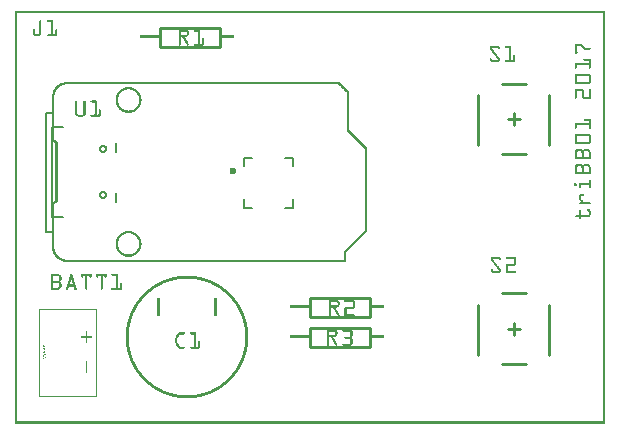
<source format=gto>
G04 MADE WITH FRITZING*
G04 WWW.FRITZING.ORG*
G04 DOUBLE SIDED*
G04 HOLES PLATED*
G04 CONTOUR ON CENTER OF CONTOUR VECTOR*
%ASAXBY*%
%FSLAX23Y23*%
%MOIN*%
%OFA0B0*%
%SFA1.0B1.0*%
%ADD10C,0.410000X0.39*%
%ADD11C,0.023622X2e-08*%
%ADD12R,0.194312X0.294400X0.185688X0.285776*%
%ADD13C,0.004312*%
%ADD14C,0.010000*%
%ADD15C,0.005000*%
%ADD16C,0.008000*%
%ADD17R,0.001000X0.001000*%
%LNSILK1*%
G90*
G70*
G54D10*
X574Y289D03*
G54D11*
X726Y844D03*
G54D13*
X79Y384D02*
X269Y384D01*
X269Y94D01*
X79Y94D01*
X79Y384D01*
D02*
G54D14*
X1702Y899D02*
X1624Y899D01*
D02*
X1781Y1096D02*
X1781Y929D01*
D02*
X1545Y1096D02*
X1545Y929D01*
D02*
X1702Y1135D02*
X1624Y1135D01*
D02*
X1683Y1017D02*
X1643Y1017D01*
D02*
X1663Y998D02*
X1663Y1037D01*
D02*
X1702Y199D02*
X1624Y199D01*
D02*
X1781Y396D02*
X1781Y229D01*
D02*
X1545Y396D02*
X1545Y229D01*
D02*
X1702Y436D02*
X1624Y436D01*
D02*
X1683Y317D02*
X1643Y317D01*
D02*
X1663Y298D02*
X1663Y337D01*
D02*
X984Y422D02*
X1184Y422D01*
D02*
X1184Y422D02*
X1184Y356D01*
D02*
X1184Y356D02*
X984Y356D01*
D02*
X984Y356D02*
X984Y422D01*
D02*
X984Y322D02*
X1184Y322D01*
D02*
X1184Y322D02*
X1184Y256D01*
D02*
X1184Y256D02*
X984Y256D01*
D02*
X984Y256D02*
X984Y322D01*
D02*
X484Y1322D02*
X684Y1322D01*
D02*
X684Y1322D02*
X684Y1256D01*
D02*
X684Y1256D02*
X484Y1256D01*
D02*
X484Y1256D02*
X484Y1322D01*
G54D15*
D02*
X338Y938D02*
X338Y906D01*
D02*
X338Y772D02*
X338Y741D01*
D02*
X161Y989D02*
X125Y989D01*
D02*
X125Y989D02*
X125Y690D01*
D02*
X125Y690D02*
X161Y690D01*
D02*
X762Y860D02*
X762Y887D01*
D02*
X762Y887D02*
X789Y887D01*
D02*
X900Y887D02*
X927Y887D01*
D02*
X927Y887D02*
X927Y860D01*
D02*
X789Y722D02*
X762Y722D01*
D02*
X762Y722D02*
X762Y749D01*
D02*
X927Y749D02*
X927Y722D01*
D02*
X927Y722D02*
X900Y722D01*
G54D16*
D02*
X105Y641D02*
X105Y1038D01*
D02*
X124Y641D02*
X105Y641D01*
D02*
X124Y1038D02*
X105Y1038D01*
G54D17*
X0Y1378D02*
X1967Y1378D01*
X0Y1377D02*
X1967Y1377D01*
X0Y1376D02*
X1967Y1376D01*
X0Y1375D02*
X1967Y1375D01*
X0Y1374D02*
X1967Y1374D01*
X0Y1373D02*
X1967Y1373D01*
X0Y1372D02*
X1967Y1372D01*
X0Y1371D02*
X1967Y1371D01*
X0Y1370D02*
X7Y1370D01*
X1960Y1370D02*
X1967Y1370D01*
X0Y1369D02*
X7Y1369D01*
X1960Y1369D02*
X1967Y1369D01*
X0Y1368D02*
X7Y1368D01*
X1960Y1368D02*
X1967Y1368D01*
X0Y1367D02*
X7Y1367D01*
X1960Y1367D02*
X1967Y1367D01*
X0Y1366D02*
X7Y1366D01*
X1960Y1366D02*
X1967Y1366D01*
X0Y1365D02*
X7Y1365D01*
X1960Y1365D02*
X1967Y1365D01*
X0Y1364D02*
X7Y1364D01*
X1960Y1364D02*
X1967Y1364D01*
X0Y1363D02*
X7Y1363D01*
X1960Y1363D02*
X1967Y1363D01*
X0Y1362D02*
X7Y1362D01*
X1960Y1362D02*
X1967Y1362D01*
X0Y1361D02*
X7Y1361D01*
X1960Y1361D02*
X1967Y1361D01*
X0Y1360D02*
X7Y1360D01*
X1960Y1360D02*
X1967Y1360D01*
X0Y1359D02*
X7Y1359D01*
X1960Y1359D02*
X1967Y1359D01*
X0Y1358D02*
X7Y1358D01*
X1960Y1358D02*
X1967Y1358D01*
X0Y1357D02*
X7Y1357D01*
X1960Y1357D02*
X1967Y1357D01*
X0Y1356D02*
X7Y1356D01*
X1960Y1356D02*
X1967Y1356D01*
X0Y1355D02*
X7Y1355D01*
X1960Y1355D02*
X1967Y1355D01*
X0Y1354D02*
X7Y1354D01*
X1960Y1354D02*
X1967Y1354D01*
X0Y1353D02*
X7Y1353D01*
X1960Y1353D02*
X1967Y1353D01*
X0Y1352D02*
X7Y1352D01*
X1960Y1352D02*
X1967Y1352D01*
X0Y1351D02*
X7Y1351D01*
X1960Y1351D02*
X1967Y1351D01*
X0Y1350D02*
X7Y1350D01*
X1960Y1350D02*
X1967Y1350D01*
X0Y1349D02*
X7Y1349D01*
X1960Y1349D02*
X1967Y1349D01*
X0Y1348D02*
X7Y1348D01*
X1960Y1348D02*
X1967Y1348D01*
X0Y1347D02*
X7Y1347D01*
X1960Y1347D02*
X1967Y1347D01*
X0Y1346D02*
X7Y1346D01*
X84Y1346D02*
X86Y1346D01*
X110Y1346D02*
X128Y1346D01*
X1960Y1346D02*
X1967Y1346D01*
X0Y1345D02*
X7Y1345D01*
X83Y1345D02*
X87Y1345D01*
X109Y1345D02*
X128Y1345D01*
X1960Y1345D02*
X1967Y1345D01*
X0Y1344D02*
X7Y1344D01*
X82Y1344D02*
X88Y1344D01*
X108Y1344D02*
X128Y1344D01*
X1960Y1344D02*
X1967Y1344D01*
X0Y1343D02*
X7Y1343D01*
X82Y1343D02*
X88Y1343D01*
X108Y1343D02*
X128Y1343D01*
X1960Y1343D02*
X1967Y1343D01*
X0Y1342D02*
X7Y1342D01*
X82Y1342D02*
X88Y1342D01*
X108Y1342D02*
X128Y1342D01*
X1960Y1342D02*
X1967Y1342D01*
X0Y1341D02*
X7Y1341D01*
X82Y1341D02*
X88Y1341D01*
X108Y1341D02*
X128Y1341D01*
X1960Y1341D02*
X1967Y1341D01*
X0Y1340D02*
X7Y1340D01*
X82Y1340D02*
X88Y1340D01*
X109Y1340D02*
X128Y1340D01*
X1960Y1340D02*
X1967Y1340D01*
X0Y1339D02*
X7Y1339D01*
X82Y1339D02*
X88Y1339D01*
X122Y1339D02*
X128Y1339D01*
X1960Y1339D02*
X1967Y1339D01*
X0Y1338D02*
X7Y1338D01*
X82Y1338D02*
X88Y1338D01*
X122Y1338D02*
X128Y1338D01*
X1960Y1338D02*
X1967Y1338D01*
X0Y1337D02*
X7Y1337D01*
X82Y1337D02*
X88Y1337D01*
X122Y1337D02*
X128Y1337D01*
X1960Y1337D02*
X1967Y1337D01*
X0Y1336D02*
X7Y1336D01*
X82Y1336D02*
X88Y1336D01*
X122Y1336D02*
X128Y1336D01*
X1960Y1336D02*
X1967Y1336D01*
X0Y1335D02*
X7Y1335D01*
X82Y1335D02*
X88Y1335D01*
X122Y1335D02*
X128Y1335D01*
X1960Y1335D02*
X1967Y1335D01*
X0Y1334D02*
X7Y1334D01*
X82Y1334D02*
X88Y1334D01*
X122Y1334D02*
X128Y1334D01*
X1960Y1334D02*
X1967Y1334D01*
X0Y1333D02*
X7Y1333D01*
X82Y1333D02*
X88Y1333D01*
X122Y1333D02*
X128Y1333D01*
X1960Y1333D02*
X1967Y1333D01*
X0Y1332D02*
X7Y1332D01*
X82Y1332D02*
X88Y1332D01*
X122Y1332D02*
X128Y1332D01*
X1960Y1332D02*
X1967Y1332D01*
X0Y1331D02*
X7Y1331D01*
X82Y1331D02*
X88Y1331D01*
X122Y1331D02*
X128Y1331D01*
X1960Y1331D02*
X1967Y1331D01*
X0Y1330D02*
X7Y1330D01*
X82Y1330D02*
X88Y1330D01*
X122Y1330D02*
X128Y1330D01*
X1960Y1330D02*
X1967Y1330D01*
X0Y1329D02*
X7Y1329D01*
X82Y1329D02*
X88Y1329D01*
X122Y1329D02*
X128Y1329D01*
X1960Y1329D02*
X1967Y1329D01*
X0Y1328D02*
X7Y1328D01*
X82Y1328D02*
X88Y1328D01*
X122Y1328D02*
X128Y1328D01*
X1960Y1328D02*
X1967Y1328D01*
X0Y1327D02*
X7Y1327D01*
X82Y1327D02*
X88Y1327D01*
X122Y1327D02*
X128Y1327D01*
X1960Y1327D02*
X1967Y1327D01*
X0Y1326D02*
X7Y1326D01*
X82Y1326D02*
X88Y1326D01*
X122Y1326D02*
X128Y1326D01*
X1960Y1326D02*
X1967Y1326D01*
X0Y1325D02*
X7Y1325D01*
X82Y1325D02*
X88Y1325D01*
X122Y1325D02*
X128Y1325D01*
X1960Y1325D02*
X1967Y1325D01*
X0Y1324D02*
X7Y1324D01*
X82Y1324D02*
X88Y1324D01*
X122Y1324D02*
X128Y1324D01*
X1960Y1324D02*
X1967Y1324D01*
X0Y1323D02*
X7Y1323D01*
X82Y1323D02*
X88Y1323D01*
X122Y1323D02*
X128Y1323D01*
X1960Y1323D02*
X1967Y1323D01*
X0Y1322D02*
X7Y1322D01*
X82Y1322D02*
X88Y1322D01*
X122Y1322D02*
X128Y1322D01*
X1960Y1322D02*
X1967Y1322D01*
X0Y1321D02*
X7Y1321D01*
X82Y1321D02*
X88Y1321D01*
X122Y1321D02*
X128Y1321D01*
X1960Y1321D02*
X1967Y1321D01*
X0Y1320D02*
X7Y1320D01*
X82Y1320D02*
X88Y1320D01*
X122Y1320D02*
X128Y1320D01*
X1960Y1320D02*
X1967Y1320D01*
X0Y1319D02*
X7Y1319D01*
X82Y1319D02*
X88Y1319D01*
X122Y1319D02*
X128Y1319D01*
X1960Y1319D02*
X1967Y1319D01*
X0Y1318D02*
X7Y1318D01*
X82Y1318D02*
X88Y1318D01*
X122Y1318D02*
X128Y1318D01*
X1960Y1318D02*
X1967Y1318D01*
X0Y1317D02*
X7Y1317D01*
X82Y1317D02*
X88Y1317D01*
X122Y1317D02*
X128Y1317D01*
X1960Y1317D02*
X1967Y1317D01*
X0Y1316D02*
X7Y1316D01*
X62Y1316D02*
X66Y1316D01*
X82Y1316D02*
X88Y1316D01*
X122Y1316D02*
X128Y1316D01*
X137Y1316D02*
X140Y1316D01*
X1960Y1316D02*
X1967Y1316D01*
X0Y1315D02*
X7Y1315D01*
X62Y1315D02*
X67Y1315D01*
X82Y1315D02*
X88Y1315D01*
X122Y1315D02*
X128Y1315D01*
X136Y1315D02*
X141Y1315D01*
X546Y1315D02*
X573Y1315D01*
X598Y1315D02*
X616Y1315D01*
X1960Y1315D02*
X1967Y1315D01*
X0Y1314D02*
X7Y1314D01*
X61Y1314D02*
X67Y1314D01*
X82Y1314D02*
X88Y1314D01*
X122Y1314D02*
X128Y1314D01*
X136Y1314D02*
X141Y1314D01*
X546Y1314D02*
X575Y1314D01*
X597Y1314D02*
X616Y1314D01*
X1960Y1314D02*
X1967Y1314D01*
X0Y1313D02*
X7Y1313D01*
X61Y1313D02*
X67Y1313D01*
X82Y1313D02*
X88Y1313D01*
X122Y1313D02*
X128Y1313D01*
X135Y1313D02*
X141Y1313D01*
X546Y1313D02*
X576Y1313D01*
X597Y1313D02*
X616Y1313D01*
X1960Y1313D02*
X1967Y1313D01*
X0Y1312D02*
X7Y1312D01*
X61Y1312D02*
X67Y1312D01*
X82Y1312D02*
X88Y1312D01*
X122Y1312D02*
X128Y1312D01*
X135Y1312D02*
X141Y1312D01*
X546Y1312D02*
X577Y1312D01*
X597Y1312D02*
X616Y1312D01*
X1960Y1312D02*
X1967Y1312D01*
X0Y1311D02*
X7Y1311D01*
X61Y1311D02*
X67Y1311D01*
X82Y1311D02*
X88Y1311D01*
X122Y1311D02*
X128Y1311D01*
X135Y1311D02*
X141Y1311D01*
X546Y1311D02*
X578Y1311D01*
X597Y1311D02*
X616Y1311D01*
X1960Y1311D02*
X1967Y1311D01*
X0Y1310D02*
X7Y1310D01*
X61Y1310D02*
X67Y1310D01*
X82Y1310D02*
X88Y1310D01*
X122Y1310D02*
X128Y1310D01*
X135Y1310D02*
X141Y1310D01*
X546Y1310D02*
X579Y1310D01*
X597Y1310D02*
X616Y1310D01*
X1960Y1310D02*
X1967Y1310D01*
X0Y1309D02*
X7Y1309D01*
X61Y1309D02*
X67Y1309D01*
X82Y1309D02*
X88Y1309D01*
X122Y1309D02*
X128Y1309D01*
X135Y1309D02*
X141Y1309D01*
X546Y1309D02*
X579Y1309D01*
X598Y1309D02*
X616Y1309D01*
X1960Y1309D02*
X1967Y1309D01*
X0Y1308D02*
X7Y1308D01*
X61Y1308D02*
X67Y1308D01*
X82Y1308D02*
X88Y1308D01*
X122Y1308D02*
X128Y1308D01*
X135Y1308D02*
X141Y1308D01*
X546Y1308D02*
X552Y1308D01*
X572Y1308D02*
X579Y1308D01*
X610Y1308D02*
X616Y1308D01*
X1960Y1308D02*
X1967Y1308D01*
X0Y1307D02*
X7Y1307D01*
X61Y1307D02*
X67Y1307D01*
X82Y1307D02*
X88Y1307D01*
X122Y1307D02*
X128Y1307D01*
X135Y1307D02*
X141Y1307D01*
X546Y1307D02*
X552Y1307D01*
X573Y1307D02*
X580Y1307D01*
X610Y1307D02*
X616Y1307D01*
X1960Y1307D02*
X1967Y1307D01*
X0Y1306D02*
X7Y1306D01*
X61Y1306D02*
X67Y1306D01*
X82Y1306D02*
X88Y1306D01*
X122Y1306D02*
X128Y1306D01*
X135Y1306D02*
X141Y1306D01*
X546Y1306D02*
X552Y1306D01*
X574Y1306D02*
X580Y1306D01*
X610Y1306D02*
X616Y1306D01*
X1960Y1306D02*
X1967Y1306D01*
X0Y1305D02*
X7Y1305D01*
X61Y1305D02*
X67Y1305D01*
X82Y1305D02*
X88Y1305D01*
X122Y1305D02*
X128Y1305D01*
X135Y1305D02*
X141Y1305D01*
X546Y1305D02*
X552Y1305D01*
X574Y1305D02*
X580Y1305D01*
X610Y1305D02*
X616Y1305D01*
X1960Y1305D02*
X1967Y1305D01*
X0Y1304D02*
X7Y1304D01*
X61Y1304D02*
X67Y1304D01*
X82Y1304D02*
X88Y1304D01*
X122Y1304D02*
X128Y1304D01*
X135Y1304D02*
X141Y1304D01*
X546Y1304D02*
X552Y1304D01*
X574Y1304D02*
X580Y1304D01*
X610Y1304D02*
X616Y1304D01*
X1960Y1304D02*
X1967Y1304D01*
X0Y1303D02*
X7Y1303D01*
X61Y1303D02*
X67Y1303D01*
X82Y1303D02*
X88Y1303D01*
X122Y1303D02*
X128Y1303D01*
X135Y1303D02*
X141Y1303D01*
X546Y1303D02*
X552Y1303D01*
X574Y1303D02*
X580Y1303D01*
X610Y1303D02*
X616Y1303D01*
X1960Y1303D02*
X1967Y1303D01*
X0Y1302D02*
X7Y1302D01*
X61Y1302D02*
X67Y1302D01*
X82Y1302D02*
X88Y1302D01*
X122Y1302D02*
X128Y1302D01*
X135Y1302D02*
X141Y1302D01*
X546Y1302D02*
X552Y1302D01*
X574Y1302D02*
X580Y1302D01*
X610Y1302D02*
X616Y1302D01*
X1960Y1302D02*
X1967Y1302D01*
X0Y1301D02*
X7Y1301D01*
X61Y1301D02*
X68Y1301D01*
X81Y1301D02*
X88Y1301D01*
X122Y1301D02*
X128Y1301D01*
X135Y1301D02*
X141Y1301D01*
X546Y1301D02*
X552Y1301D01*
X574Y1301D02*
X580Y1301D01*
X610Y1301D02*
X616Y1301D01*
X1960Y1301D02*
X1967Y1301D01*
X0Y1300D02*
X7Y1300D01*
X61Y1300D02*
X68Y1300D01*
X80Y1300D02*
X87Y1300D01*
X122Y1300D02*
X128Y1300D01*
X135Y1300D02*
X141Y1300D01*
X546Y1300D02*
X552Y1300D01*
X573Y1300D02*
X580Y1300D01*
X610Y1300D02*
X616Y1300D01*
X1960Y1300D02*
X1967Y1300D01*
X0Y1299D02*
X7Y1299D01*
X62Y1299D02*
X87Y1299D01*
X110Y1299D02*
X141Y1299D01*
X546Y1299D02*
X552Y1299D01*
X573Y1299D02*
X580Y1299D01*
X610Y1299D02*
X616Y1299D01*
X1960Y1299D02*
X1967Y1299D01*
X0Y1298D02*
X7Y1298D01*
X62Y1298D02*
X87Y1298D01*
X109Y1298D02*
X141Y1298D01*
X546Y1298D02*
X553Y1298D01*
X571Y1298D02*
X579Y1298D01*
X610Y1298D02*
X616Y1298D01*
X1960Y1298D02*
X1967Y1298D01*
X0Y1297D02*
X7Y1297D01*
X63Y1297D02*
X86Y1297D01*
X108Y1297D02*
X141Y1297D01*
X546Y1297D02*
X579Y1297D01*
X610Y1297D02*
X616Y1297D01*
X1960Y1297D02*
X1967Y1297D01*
X0Y1296D02*
X7Y1296D01*
X64Y1296D02*
X85Y1296D01*
X108Y1296D02*
X141Y1296D01*
X546Y1296D02*
X578Y1296D01*
X610Y1296D02*
X616Y1296D01*
X1960Y1296D02*
X1967Y1296D01*
X0Y1295D02*
X7Y1295D01*
X65Y1295D02*
X84Y1295D01*
X108Y1295D02*
X141Y1295D01*
X416Y1295D02*
X482Y1295D01*
X546Y1295D02*
X578Y1295D01*
X610Y1295D02*
X616Y1295D01*
X684Y1295D02*
X731Y1295D01*
X1960Y1295D02*
X1967Y1295D01*
X0Y1294D02*
X7Y1294D01*
X66Y1294D02*
X83Y1294D01*
X108Y1294D02*
X141Y1294D01*
X417Y1294D02*
X483Y1294D01*
X546Y1294D02*
X577Y1294D01*
X610Y1294D02*
X616Y1294D01*
X684Y1294D02*
X731Y1294D01*
X1960Y1294D02*
X1967Y1294D01*
X0Y1293D02*
X7Y1293D01*
X68Y1293D02*
X81Y1293D01*
X109Y1293D02*
X140Y1293D01*
X417Y1293D02*
X483Y1293D01*
X546Y1293D02*
X575Y1293D01*
X610Y1293D02*
X616Y1293D01*
X684Y1293D02*
X731Y1293D01*
X1960Y1293D02*
X1967Y1293D01*
X0Y1292D02*
X7Y1292D01*
X417Y1292D02*
X483Y1292D01*
X546Y1292D02*
X574Y1292D01*
X610Y1292D02*
X616Y1292D01*
X684Y1292D02*
X731Y1292D01*
X1960Y1292D02*
X1967Y1292D01*
X0Y1291D02*
X7Y1291D01*
X417Y1291D02*
X483Y1291D01*
X546Y1291D02*
X571Y1291D01*
X610Y1291D02*
X616Y1291D01*
X684Y1291D02*
X731Y1291D01*
X1960Y1291D02*
X1967Y1291D01*
X0Y1290D02*
X7Y1290D01*
X417Y1290D02*
X483Y1290D01*
X546Y1290D02*
X552Y1290D01*
X559Y1290D02*
X566Y1290D01*
X610Y1290D02*
X616Y1290D01*
X684Y1290D02*
X731Y1290D01*
X1960Y1290D02*
X1967Y1290D01*
X0Y1289D02*
X7Y1289D01*
X417Y1289D02*
X483Y1289D01*
X546Y1289D02*
X552Y1289D01*
X559Y1289D02*
X566Y1289D01*
X610Y1289D02*
X616Y1289D01*
X684Y1289D02*
X731Y1289D01*
X1960Y1289D02*
X1967Y1289D01*
X0Y1288D02*
X7Y1288D01*
X417Y1288D02*
X483Y1288D01*
X546Y1288D02*
X552Y1288D01*
X560Y1288D02*
X567Y1288D01*
X610Y1288D02*
X616Y1288D01*
X684Y1288D02*
X731Y1288D01*
X1960Y1288D02*
X1967Y1288D01*
X0Y1287D02*
X7Y1287D01*
X417Y1287D02*
X483Y1287D01*
X546Y1287D02*
X552Y1287D01*
X560Y1287D02*
X568Y1287D01*
X610Y1287D02*
X616Y1287D01*
X684Y1287D02*
X731Y1287D01*
X1960Y1287D02*
X1967Y1287D01*
X0Y1286D02*
X7Y1286D01*
X417Y1286D02*
X483Y1286D01*
X546Y1286D02*
X552Y1286D01*
X561Y1286D02*
X568Y1286D01*
X610Y1286D02*
X616Y1286D01*
X627Y1286D02*
X627Y1286D01*
X684Y1286D02*
X731Y1286D01*
X1960Y1286D02*
X1967Y1286D01*
X0Y1285D02*
X7Y1285D01*
X546Y1285D02*
X552Y1285D01*
X562Y1285D02*
X569Y1285D01*
X610Y1285D02*
X616Y1285D01*
X625Y1285D02*
X629Y1285D01*
X1960Y1285D02*
X1967Y1285D01*
X0Y1284D02*
X7Y1284D01*
X546Y1284D02*
X552Y1284D01*
X562Y1284D02*
X569Y1284D01*
X610Y1284D02*
X616Y1284D01*
X624Y1284D02*
X630Y1284D01*
X1960Y1284D02*
X1967Y1284D01*
X0Y1283D02*
X7Y1283D01*
X546Y1283D02*
X552Y1283D01*
X563Y1283D02*
X570Y1283D01*
X610Y1283D02*
X616Y1283D01*
X624Y1283D02*
X630Y1283D01*
X1960Y1283D02*
X1967Y1283D01*
X0Y1282D02*
X7Y1282D01*
X546Y1282D02*
X552Y1282D01*
X563Y1282D02*
X570Y1282D01*
X610Y1282D02*
X616Y1282D01*
X624Y1282D02*
X630Y1282D01*
X1960Y1282D02*
X1967Y1282D01*
X0Y1281D02*
X7Y1281D01*
X546Y1281D02*
X552Y1281D01*
X564Y1281D02*
X571Y1281D01*
X610Y1281D02*
X616Y1281D01*
X624Y1281D02*
X630Y1281D01*
X1960Y1281D02*
X1967Y1281D01*
X0Y1280D02*
X7Y1280D01*
X546Y1280D02*
X552Y1280D01*
X564Y1280D02*
X572Y1280D01*
X610Y1280D02*
X616Y1280D01*
X624Y1280D02*
X630Y1280D01*
X1960Y1280D02*
X1967Y1280D01*
X0Y1279D02*
X7Y1279D01*
X546Y1279D02*
X552Y1279D01*
X565Y1279D02*
X572Y1279D01*
X610Y1279D02*
X616Y1279D01*
X624Y1279D02*
X630Y1279D01*
X1960Y1279D02*
X1967Y1279D01*
X0Y1278D02*
X7Y1278D01*
X546Y1278D02*
X552Y1278D01*
X566Y1278D02*
X573Y1278D01*
X610Y1278D02*
X616Y1278D01*
X624Y1278D02*
X630Y1278D01*
X1960Y1278D02*
X1967Y1278D01*
X0Y1277D02*
X7Y1277D01*
X546Y1277D02*
X552Y1277D01*
X566Y1277D02*
X573Y1277D01*
X610Y1277D02*
X616Y1277D01*
X624Y1277D02*
X630Y1277D01*
X1960Y1277D02*
X1967Y1277D01*
X0Y1276D02*
X7Y1276D01*
X546Y1276D02*
X552Y1276D01*
X567Y1276D02*
X574Y1276D01*
X610Y1276D02*
X616Y1276D01*
X624Y1276D02*
X630Y1276D01*
X1960Y1276D02*
X1967Y1276D01*
X0Y1275D02*
X7Y1275D01*
X546Y1275D02*
X552Y1275D01*
X567Y1275D02*
X575Y1275D01*
X610Y1275D02*
X616Y1275D01*
X624Y1275D02*
X630Y1275D01*
X1960Y1275D02*
X1967Y1275D01*
X0Y1274D02*
X7Y1274D01*
X546Y1274D02*
X552Y1274D01*
X568Y1274D02*
X575Y1274D01*
X610Y1274D02*
X616Y1274D01*
X624Y1274D02*
X630Y1274D01*
X1960Y1274D02*
X1967Y1274D01*
X0Y1273D02*
X7Y1273D01*
X546Y1273D02*
X552Y1273D01*
X569Y1273D02*
X576Y1273D01*
X610Y1273D02*
X616Y1273D01*
X624Y1273D02*
X630Y1273D01*
X1960Y1273D02*
X1967Y1273D01*
X0Y1272D02*
X7Y1272D01*
X546Y1272D02*
X552Y1272D01*
X569Y1272D02*
X576Y1272D01*
X610Y1272D02*
X616Y1272D01*
X624Y1272D02*
X630Y1272D01*
X1960Y1272D02*
X1967Y1272D01*
X0Y1271D02*
X7Y1271D01*
X546Y1271D02*
X552Y1271D01*
X570Y1271D02*
X577Y1271D01*
X610Y1271D02*
X616Y1271D01*
X624Y1271D02*
X630Y1271D01*
X1960Y1271D02*
X1967Y1271D01*
X0Y1270D02*
X7Y1270D01*
X546Y1270D02*
X552Y1270D01*
X570Y1270D02*
X577Y1270D01*
X610Y1270D02*
X616Y1270D01*
X624Y1270D02*
X630Y1270D01*
X1960Y1270D02*
X1967Y1270D01*
X0Y1269D02*
X7Y1269D01*
X546Y1269D02*
X552Y1269D01*
X571Y1269D02*
X578Y1269D01*
X610Y1269D02*
X616Y1269D01*
X624Y1269D02*
X630Y1269D01*
X1960Y1269D02*
X1967Y1269D01*
X0Y1268D02*
X7Y1268D01*
X546Y1268D02*
X552Y1268D01*
X571Y1268D02*
X579Y1268D01*
X598Y1268D02*
X630Y1268D01*
X1866Y1268D02*
X1888Y1268D01*
X1960Y1268D02*
X1967Y1268D01*
X0Y1267D02*
X7Y1267D01*
X546Y1267D02*
X552Y1267D01*
X572Y1267D02*
X579Y1267D01*
X597Y1267D02*
X630Y1267D01*
X1866Y1267D02*
X1889Y1267D01*
X1960Y1267D02*
X1967Y1267D01*
X0Y1266D02*
X7Y1266D01*
X546Y1266D02*
X552Y1266D01*
X573Y1266D02*
X580Y1266D01*
X597Y1266D02*
X630Y1266D01*
X1866Y1266D02*
X1890Y1266D01*
X1960Y1266D02*
X1967Y1266D01*
X0Y1265D02*
X7Y1265D01*
X546Y1265D02*
X552Y1265D01*
X573Y1265D02*
X580Y1265D01*
X597Y1265D02*
X630Y1265D01*
X1866Y1265D02*
X1891Y1265D01*
X1960Y1265D02*
X1967Y1265D01*
X0Y1264D02*
X7Y1264D01*
X546Y1264D02*
X552Y1264D01*
X574Y1264D02*
X580Y1264D01*
X597Y1264D02*
X630Y1264D01*
X1866Y1264D02*
X1892Y1264D01*
X1960Y1264D02*
X1967Y1264D01*
X0Y1263D02*
X7Y1263D01*
X547Y1263D02*
X552Y1263D01*
X574Y1263D02*
X579Y1263D01*
X597Y1263D02*
X629Y1263D01*
X1866Y1263D02*
X1893Y1263D01*
X1960Y1263D02*
X1967Y1263D01*
X0Y1262D02*
X7Y1262D01*
X548Y1262D02*
X551Y1262D01*
X575Y1262D02*
X578Y1262D01*
X598Y1262D02*
X628Y1262D01*
X1866Y1262D02*
X1894Y1262D01*
X1960Y1262D02*
X1967Y1262D01*
X0Y1261D02*
X7Y1261D01*
X1588Y1261D02*
X1610Y1261D01*
X1635Y1261D02*
X1653Y1261D01*
X1866Y1261D02*
X1872Y1261D01*
X1886Y1261D02*
X1894Y1261D01*
X1960Y1261D02*
X1967Y1261D01*
X0Y1260D02*
X7Y1260D01*
X1586Y1260D02*
X1612Y1260D01*
X1634Y1260D02*
X1653Y1260D01*
X1866Y1260D02*
X1872Y1260D01*
X1887Y1260D02*
X1895Y1260D01*
X1960Y1260D02*
X1967Y1260D01*
X0Y1259D02*
X7Y1259D01*
X1585Y1259D02*
X1614Y1259D01*
X1633Y1259D02*
X1653Y1259D01*
X1866Y1259D02*
X1872Y1259D01*
X1888Y1259D02*
X1896Y1259D01*
X1960Y1259D02*
X1967Y1259D01*
X0Y1258D02*
X7Y1258D01*
X1584Y1258D02*
X1614Y1258D01*
X1633Y1258D02*
X1653Y1258D01*
X1866Y1258D02*
X1872Y1258D01*
X1889Y1258D02*
X1897Y1258D01*
X1960Y1258D02*
X1967Y1258D01*
X0Y1257D02*
X7Y1257D01*
X1584Y1257D02*
X1615Y1257D01*
X1633Y1257D02*
X1653Y1257D01*
X1866Y1257D02*
X1872Y1257D01*
X1890Y1257D02*
X1898Y1257D01*
X1960Y1257D02*
X1967Y1257D01*
X0Y1256D02*
X7Y1256D01*
X1583Y1256D02*
X1616Y1256D01*
X1634Y1256D02*
X1653Y1256D01*
X1866Y1256D02*
X1872Y1256D01*
X1890Y1256D02*
X1899Y1256D01*
X1960Y1256D02*
X1967Y1256D01*
X0Y1255D02*
X7Y1255D01*
X1583Y1255D02*
X1616Y1255D01*
X1635Y1255D02*
X1653Y1255D01*
X1866Y1255D02*
X1872Y1255D01*
X1891Y1255D02*
X1900Y1255D01*
X1960Y1255D02*
X1967Y1255D01*
X0Y1254D02*
X7Y1254D01*
X1583Y1254D02*
X1589Y1254D01*
X1610Y1254D02*
X1616Y1254D01*
X1647Y1254D02*
X1653Y1254D01*
X1866Y1254D02*
X1872Y1254D01*
X1892Y1254D02*
X1918Y1254D01*
X1960Y1254D02*
X1967Y1254D01*
X0Y1253D02*
X7Y1253D01*
X1583Y1253D02*
X1589Y1253D01*
X1610Y1253D02*
X1617Y1253D01*
X1647Y1253D02*
X1653Y1253D01*
X1866Y1253D02*
X1872Y1253D01*
X1893Y1253D02*
X1919Y1253D01*
X1960Y1253D02*
X1967Y1253D01*
X0Y1252D02*
X7Y1252D01*
X1583Y1252D02*
X1590Y1252D01*
X1611Y1252D02*
X1617Y1252D01*
X1647Y1252D02*
X1653Y1252D01*
X1866Y1252D02*
X1872Y1252D01*
X1894Y1252D02*
X1919Y1252D01*
X1960Y1252D02*
X1967Y1252D01*
X0Y1251D02*
X7Y1251D01*
X1584Y1251D02*
X1591Y1251D01*
X1611Y1251D02*
X1616Y1251D01*
X1647Y1251D02*
X1653Y1251D01*
X1866Y1251D02*
X1872Y1251D01*
X1895Y1251D02*
X1919Y1251D01*
X1960Y1251D02*
X1967Y1251D01*
X0Y1250D02*
X7Y1250D01*
X1584Y1250D02*
X1592Y1250D01*
X1611Y1250D02*
X1616Y1250D01*
X1647Y1250D02*
X1653Y1250D01*
X1866Y1250D02*
X1872Y1250D01*
X1896Y1250D02*
X1919Y1250D01*
X1960Y1250D02*
X1967Y1250D01*
X0Y1249D02*
X7Y1249D01*
X1585Y1249D02*
X1592Y1249D01*
X1613Y1249D02*
X1614Y1249D01*
X1647Y1249D02*
X1653Y1249D01*
X1866Y1249D02*
X1872Y1249D01*
X1897Y1249D02*
X1918Y1249D01*
X1960Y1249D02*
X1967Y1249D01*
X0Y1248D02*
X7Y1248D01*
X1585Y1248D02*
X1593Y1248D01*
X1647Y1248D02*
X1653Y1248D01*
X1866Y1248D02*
X1872Y1248D01*
X1899Y1248D02*
X1916Y1248D01*
X1960Y1248D02*
X1967Y1248D01*
X0Y1247D02*
X7Y1247D01*
X1586Y1247D02*
X1594Y1247D01*
X1647Y1247D02*
X1653Y1247D01*
X1866Y1247D02*
X1872Y1247D01*
X1960Y1247D02*
X1967Y1247D01*
X0Y1246D02*
X7Y1246D01*
X1587Y1246D02*
X1595Y1246D01*
X1647Y1246D02*
X1653Y1246D01*
X1866Y1246D02*
X1872Y1246D01*
X1960Y1246D02*
X1967Y1246D01*
X0Y1245D02*
X7Y1245D01*
X1588Y1245D02*
X1596Y1245D01*
X1647Y1245D02*
X1653Y1245D01*
X1866Y1245D02*
X1872Y1245D01*
X1960Y1245D02*
X1967Y1245D01*
X0Y1244D02*
X7Y1244D01*
X1588Y1244D02*
X1596Y1244D01*
X1647Y1244D02*
X1653Y1244D01*
X1866Y1244D02*
X1872Y1244D01*
X1960Y1244D02*
X1967Y1244D01*
X0Y1243D02*
X7Y1243D01*
X1589Y1243D02*
X1597Y1243D01*
X1647Y1243D02*
X1653Y1243D01*
X1866Y1243D02*
X1872Y1243D01*
X1960Y1243D02*
X1967Y1243D01*
X0Y1242D02*
X7Y1242D01*
X1590Y1242D02*
X1598Y1242D01*
X1647Y1242D02*
X1653Y1242D01*
X1866Y1242D02*
X1872Y1242D01*
X1960Y1242D02*
X1967Y1242D01*
X0Y1241D02*
X7Y1241D01*
X1591Y1241D02*
X1599Y1241D01*
X1647Y1241D02*
X1653Y1241D01*
X1866Y1241D02*
X1872Y1241D01*
X1960Y1241D02*
X1967Y1241D01*
X0Y1240D02*
X7Y1240D01*
X1591Y1240D02*
X1599Y1240D01*
X1647Y1240D02*
X1653Y1240D01*
X1866Y1240D02*
X1874Y1240D01*
X1960Y1240D02*
X1967Y1240D01*
X0Y1239D02*
X7Y1239D01*
X1592Y1239D02*
X1600Y1239D01*
X1647Y1239D02*
X1653Y1239D01*
X1866Y1239D02*
X1875Y1239D01*
X1960Y1239D02*
X1967Y1239D01*
X0Y1238D02*
X7Y1238D01*
X1593Y1238D02*
X1601Y1238D01*
X1647Y1238D02*
X1653Y1238D01*
X1866Y1238D02*
X1875Y1238D01*
X1960Y1238D02*
X1967Y1238D01*
X0Y1237D02*
X7Y1237D01*
X1594Y1237D02*
X1602Y1237D01*
X1647Y1237D02*
X1653Y1237D01*
X1866Y1237D02*
X1875Y1237D01*
X1960Y1237D02*
X1967Y1237D01*
X0Y1236D02*
X7Y1236D01*
X1595Y1236D02*
X1603Y1236D01*
X1647Y1236D02*
X1653Y1236D01*
X1866Y1236D02*
X1874Y1236D01*
X1960Y1236D02*
X1967Y1236D01*
X0Y1235D02*
X7Y1235D01*
X1595Y1235D02*
X1603Y1235D01*
X1647Y1235D02*
X1653Y1235D01*
X1867Y1235D02*
X1874Y1235D01*
X1960Y1235D02*
X1967Y1235D01*
X0Y1234D02*
X7Y1234D01*
X1596Y1234D02*
X1604Y1234D01*
X1647Y1234D02*
X1653Y1234D01*
X1960Y1234D02*
X1967Y1234D01*
X0Y1233D02*
X7Y1233D01*
X1597Y1233D02*
X1605Y1233D01*
X1647Y1233D02*
X1653Y1233D01*
X1960Y1233D02*
X1967Y1233D01*
X0Y1232D02*
X7Y1232D01*
X1598Y1232D02*
X1606Y1232D01*
X1647Y1232D02*
X1653Y1232D01*
X1663Y1232D02*
X1664Y1232D01*
X1960Y1232D02*
X1967Y1232D01*
X0Y1231D02*
X7Y1231D01*
X1598Y1231D02*
X1606Y1231D01*
X1647Y1231D02*
X1653Y1231D01*
X1662Y1231D02*
X1666Y1231D01*
X1960Y1231D02*
X1967Y1231D01*
X0Y1230D02*
X7Y1230D01*
X1599Y1230D02*
X1607Y1230D01*
X1647Y1230D02*
X1653Y1230D01*
X1661Y1230D02*
X1666Y1230D01*
X1960Y1230D02*
X1967Y1230D01*
X0Y1229D02*
X7Y1229D01*
X1600Y1229D02*
X1608Y1229D01*
X1647Y1229D02*
X1653Y1229D01*
X1661Y1229D02*
X1667Y1229D01*
X1960Y1229D02*
X1967Y1229D01*
X0Y1228D02*
X7Y1228D01*
X1601Y1228D02*
X1609Y1228D01*
X1647Y1228D02*
X1653Y1228D01*
X1661Y1228D02*
X1667Y1228D01*
X1960Y1228D02*
X1967Y1228D01*
X0Y1227D02*
X7Y1227D01*
X1602Y1227D02*
X1610Y1227D01*
X1647Y1227D02*
X1653Y1227D01*
X1661Y1227D02*
X1667Y1227D01*
X1960Y1227D02*
X1967Y1227D01*
X0Y1226D02*
X7Y1226D01*
X1602Y1226D02*
X1610Y1226D01*
X1647Y1226D02*
X1653Y1226D01*
X1661Y1226D02*
X1667Y1226D01*
X1960Y1226D02*
X1967Y1226D01*
X0Y1225D02*
X7Y1225D01*
X1603Y1225D02*
X1611Y1225D01*
X1647Y1225D02*
X1653Y1225D01*
X1661Y1225D02*
X1667Y1225D01*
X1960Y1225D02*
X1967Y1225D01*
X0Y1224D02*
X7Y1224D01*
X1604Y1224D02*
X1612Y1224D01*
X1647Y1224D02*
X1653Y1224D01*
X1661Y1224D02*
X1667Y1224D01*
X1960Y1224D02*
X1967Y1224D01*
X0Y1223D02*
X7Y1223D01*
X1605Y1223D02*
X1613Y1223D01*
X1647Y1223D02*
X1653Y1223D01*
X1661Y1223D02*
X1667Y1223D01*
X1960Y1223D02*
X1967Y1223D01*
X0Y1222D02*
X7Y1222D01*
X1605Y1222D02*
X1613Y1222D01*
X1647Y1222D02*
X1653Y1222D01*
X1661Y1222D02*
X1667Y1222D01*
X1960Y1222D02*
X1967Y1222D01*
X0Y1221D02*
X7Y1221D01*
X1606Y1221D02*
X1614Y1221D01*
X1647Y1221D02*
X1653Y1221D01*
X1661Y1221D02*
X1667Y1221D01*
X1960Y1221D02*
X1967Y1221D01*
X0Y1220D02*
X7Y1220D01*
X1585Y1220D02*
X1587Y1220D01*
X1607Y1220D02*
X1615Y1220D01*
X1647Y1220D02*
X1653Y1220D01*
X1661Y1220D02*
X1667Y1220D01*
X1960Y1220D02*
X1967Y1220D01*
X0Y1219D02*
X7Y1219D01*
X1584Y1219D02*
X1588Y1219D01*
X1608Y1219D02*
X1616Y1219D01*
X1647Y1219D02*
X1653Y1219D01*
X1661Y1219D02*
X1667Y1219D01*
X1960Y1219D02*
X1967Y1219D01*
X0Y1218D02*
X7Y1218D01*
X1583Y1218D02*
X1589Y1218D01*
X1609Y1218D02*
X1616Y1218D01*
X1647Y1218D02*
X1653Y1218D01*
X1661Y1218D02*
X1667Y1218D01*
X1897Y1218D02*
X1917Y1218D01*
X1960Y1218D02*
X1967Y1218D01*
X0Y1217D02*
X7Y1217D01*
X1583Y1217D02*
X1589Y1217D01*
X1609Y1217D02*
X1616Y1217D01*
X1647Y1217D02*
X1653Y1217D01*
X1661Y1217D02*
X1667Y1217D01*
X1896Y1217D02*
X1918Y1217D01*
X1960Y1217D02*
X1967Y1217D01*
X0Y1216D02*
X7Y1216D01*
X1583Y1216D02*
X1589Y1216D01*
X1610Y1216D02*
X1617Y1216D01*
X1647Y1216D02*
X1653Y1216D01*
X1661Y1216D02*
X1667Y1216D01*
X1896Y1216D02*
X1919Y1216D01*
X1960Y1216D02*
X1967Y1216D01*
X0Y1215D02*
X7Y1215D01*
X1583Y1215D02*
X1590Y1215D01*
X1610Y1215D02*
X1617Y1215D01*
X1647Y1215D02*
X1653Y1215D01*
X1661Y1215D02*
X1667Y1215D01*
X1895Y1215D02*
X1919Y1215D01*
X1960Y1215D02*
X1967Y1215D01*
X0Y1214D02*
X7Y1214D01*
X1583Y1214D02*
X1616Y1214D01*
X1635Y1214D02*
X1667Y1214D01*
X1896Y1214D02*
X1919Y1214D01*
X1960Y1214D02*
X1967Y1214D01*
X0Y1213D02*
X7Y1213D01*
X1584Y1213D02*
X1616Y1213D01*
X1634Y1213D02*
X1667Y1213D01*
X1896Y1213D02*
X1919Y1213D01*
X1960Y1213D02*
X1967Y1213D01*
X0Y1212D02*
X7Y1212D01*
X1584Y1212D02*
X1616Y1212D01*
X1633Y1212D02*
X1667Y1212D01*
X1897Y1212D02*
X1919Y1212D01*
X1960Y1212D02*
X1967Y1212D01*
X0Y1211D02*
X7Y1211D01*
X1585Y1211D02*
X1615Y1211D01*
X1633Y1211D02*
X1667Y1211D01*
X1913Y1211D02*
X1919Y1211D01*
X1960Y1211D02*
X1967Y1211D01*
X0Y1210D02*
X7Y1210D01*
X1586Y1210D02*
X1614Y1210D01*
X1633Y1210D02*
X1667Y1210D01*
X1913Y1210D02*
X1919Y1210D01*
X1960Y1210D02*
X1967Y1210D01*
X0Y1209D02*
X7Y1209D01*
X1587Y1209D02*
X1613Y1209D01*
X1634Y1209D02*
X1666Y1209D01*
X1913Y1209D02*
X1919Y1209D01*
X1960Y1209D02*
X1967Y1209D01*
X0Y1208D02*
X7Y1208D01*
X1589Y1208D02*
X1611Y1208D01*
X1635Y1208D02*
X1665Y1208D01*
X1913Y1208D02*
X1919Y1208D01*
X1960Y1208D02*
X1967Y1208D01*
X0Y1207D02*
X7Y1207D01*
X1913Y1207D02*
X1919Y1207D01*
X1960Y1207D02*
X1967Y1207D01*
X0Y1206D02*
X7Y1206D01*
X1913Y1206D02*
X1919Y1206D01*
X1960Y1206D02*
X1967Y1206D01*
X0Y1205D02*
X7Y1205D01*
X1913Y1205D02*
X1919Y1205D01*
X1960Y1205D02*
X1967Y1205D01*
X0Y1204D02*
X7Y1204D01*
X1866Y1204D02*
X1919Y1204D01*
X1960Y1204D02*
X1967Y1204D01*
X0Y1203D02*
X7Y1203D01*
X1866Y1203D02*
X1919Y1203D01*
X1960Y1203D02*
X1967Y1203D01*
X0Y1202D02*
X7Y1202D01*
X1866Y1202D02*
X1919Y1202D01*
X1960Y1202D02*
X1967Y1202D01*
X0Y1201D02*
X7Y1201D01*
X1866Y1201D02*
X1919Y1201D01*
X1960Y1201D02*
X1967Y1201D01*
X0Y1200D02*
X7Y1200D01*
X1866Y1200D02*
X1919Y1200D01*
X1960Y1200D02*
X1967Y1200D01*
X0Y1199D02*
X7Y1199D01*
X1866Y1199D02*
X1919Y1199D01*
X1960Y1199D02*
X1967Y1199D01*
X0Y1198D02*
X7Y1198D01*
X1866Y1198D02*
X1919Y1198D01*
X1960Y1198D02*
X1967Y1198D01*
X0Y1197D02*
X7Y1197D01*
X1866Y1197D02*
X1872Y1197D01*
X1913Y1197D02*
X1919Y1197D01*
X1960Y1197D02*
X1967Y1197D01*
X0Y1196D02*
X7Y1196D01*
X1866Y1196D02*
X1872Y1196D01*
X1913Y1196D02*
X1919Y1196D01*
X1960Y1196D02*
X1967Y1196D01*
X0Y1195D02*
X7Y1195D01*
X1866Y1195D02*
X1872Y1195D01*
X1913Y1195D02*
X1919Y1195D01*
X1960Y1195D02*
X1967Y1195D01*
X0Y1194D02*
X7Y1194D01*
X1866Y1194D02*
X1872Y1194D01*
X1913Y1194D02*
X1919Y1194D01*
X1960Y1194D02*
X1967Y1194D01*
X0Y1193D02*
X7Y1193D01*
X1866Y1193D02*
X1872Y1193D01*
X1913Y1193D02*
X1919Y1193D01*
X1960Y1193D02*
X1967Y1193D01*
X0Y1192D02*
X7Y1192D01*
X1866Y1192D02*
X1872Y1192D01*
X1913Y1192D02*
X1919Y1192D01*
X1960Y1192D02*
X1967Y1192D01*
X0Y1191D02*
X7Y1191D01*
X1866Y1191D02*
X1872Y1191D01*
X1913Y1191D02*
X1919Y1191D01*
X1960Y1191D02*
X1967Y1191D01*
X0Y1190D02*
X7Y1190D01*
X1866Y1190D02*
X1872Y1190D01*
X1913Y1190D02*
X1919Y1190D01*
X1960Y1190D02*
X1967Y1190D01*
X0Y1189D02*
X7Y1189D01*
X1866Y1189D02*
X1872Y1189D01*
X1913Y1189D02*
X1919Y1189D01*
X1960Y1189D02*
X1967Y1189D01*
X0Y1188D02*
X7Y1188D01*
X1866Y1188D02*
X1872Y1188D01*
X1913Y1188D02*
X1919Y1188D01*
X1960Y1188D02*
X1967Y1188D01*
X0Y1187D02*
X7Y1187D01*
X1866Y1187D02*
X1872Y1187D01*
X1913Y1187D02*
X1919Y1187D01*
X1960Y1187D02*
X1967Y1187D01*
X0Y1186D02*
X7Y1186D01*
X1866Y1186D02*
X1872Y1186D01*
X1914Y1186D02*
X1919Y1186D01*
X1960Y1186D02*
X1967Y1186D01*
X0Y1185D02*
X7Y1185D01*
X1867Y1185D02*
X1871Y1185D01*
X1914Y1185D02*
X1918Y1185D01*
X1960Y1185D02*
X1967Y1185D01*
X0Y1184D02*
X7Y1184D01*
X1960Y1184D02*
X1967Y1184D01*
X0Y1183D02*
X7Y1183D01*
X1960Y1183D02*
X1967Y1183D01*
X0Y1182D02*
X7Y1182D01*
X1960Y1182D02*
X1967Y1182D01*
X0Y1181D02*
X7Y1181D01*
X1960Y1181D02*
X1967Y1181D01*
X0Y1180D02*
X7Y1180D01*
X1960Y1180D02*
X1967Y1180D01*
X0Y1179D02*
X7Y1179D01*
X1960Y1179D02*
X1967Y1179D01*
X0Y1178D02*
X7Y1178D01*
X1960Y1178D02*
X1967Y1178D01*
X0Y1177D02*
X7Y1177D01*
X1960Y1177D02*
X1967Y1177D01*
X0Y1176D02*
X7Y1176D01*
X1960Y1176D02*
X1967Y1176D01*
X0Y1175D02*
X7Y1175D01*
X1960Y1175D02*
X1967Y1175D01*
X0Y1174D02*
X7Y1174D01*
X1960Y1174D02*
X1967Y1174D01*
X0Y1173D02*
X7Y1173D01*
X1960Y1173D02*
X1967Y1173D01*
X0Y1172D02*
X7Y1172D01*
X1960Y1172D02*
X1967Y1172D01*
X0Y1171D02*
X7Y1171D01*
X1960Y1171D02*
X1967Y1171D01*
X0Y1170D02*
X7Y1170D01*
X1960Y1170D02*
X1967Y1170D01*
X0Y1169D02*
X7Y1169D01*
X1960Y1169D02*
X1967Y1169D01*
X0Y1168D02*
X7Y1168D01*
X1871Y1168D02*
X1914Y1168D01*
X1960Y1168D02*
X1967Y1168D01*
X0Y1167D02*
X7Y1167D01*
X1869Y1167D02*
X1916Y1167D01*
X1960Y1167D02*
X1967Y1167D01*
X0Y1166D02*
X7Y1166D01*
X1868Y1166D02*
X1917Y1166D01*
X1960Y1166D02*
X1967Y1166D01*
X0Y1165D02*
X7Y1165D01*
X1867Y1165D02*
X1918Y1165D01*
X1960Y1165D02*
X1967Y1165D01*
X0Y1164D02*
X7Y1164D01*
X1867Y1164D02*
X1919Y1164D01*
X1960Y1164D02*
X1967Y1164D01*
X0Y1163D02*
X7Y1163D01*
X1866Y1163D02*
X1919Y1163D01*
X1960Y1163D02*
X1967Y1163D01*
X0Y1162D02*
X7Y1162D01*
X1866Y1162D02*
X1919Y1162D01*
X1960Y1162D02*
X1967Y1162D01*
X0Y1161D02*
X7Y1161D01*
X1866Y1161D02*
X1872Y1161D01*
X1913Y1161D02*
X1919Y1161D01*
X1960Y1161D02*
X1967Y1161D01*
X0Y1160D02*
X7Y1160D01*
X1866Y1160D02*
X1872Y1160D01*
X1913Y1160D02*
X1919Y1160D01*
X1960Y1160D02*
X1967Y1160D01*
X0Y1159D02*
X7Y1159D01*
X1866Y1159D02*
X1872Y1159D01*
X1913Y1159D02*
X1919Y1159D01*
X1960Y1159D02*
X1967Y1159D01*
X0Y1158D02*
X7Y1158D01*
X1866Y1158D02*
X1872Y1158D01*
X1913Y1158D02*
X1919Y1158D01*
X1960Y1158D02*
X1967Y1158D01*
X0Y1157D02*
X7Y1157D01*
X1866Y1157D02*
X1872Y1157D01*
X1913Y1157D02*
X1919Y1157D01*
X1960Y1157D02*
X1967Y1157D01*
X0Y1156D02*
X7Y1156D01*
X1866Y1156D02*
X1872Y1156D01*
X1913Y1156D02*
X1919Y1156D01*
X1960Y1156D02*
X1967Y1156D01*
X0Y1155D02*
X7Y1155D01*
X1866Y1155D02*
X1872Y1155D01*
X1913Y1155D02*
X1919Y1155D01*
X1960Y1155D02*
X1967Y1155D01*
X0Y1154D02*
X7Y1154D01*
X1866Y1154D02*
X1872Y1154D01*
X1913Y1154D02*
X1919Y1154D01*
X1960Y1154D02*
X1967Y1154D01*
X0Y1153D02*
X7Y1153D01*
X1866Y1153D02*
X1872Y1153D01*
X1913Y1153D02*
X1919Y1153D01*
X1960Y1153D02*
X1967Y1153D01*
X0Y1152D02*
X7Y1152D01*
X1866Y1152D02*
X1872Y1152D01*
X1913Y1152D02*
X1919Y1152D01*
X1960Y1152D02*
X1967Y1152D01*
X0Y1151D02*
X7Y1151D01*
X1866Y1151D02*
X1872Y1151D01*
X1913Y1151D02*
X1919Y1151D01*
X1960Y1151D02*
X1967Y1151D01*
X0Y1150D02*
X7Y1150D01*
X1866Y1150D02*
X1872Y1150D01*
X1913Y1150D02*
X1919Y1150D01*
X1960Y1150D02*
X1967Y1150D01*
X0Y1149D02*
X7Y1149D01*
X1866Y1149D02*
X1872Y1149D01*
X1913Y1149D02*
X1919Y1149D01*
X1960Y1149D02*
X1967Y1149D01*
X0Y1148D02*
X7Y1148D01*
X1866Y1148D02*
X1872Y1148D01*
X1913Y1148D02*
X1919Y1148D01*
X1960Y1148D02*
X1967Y1148D01*
X0Y1147D02*
X7Y1147D01*
X1866Y1147D02*
X1872Y1147D01*
X1913Y1147D02*
X1919Y1147D01*
X1960Y1147D02*
X1967Y1147D01*
X0Y1146D02*
X7Y1146D01*
X1866Y1146D02*
X1872Y1146D01*
X1913Y1146D02*
X1919Y1146D01*
X1960Y1146D02*
X1967Y1146D01*
X0Y1145D02*
X7Y1145D01*
X1866Y1145D02*
X1872Y1145D01*
X1913Y1145D02*
X1919Y1145D01*
X1960Y1145D02*
X1967Y1145D01*
X0Y1144D02*
X7Y1144D01*
X1866Y1144D02*
X1872Y1144D01*
X1913Y1144D02*
X1919Y1144D01*
X1960Y1144D02*
X1967Y1144D01*
X0Y1143D02*
X7Y1143D01*
X1866Y1143D02*
X1872Y1143D01*
X1913Y1143D02*
X1919Y1143D01*
X1960Y1143D02*
X1967Y1143D01*
X0Y1142D02*
X7Y1142D01*
X1866Y1142D02*
X1872Y1142D01*
X1913Y1142D02*
X1919Y1142D01*
X1960Y1142D02*
X1967Y1142D01*
X0Y1141D02*
X7Y1141D01*
X1866Y1141D02*
X1872Y1141D01*
X1913Y1141D02*
X1919Y1141D01*
X1960Y1141D02*
X1967Y1141D01*
X0Y1140D02*
X7Y1140D01*
X170Y1140D02*
X1081Y1140D01*
X1866Y1140D02*
X1919Y1140D01*
X1960Y1140D02*
X1967Y1140D01*
X0Y1139D02*
X7Y1139D01*
X163Y1139D02*
X1083Y1139D01*
X1866Y1139D02*
X1919Y1139D01*
X1960Y1139D02*
X1967Y1139D01*
X0Y1138D02*
X7Y1138D01*
X160Y1138D02*
X1084Y1138D01*
X1867Y1138D02*
X1918Y1138D01*
X1960Y1138D02*
X1967Y1138D01*
X0Y1137D02*
X7Y1137D01*
X157Y1137D02*
X1085Y1137D01*
X1867Y1137D02*
X1918Y1137D01*
X1960Y1137D02*
X1967Y1137D01*
X0Y1136D02*
X7Y1136D01*
X154Y1136D02*
X1086Y1136D01*
X1868Y1136D02*
X1917Y1136D01*
X1960Y1136D02*
X1967Y1136D01*
X0Y1135D02*
X7Y1135D01*
X152Y1135D02*
X1087Y1135D01*
X1869Y1135D02*
X1916Y1135D01*
X1960Y1135D02*
X1967Y1135D01*
X0Y1134D02*
X7Y1134D01*
X150Y1134D02*
X1088Y1134D01*
X1872Y1134D02*
X1913Y1134D01*
X1960Y1134D02*
X1967Y1134D01*
X0Y1133D02*
X7Y1133D01*
X148Y1133D02*
X471Y1133D01*
X477Y1133D02*
X571Y1133D01*
X577Y1133D02*
X671Y1133D01*
X677Y1133D02*
X771Y1133D01*
X777Y1133D02*
X871Y1133D01*
X877Y1133D02*
X1089Y1133D01*
X1960Y1133D02*
X1967Y1133D01*
X0Y1132D02*
X7Y1132D01*
X147Y1132D02*
X168Y1132D01*
X1079Y1132D02*
X1090Y1132D01*
X1960Y1132D02*
X1967Y1132D01*
X0Y1131D02*
X7Y1131D01*
X145Y1131D02*
X162Y1131D01*
X1080Y1131D02*
X1091Y1131D01*
X1960Y1131D02*
X1967Y1131D01*
X0Y1130D02*
X7Y1130D01*
X144Y1130D02*
X159Y1130D01*
X1081Y1130D02*
X1092Y1130D01*
X1960Y1130D02*
X1967Y1130D01*
X0Y1129D02*
X7Y1129D01*
X142Y1129D02*
X157Y1129D01*
X1082Y1129D02*
X1093Y1129D01*
X1960Y1129D02*
X1967Y1129D01*
X0Y1128D02*
X7Y1128D01*
X141Y1128D02*
X154Y1128D01*
X1083Y1128D02*
X1094Y1128D01*
X1960Y1128D02*
X1967Y1128D01*
X0Y1127D02*
X7Y1127D01*
X140Y1127D02*
X153Y1127D01*
X1084Y1127D02*
X1095Y1127D01*
X1960Y1127D02*
X1967Y1127D01*
X0Y1126D02*
X7Y1126D01*
X139Y1126D02*
X151Y1126D01*
X1085Y1126D02*
X1096Y1126D01*
X1960Y1126D02*
X1967Y1126D01*
X0Y1125D02*
X7Y1125D01*
X138Y1125D02*
X149Y1125D01*
X1086Y1125D02*
X1097Y1125D01*
X1960Y1125D02*
X1967Y1125D01*
X0Y1124D02*
X7Y1124D01*
X137Y1124D02*
X148Y1124D01*
X1087Y1124D02*
X1098Y1124D01*
X1960Y1124D02*
X1967Y1124D01*
X0Y1123D02*
X7Y1123D01*
X136Y1123D02*
X147Y1123D01*
X373Y1123D02*
X384Y1123D01*
X1088Y1123D02*
X1099Y1123D01*
X1960Y1123D02*
X1967Y1123D01*
X0Y1122D02*
X7Y1122D01*
X135Y1122D02*
X146Y1122D01*
X369Y1122D02*
X389Y1122D01*
X1089Y1122D02*
X1100Y1122D01*
X1960Y1122D02*
X1967Y1122D01*
X0Y1121D02*
X7Y1121D01*
X135Y1121D02*
X144Y1121D01*
X365Y1121D02*
X392Y1121D01*
X1090Y1121D02*
X1101Y1121D01*
X1960Y1121D02*
X1967Y1121D01*
X0Y1120D02*
X7Y1120D01*
X134Y1120D02*
X143Y1120D01*
X363Y1120D02*
X395Y1120D01*
X1091Y1120D02*
X1102Y1120D01*
X1960Y1120D02*
X1967Y1120D01*
X0Y1119D02*
X7Y1119D01*
X133Y1119D02*
X142Y1119D01*
X360Y1119D02*
X397Y1119D01*
X1092Y1119D02*
X1103Y1119D01*
X1960Y1119D02*
X1967Y1119D01*
X0Y1118D02*
X7Y1118D01*
X133Y1118D02*
X142Y1118D01*
X358Y1118D02*
X399Y1118D01*
X1093Y1118D02*
X1104Y1118D01*
X1871Y1118D02*
X1890Y1118D01*
X1915Y1118D02*
X1917Y1118D01*
X1960Y1118D02*
X1967Y1118D01*
X0Y1117D02*
X7Y1117D01*
X132Y1117D02*
X141Y1117D01*
X357Y1117D02*
X401Y1117D01*
X1094Y1117D02*
X1105Y1117D01*
X1869Y1117D02*
X1892Y1117D01*
X1914Y1117D02*
X1918Y1117D01*
X1960Y1117D02*
X1967Y1117D01*
X0Y1116D02*
X7Y1116D01*
X131Y1116D02*
X140Y1116D01*
X355Y1116D02*
X403Y1116D01*
X1095Y1116D02*
X1106Y1116D01*
X1868Y1116D02*
X1894Y1116D01*
X1913Y1116D02*
X1919Y1116D01*
X1960Y1116D02*
X1967Y1116D01*
X0Y1115D02*
X7Y1115D01*
X131Y1115D02*
X139Y1115D01*
X354Y1115D02*
X373Y1115D01*
X385Y1115D02*
X404Y1115D01*
X1096Y1115D02*
X1107Y1115D01*
X1867Y1115D02*
X1894Y1115D01*
X1913Y1115D02*
X1919Y1115D01*
X1960Y1115D02*
X1967Y1115D01*
X0Y1114D02*
X7Y1114D01*
X130Y1114D02*
X138Y1114D01*
X352Y1114D02*
X368Y1114D01*
X390Y1114D02*
X405Y1114D01*
X1097Y1114D02*
X1108Y1114D01*
X1867Y1114D02*
X1895Y1114D01*
X1913Y1114D02*
X1919Y1114D01*
X1960Y1114D02*
X1967Y1114D01*
X0Y1113D02*
X7Y1113D01*
X130Y1113D02*
X138Y1113D01*
X351Y1113D02*
X365Y1113D01*
X392Y1113D02*
X406Y1113D01*
X1098Y1113D02*
X1109Y1113D01*
X1866Y1113D02*
X1895Y1113D01*
X1913Y1113D02*
X1919Y1113D01*
X1960Y1113D02*
X1967Y1113D01*
X0Y1112D02*
X7Y1112D01*
X129Y1112D02*
X137Y1112D01*
X350Y1112D02*
X363Y1112D01*
X395Y1112D02*
X408Y1112D01*
X1099Y1112D02*
X1110Y1112D01*
X1866Y1112D02*
X1895Y1112D01*
X1913Y1112D02*
X1919Y1112D01*
X1960Y1112D02*
X1967Y1112D01*
X0Y1111D02*
X7Y1111D01*
X129Y1111D02*
X137Y1111D01*
X349Y1111D02*
X361Y1111D01*
X397Y1111D02*
X409Y1111D01*
X1100Y1111D02*
X1111Y1111D01*
X1866Y1111D02*
X1872Y1111D01*
X1889Y1111D02*
X1896Y1111D01*
X1913Y1111D02*
X1919Y1111D01*
X1960Y1111D02*
X1967Y1111D01*
X0Y1110D02*
X7Y1110D01*
X128Y1110D02*
X136Y1110D01*
X348Y1110D02*
X359Y1110D01*
X398Y1110D02*
X410Y1110D01*
X1101Y1110D02*
X1112Y1110D01*
X1866Y1110D02*
X1872Y1110D01*
X1890Y1110D02*
X1896Y1110D01*
X1913Y1110D02*
X1919Y1110D01*
X1960Y1110D02*
X1967Y1110D01*
X0Y1109D02*
X7Y1109D01*
X128Y1109D02*
X135Y1109D01*
X347Y1109D02*
X358Y1109D01*
X400Y1109D02*
X411Y1109D01*
X1102Y1109D02*
X1113Y1109D01*
X1866Y1109D02*
X1872Y1109D01*
X1890Y1109D02*
X1896Y1109D01*
X1913Y1109D02*
X1919Y1109D01*
X1960Y1109D02*
X1967Y1109D01*
X0Y1108D02*
X7Y1108D01*
X127Y1108D02*
X135Y1108D01*
X346Y1108D02*
X357Y1108D01*
X401Y1108D02*
X411Y1108D01*
X1103Y1108D02*
X1114Y1108D01*
X1866Y1108D02*
X1872Y1108D01*
X1890Y1108D02*
X1896Y1108D01*
X1913Y1108D02*
X1919Y1108D01*
X1960Y1108D02*
X1967Y1108D01*
X0Y1107D02*
X7Y1107D01*
X127Y1107D02*
X134Y1107D01*
X345Y1107D02*
X355Y1107D01*
X402Y1107D02*
X412Y1107D01*
X1104Y1107D02*
X1114Y1107D01*
X1866Y1107D02*
X1872Y1107D01*
X1890Y1107D02*
X1896Y1107D01*
X1913Y1107D02*
X1919Y1107D01*
X1960Y1107D02*
X1967Y1107D01*
X0Y1106D02*
X7Y1106D01*
X127Y1106D02*
X134Y1106D01*
X345Y1106D02*
X354Y1106D01*
X403Y1106D02*
X413Y1106D01*
X1105Y1106D02*
X1114Y1106D01*
X1866Y1106D02*
X1872Y1106D01*
X1890Y1106D02*
X1896Y1106D01*
X1913Y1106D02*
X1919Y1106D01*
X1960Y1106D02*
X1967Y1106D01*
X0Y1105D02*
X7Y1105D01*
X126Y1105D02*
X134Y1105D01*
X344Y1105D02*
X353Y1105D01*
X404Y1105D02*
X414Y1105D01*
X1106Y1105D02*
X1114Y1105D01*
X1866Y1105D02*
X1872Y1105D01*
X1890Y1105D02*
X1896Y1105D01*
X1913Y1105D02*
X1919Y1105D01*
X1960Y1105D02*
X1967Y1105D01*
X0Y1104D02*
X7Y1104D01*
X126Y1104D02*
X133Y1104D01*
X343Y1104D02*
X352Y1104D01*
X405Y1104D02*
X414Y1104D01*
X1107Y1104D02*
X1114Y1104D01*
X1866Y1104D02*
X1872Y1104D01*
X1890Y1104D02*
X1896Y1104D01*
X1913Y1104D02*
X1919Y1104D01*
X1960Y1104D02*
X1967Y1104D01*
X0Y1103D02*
X7Y1103D01*
X126Y1103D02*
X133Y1103D01*
X343Y1103D02*
X351Y1103D01*
X406Y1103D02*
X415Y1103D01*
X1107Y1103D02*
X1114Y1103D01*
X1866Y1103D02*
X1872Y1103D01*
X1890Y1103D02*
X1896Y1103D01*
X1913Y1103D02*
X1919Y1103D01*
X1960Y1103D02*
X1967Y1103D01*
X0Y1102D02*
X7Y1102D01*
X126Y1102D02*
X133Y1102D01*
X342Y1102D02*
X351Y1102D01*
X407Y1102D02*
X416Y1102D01*
X1107Y1102D02*
X1114Y1102D01*
X1866Y1102D02*
X1872Y1102D01*
X1890Y1102D02*
X1896Y1102D01*
X1913Y1102D02*
X1919Y1102D01*
X1960Y1102D02*
X1967Y1102D01*
X0Y1101D02*
X7Y1101D01*
X125Y1101D02*
X132Y1101D01*
X341Y1101D02*
X350Y1101D01*
X408Y1101D02*
X416Y1101D01*
X1107Y1101D02*
X1114Y1101D01*
X1866Y1101D02*
X1872Y1101D01*
X1890Y1101D02*
X1896Y1101D01*
X1913Y1101D02*
X1919Y1101D01*
X1960Y1101D02*
X1967Y1101D01*
X0Y1100D02*
X7Y1100D01*
X125Y1100D02*
X132Y1100D01*
X341Y1100D02*
X349Y1100D01*
X409Y1100D02*
X417Y1100D01*
X1107Y1100D02*
X1114Y1100D01*
X1866Y1100D02*
X1872Y1100D01*
X1890Y1100D02*
X1896Y1100D01*
X1913Y1100D02*
X1919Y1100D01*
X1960Y1100D02*
X1967Y1100D01*
X0Y1099D02*
X7Y1099D01*
X125Y1099D02*
X132Y1099D01*
X340Y1099D02*
X348Y1099D01*
X409Y1099D02*
X417Y1099D01*
X1107Y1099D02*
X1114Y1099D01*
X1866Y1099D02*
X1872Y1099D01*
X1890Y1099D02*
X1896Y1099D01*
X1913Y1099D02*
X1919Y1099D01*
X1960Y1099D02*
X1967Y1099D01*
X0Y1098D02*
X7Y1098D01*
X125Y1098D02*
X132Y1098D01*
X340Y1098D02*
X348Y1098D01*
X410Y1098D02*
X418Y1098D01*
X1107Y1098D02*
X1114Y1098D01*
X1866Y1098D02*
X1872Y1098D01*
X1890Y1098D02*
X1896Y1098D01*
X1913Y1098D02*
X1919Y1098D01*
X1960Y1098D02*
X1967Y1098D01*
X0Y1097D02*
X7Y1097D01*
X125Y1097D02*
X132Y1097D01*
X339Y1097D02*
X347Y1097D01*
X410Y1097D02*
X418Y1097D01*
X1107Y1097D02*
X1114Y1097D01*
X1866Y1097D02*
X1872Y1097D01*
X1890Y1097D02*
X1896Y1097D01*
X1913Y1097D02*
X1919Y1097D01*
X1960Y1097D02*
X1967Y1097D01*
X0Y1096D02*
X7Y1096D01*
X124Y1096D02*
X131Y1096D01*
X339Y1096D02*
X347Y1096D01*
X411Y1096D02*
X419Y1096D01*
X1107Y1096D02*
X1114Y1096D01*
X1866Y1096D02*
X1872Y1096D01*
X1890Y1096D02*
X1896Y1096D01*
X1913Y1096D02*
X1919Y1096D01*
X1960Y1096D02*
X1967Y1096D01*
X0Y1095D02*
X7Y1095D01*
X124Y1095D02*
X131Y1095D01*
X339Y1095D02*
X346Y1095D01*
X411Y1095D02*
X419Y1095D01*
X1107Y1095D02*
X1114Y1095D01*
X1866Y1095D02*
X1872Y1095D01*
X1890Y1095D02*
X1896Y1095D01*
X1913Y1095D02*
X1919Y1095D01*
X1960Y1095D02*
X1967Y1095D01*
X0Y1094D02*
X7Y1094D01*
X124Y1094D02*
X131Y1094D01*
X338Y1094D02*
X346Y1094D01*
X412Y1094D02*
X419Y1094D01*
X1107Y1094D02*
X1114Y1094D01*
X1866Y1094D02*
X1872Y1094D01*
X1890Y1094D02*
X1896Y1094D01*
X1913Y1094D02*
X1919Y1094D01*
X1960Y1094D02*
X1967Y1094D01*
X0Y1093D02*
X7Y1093D01*
X124Y1093D02*
X131Y1093D01*
X338Y1093D02*
X345Y1093D01*
X412Y1093D02*
X420Y1093D01*
X1107Y1093D02*
X1114Y1093D01*
X1866Y1093D02*
X1872Y1093D01*
X1890Y1093D02*
X1896Y1093D01*
X1913Y1093D02*
X1919Y1093D01*
X1960Y1093D02*
X1967Y1093D01*
X0Y1092D02*
X7Y1092D01*
X124Y1092D02*
X131Y1092D01*
X338Y1092D02*
X345Y1092D01*
X413Y1092D02*
X420Y1092D01*
X1107Y1092D02*
X1114Y1092D01*
X1866Y1092D02*
X1872Y1092D01*
X1890Y1092D02*
X1896Y1092D01*
X1913Y1092D02*
X1919Y1092D01*
X1960Y1092D02*
X1967Y1092D01*
X0Y1091D02*
X7Y1091D01*
X124Y1091D02*
X131Y1091D01*
X337Y1091D02*
X345Y1091D01*
X413Y1091D02*
X420Y1091D01*
X1107Y1091D02*
X1114Y1091D01*
X1866Y1091D02*
X1872Y1091D01*
X1890Y1091D02*
X1896Y1091D01*
X1913Y1091D02*
X1919Y1091D01*
X1960Y1091D02*
X1967Y1091D01*
X0Y1090D02*
X7Y1090D01*
X124Y1090D02*
X131Y1090D01*
X337Y1090D02*
X344Y1090D01*
X413Y1090D02*
X420Y1090D01*
X1107Y1090D02*
X1114Y1090D01*
X1866Y1090D02*
X1872Y1090D01*
X1890Y1090D02*
X1919Y1090D01*
X1960Y1090D02*
X1967Y1090D01*
X0Y1089D02*
X7Y1089D01*
X124Y1089D02*
X131Y1089D01*
X337Y1089D02*
X344Y1089D01*
X414Y1089D02*
X421Y1089D01*
X1107Y1089D02*
X1114Y1089D01*
X1866Y1089D02*
X1872Y1089D01*
X1890Y1089D02*
X1919Y1089D01*
X1960Y1089D02*
X1967Y1089D01*
X0Y1088D02*
X7Y1088D01*
X124Y1088D02*
X131Y1088D01*
X337Y1088D02*
X344Y1088D01*
X414Y1088D02*
X421Y1088D01*
X1107Y1088D02*
X1114Y1088D01*
X1866Y1088D02*
X1872Y1088D01*
X1890Y1088D02*
X1919Y1088D01*
X1960Y1088D02*
X1967Y1088D01*
X0Y1087D02*
X7Y1087D01*
X124Y1087D02*
X131Y1087D01*
X337Y1087D02*
X344Y1087D01*
X414Y1087D02*
X421Y1087D01*
X1107Y1087D02*
X1114Y1087D01*
X1866Y1087D02*
X1872Y1087D01*
X1891Y1087D02*
X1919Y1087D01*
X1960Y1087D02*
X1967Y1087D01*
X0Y1086D02*
X7Y1086D01*
X124Y1086D02*
X131Y1086D01*
X336Y1086D02*
X344Y1086D01*
X414Y1086D02*
X421Y1086D01*
X1107Y1086D02*
X1114Y1086D01*
X1866Y1086D02*
X1872Y1086D01*
X1891Y1086D02*
X1919Y1086D01*
X1960Y1086D02*
X1967Y1086D01*
X0Y1085D02*
X7Y1085D01*
X124Y1085D02*
X131Y1085D01*
X336Y1085D02*
X343Y1085D01*
X414Y1085D02*
X421Y1085D01*
X1107Y1085D02*
X1114Y1085D01*
X1867Y1085D02*
X1871Y1085D01*
X1893Y1085D02*
X1919Y1085D01*
X1960Y1085D02*
X1967Y1085D01*
X0Y1084D02*
X7Y1084D01*
X124Y1084D02*
X131Y1084D01*
X336Y1084D02*
X343Y1084D01*
X414Y1084D02*
X421Y1084D01*
X1107Y1084D02*
X1114Y1084D01*
X1868Y1084D02*
X1870Y1084D01*
X1895Y1084D02*
X1919Y1084D01*
X1960Y1084D02*
X1967Y1084D01*
X0Y1083D02*
X7Y1083D01*
X124Y1083D02*
X131Y1083D01*
X336Y1083D02*
X343Y1083D01*
X414Y1083D02*
X421Y1083D01*
X1107Y1083D02*
X1114Y1083D01*
X1960Y1083D02*
X1967Y1083D01*
X0Y1082D02*
X7Y1082D01*
X124Y1082D02*
X131Y1082D01*
X336Y1082D02*
X343Y1082D01*
X415Y1082D02*
X422Y1082D01*
X1107Y1082D02*
X1114Y1082D01*
X1960Y1082D02*
X1967Y1082D01*
X0Y1081D02*
X7Y1081D01*
X124Y1081D02*
X131Y1081D01*
X336Y1081D02*
X343Y1081D01*
X415Y1081D02*
X422Y1081D01*
X1107Y1081D02*
X1114Y1081D01*
X1960Y1081D02*
X1967Y1081D01*
X0Y1080D02*
X7Y1080D01*
X124Y1080D02*
X131Y1080D01*
X336Y1080D02*
X343Y1080D01*
X415Y1080D02*
X422Y1080D01*
X1107Y1080D02*
X1114Y1080D01*
X1960Y1080D02*
X1967Y1080D01*
X0Y1079D02*
X7Y1079D01*
X124Y1079D02*
X131Y1079D01*
X256Y1079D02*
X271Y1079D01*
X336Y1079D02*
X343Y1079D01*
X415Y1079D02*
X422Y1079D01*
X1107Y1079D02*
X1114Y1079D01*
X1960Y1079D02*
X1967Y1079D01*
X0Y1078D02*
X7Y1078D01*
X124Y1078D02*
X131Y1078D01*
X203Y1078D02*
X207Y1078D01*
X230Y1078D02*
X234Y1078D01*
X253Y1078D02*
X272Y1078D01*
X336Y1078D02*
X343Y1078D01*
X415Y1078D02*
X421Y1078D01*
X1107Y1078D02*
X1114Y1078D01*
X1960Y1078D02*
X1967Y1078D01*
X0Y1077D02*
X7Y1077D01*
X124Y1077D02*
X131Y1077D01*
X202Y1077D02*
X207Y1077D01*
X230Y1077D02*
X235Y1077D01*
X252Y1077D02*
X272Y1077D01*
X336Y1077D02*
X343Y1077D01*
X414Y1077D02*
X421Y1077D01*
X1107Y1077D02*
X1114Y1077D01*
X1960Y1077D02*
X1967Y1077D01*
X0Y1076D02*
X7Y1076D01*
X124Y1076D02*
X131Y1076D01*
X202Y1076D02*
X208Y1076D01*
X229Y1076D02*
X235Y1076D01*
X252Y1076D02*
X272Y1076D01*
X336Y1076D02*
X343Y1076D01*
X414Y1076D02*
X421Y1076D01*
X1107Y1076D02*
X1114Y1076D01*
X1960Y1076D02*
X1967Y1076D01*
X0Y1075D02*
X7Y1075D01*
X124Y1075D02*
X131Y1075D01*
X202Y1075D02*
X208Y1075D01*
X229Y1075D02*
X235Y1075D01*
X252Y1075D02*
X272Y1075D01*
X336Y1075D02*
X343Y1075D01*
X414Y1075D02*
X421Y1075D01*
X1107Y1075D02*
X1114Y1075D01*
X1960Y1075D02*
X1967Y1075D01*
X0Y1074D02*
X7Y1074D01*
X124Y1074D02*
X131Y1074D01*
X202Y1074D02*
X208Y1074D01*
X229Y1074D02*
X235Y1074D01*
X252Y1074D02*
X272Y1074D01*
X337Y1074D02*
X344Y1074D01*
X414Y1074D02*
X421Y1074D01*
X1107Y1074D02*
X1114Y1074D01*
X1960Y1074D02*
X1967Y1074D01*
X0Y1073D02*
X7Y1073D01*
X124Y1073D02*
X131Y1073D01*
X202Y1073D02*
X208Y1073D01*
X229Y1073D02*
X235Y1073D01*
X253Y1073D02*
X272Y1073D01*
X337Y1073D02*
X344Y1073D01*
X414Y1073D02*
X421Y1073D01*
X1107Y1073D02*
X1114Y1073D01*
X1960Y1073D02*
X1967Y1073D01*
X0Y1072D02*
X7Y1072D01*
X124Y1072D02*
X131Y1072D01*
X202Y1072D02*
X208Y1072D01*
X229Y1072D02*
X235Y1072D01*
X256Y1072D02*
X272Y1072D01*
X337Y1072D02*
X344Y1072D01*
X414Y1072D02*
X421Y1072D01*
X1107Y1072D02*
X1114Y1072D01*
X1960Y1072D02*
X1967Y1072D01*
X0Y1071D02*
X7Y1071D01*
X124Y1071D02*
X131Y1071D01*
X202Y1071D02*
X208Y1071D01*
X229Y1071D02*
X235Y1071D01*
X266Y1071D02*
X272Y1071D01*
X337Y1071D02*
X344Y1071D01*
X413Y1071D02*
X421Y1071D01*
X1107Y1071D02*
X1114Y1071D01*
X1960Y1071D02*
X1967Y1071D01*
X0Y1070D02*
X7Y1070D01*
X124Y1070D02*
X131Y1070D01*
X202Y1070D02*
X208Y1070D01*
X229Y1070D02*
X235Y1070D01*
X266Y1070D02*
X272Y1070D01*
X337Y1070D02*
X344Y1070D01*
X413Y1070D02*
X420Y1070D01*
X1107Y1070D02*
X1114Y1070D01*
X1960Y1070D02*
X1967Y1070D01*
X0Y1069D02*
X7Y1069D01*
X124Y1069D02*
X131Y1069D01*
X202Y1069D02*
X208Y1069D01*
X229Y1069D02*
X235Y1069D01*
X266Y1069D02*
X272Y1069D01*
X338Y1069D02*
X345Y1069D01*
X413Y1069D02*
X420Y1069D01*
X1107Y1069D02*
X1114Y1069D01*
X1960Y1069D02*
X1967Y1069D01*
X0Y1068D02*
X7Y1068D01*
X124Y1068D02*
X131Y1068D01*
X202Y1068D02*
X208Y1068D01*
X229Y1068D02*
X235Y1068D01*
X266Y1068D02*
X272Y1068D01*
X338Y1068D02*
X345Y1068D01*
X412Y1068D02*
X420Y1068D01*
X1107Y1068D02*
X1114Y1068D01*
X1960Y1068D02*
X1967Y1068D01*
X0Y1067D02*
X7Y1067D01*
X124Y1067D02*
X131Y1067D01*
X202Y1067D02*
X208Y1067D01*
X229Y1067D02*
X235Y1067D01*
X266Y1067D02*
X272Y1067D01*
X338Y1067D02*
X346Y1067D01*
X412Y1067D02*
X419Y1067D01*
X1107Y1067D02*
X1114Y1067D01*
X1960Y1067D02*
X1967Y1067D01*
X0Y1066D02*
X7Y1066D01*
X124Y1066D02*
X131Y1066D01*
X202Y1066D02*
X208Y1066D01*
X229Y1066D02*
X235Y1066D01*
X266Y1066D02*
X272Y1066D01*
X339Y1066D02*
X346Y1066D01*
X412Y1066D02*
X419Y1066D01*
X1107Y1066D02*
X1114Y1066D01*
X1960Y1066D02*
X1967Y1066D01*
X0Y1065D02*
X7Y1065D01*
X124Y1065D02*
X131Y1065D01*
X202Y1065D02*
X208Y1065D01*
X229Y1065D02*
X235Y1065D01*
X266Y1065D02*
X272Y1065D01*
X339Y1065D02*
X346Y1065D01*
X411Y1065D02*
X419Y1065D01*
X1107Y1065D02*
X1114Y1065D01*
X1960Y1065D02*
X1967Y1065D01*
X0Y1064D02*
X7Y1064D01*
X124Y1064D02*
X131Y1064D01*
X202Y1064D02*
X208Y1064D01*
X229Y1064D02*
X235Y1064D01*
X266Y1064D02*
X272Y1064D01*
X339Y1064D02*
X347Y1064D01*
X411Y1064D02*
X418Y1064D01*
X1107Y1064D02*
X1114Y1064D01*
X1960Y1064D02*
X1967Y1064D01*
X0Y1063D02*
X7Y1063D01*
X124Y1063D02*
X131Y1063D01*
X202Y1063D02*
X208Y1063D01*
X229Y1063D02*
X235Y1063D01*
X266Y1063D02*
X272Y1063D01*
X340Y1063D02*
X347Y1063D01*
X410Y1063D02*
X418Y1063D01*
X1107Y1063D02*
X1114Y1063D01*
X1960Y1063D02*
X1967Y1063D01*
X0Y1062D02*
X7Y1062D01*
X124Y1062D02*
X131Y1062D01*
X202Y1062D02*
X208Y1062D01*
X229Y1062D02*
X235Y1062D01*
X266Y1062D02*
X272Y1062D01*
X340Y1062D02*
X348Y1062D01*
X410Y1062D02*
X417Y1062D01*
X1107Y1062D02*
X1114Y1062D01*
X1960Y1062D02*
X1967Y1062D01*
X0Y1061D02*
X7Y1061D01*
X124Y1061D02*
X131Y1061D01*
X202Y1061D02*
X208Y1061D01*
X229Y1061D02*
X235Y1061D01*
X266Y1061D02*
X272Y1061D01*
X341Y1061D02*
X349Y1061D01*
X409Y1061D02*
X417Y1061D01*
X1107Y1061D02*
X1114Y1061D01*
X1960Y1061D02*
X1967Y1061D01*
X0Y1060D02*
X7Y1060D01*
X124Y1060D02*
X131Y1060D01*
X202Y1060D02*
X208Y1060D01*
X229Y1060D02*
X235Y1060D01*
X266Y1060D02*
X272Y1060D01*
X341Y1060D02*
X349Y1060D01*
X408Y1060D02*
X417Y1060D01*
X1107Y1060D02*
X1114Y1060D01*
X1960Y1060D02*
X1967Y1060D01*
X0Y1059D02*
X7Y1059D01*
X124Y1059D02*
X131Y1059D01*
X202Y1059D02*
X208Y1059D01*
X229Y1059D02*
X235Y1059D01*
X266Y1059D02*
X272Y1059D01*
X342Y1059D02*
X350Y1059D01*
X408Y1059D02*
X416Y1059D01*
X1107Y1059D02*
X1114Y1059D01*
X1960Y1059D02*
X1967Y1059D01*
X0Y1058D02*
X7Y1058D01*
X124Y1058D02*
X131Y1058D01*
X202Y1058D02*
X208Y1058D01*
X229Y1058D02*
X235Y1058D01*
X266Y1058D02*
X272Y1058D01*
X342Y1058D02*
X351Y1058D01*
X407Y1058D02*
X415Y1058D01*
X1107Y1058D02*
X1114Y1058D01*
X1960Y1058D02*
X1967Y1058D01*
X0Y1057D02*
X7Y1057D01*
X124Y1057D02*
X131Y1057D01*
X202Y1057D02*
X208Y1057D01*
X229Y1057D02*
X235Y1057D01*
X266Y1057D02*
X272Y1057D01*
X343Y1057D02*
X352Y1057D01*
X406Y1057D02*
X415Y1057D01*
X1107Y1057D02*
X1114Y1057D01*
X1960Y1057D02*
X1967Y1057D01*
X0Y1056D02*
X7Y1056D01*
X124Y1056D02*
X131Y1056D01*
X202Y1056D02*
X208Y1056D01*
X229Y1056D02*
X235Y1056D01*
X266Y1056D02*
X272Y1056D01*
X343Y1056D02*
X353Y1056D01*
X405Y1056D02*
X414Y1056D01*
X1107Y1056D02*
X1114Y1056D01*
X1960Y1056D02*
X1967Y1056D01*
X0Y1055D02*
X7Y1055D01*
X124Y1055D02*
X131Y1055D01*
X202Y1055D02*
X208Y1055D01*
X229Y1055D02*
X235Y1055D01*
X266Y1055D02*
X272Y1055D01*
X344Y1055D02*
X354Y1055D01*
X404Y1055D02*
X413Y1055D01*
X1107Y1055D02*
X1114Y1055D01*
X1960Y1055D02*
X1967Y1055D01*
X0Y1054D02*
X7Y1054D01*
X124Y1054D02*
X131Y1054D01*
X202Y1054D02*
X208Y1054D01*
X229Y1054D02*
X235Y1054D01*
X266Y1054D02*
X272Y1054D01*
X345Y1054D02*
X355Y1054D01*
X403Y1054D02*
X413Y1054D01*
X1107Y1054D02*
X1114Y1054D01*
X1960Y1054D02*
X1967Y1054D01*
X0Y1053D02*
X7Y1053D01*
X124Y1053D02*
X131Y1053D01*
X202Y1053D02*
X208Y1053D01*
X229Y1053D02*
X235Y1053D01*
X266Y1053D02*
X272Y1053D01*
X346Y1053D02*
X356Y1053D01*
X402Y1053D02*
X412Y1053D01*
X1107Y1053D02*
X1114Y1053D01*
X1960Y1053D02*
X1967Y1053D01*
X0Y1052D02*
X7Y1052D01*
X124Y1052D02*
X131Y1052D01*
X202Y1052D02*
X208Y1052D01*
X229Y1052D02*
X235Y1052D01*
X266Y1052D02*
X272Y1052D01*
X346Y1052D02*
X357Y1052D01*
X401Y1052D02*
X411Y1052D01*
X1107Y1052D02*
X1114Y1052D01*
X1960Y1052D02*
X1967Y1052D01*
X0Y1051D02*
X7Y1051D01*
X124Y1051D02*
X131Y1051D01*
X202Y1051D02*
X208Y1051D01*
X229Y1051D02*
X235Y1051D01*
X266Y1051D02*
X272Y1051D01*
X347Y1051D02*
X358Y1051D01*
X399Y1051D02*
X410Y1051D01*
X1107Y1051D02*
X1114Y1051D01*
X1960Y1051D02*
X1967Y1051D01*
X0Y1050D02*
X7Y1050D01*
X124Y1050D02*
X131Y1050D01*
X202Y1050D02*
X208Y1050D01*
X229Y1050D02*
X235Y1050D01*
X266Y1050D02*
X272Y1050D01*
X348Y1050D02*
X360Y1050D01*
X398Y1050D02*
X409Y1050D01*
X1107Y1050D02*
X1114Y1050D01*
X1960Y1050D02*
X1967Y1050D01*
X0Y1049D02*
X7Y1049D01*
X124Y1049D02*
X131Y1049D01*
X202Y1049D02*
X208Y1049D01*
X229Y1049D02*
X235Y1049D01*
X266Y1049D02*
X272Y1049D01*
X281Y1049D02*
X284Y1049D01*
X349Y1049D02*
X362Y1049D01*
X396Y1049D02*
X408Y1049D01*
X1107Y1049D02*
X1114Y1049D01*
X1960Y1049D02*
X1967Y1049D01*
X0Y1048D02*
X7Y1048D01*
X124Y1048D02*
X131Y1048D01*
X202Y1048D02*
X208Y1048D01*
X229Y1048D02*
X235Y1048D01*
X266Y1048D02*
X272Y1048D01*
X280Y1048D02*
X285Y1048D01*
X350Y1048D02*
X364Y1048D01*
X394Y1048D02*
X407Y1048D01*
X1107Y1048D02*
X1114Y1048D01*
X1960Y1048D02*
X1967Y1048D01*
X0Y1047D02*
X7Y1047D01*
X124Y1047D02*
X131Y1047D01*
X202Y1047D02*
X208Y1047D01*
X229Y1047D02*
X235Y1047D01*
X266Y1047D02*
X272Y1047D01*
X280Y1047D02*
X285Y1047D01*
X352Y1047D02*
X366Y1047D01*
X391Y1047D02*
X406Y1047D01*
X1107Y1047D02*
X1114Y1047D01*
X1960Y1047D02*
X1967Y1047D01*
X0Y1046D02*
X7Y1046D01*
X124Y1046D02*
X131Y1046D01*
X202Y1046D02*
X208Y1046D01*
X229Y1046D02*
X235Y1046D01*
X266Y1046D02*
X272Y1046D01*
X280Y1046D02*
X286Y1046D01*
X353Y1046D02*
X370Y1046D01*
X388Y1046D02*
X405Y1046D01*
X1107Y1046D02*
X1114Y1046D01*
X1960Y1046D02*
X1967Y1046D01*
X0Y1045D02*
X7Y1045D01*
X124Y1045D02*
X131Y1045D01*
X202Y1045D02*
X208Y1045D01*
X229Y1045D02*
X235Y1045D01*
X266Y1045D02*
X272Y1045D01*
X280Y1045D02*
X286Y1045D01*
X354Y1045D02*
X376Y1045D01*
X381Y1045D02*
X403Y1045D01*
X1107Y1045D02*
X1114Y1045D01*
X1960Y1045D02*
X1967Y1045D01*
X0Y1044D02*
X7Y1044D01*
X124Y1044D02*
X131Y1044D01*
X202Y1044D02*
X208Y1044D01*
X229Y1044D02*
X235Y1044D01*
X266Y1044D02*
X272Y1044D01*
X280Y1044D02*
X286Y1044D01*
X356Y1044D02*
X402Y1044D01*
X1107Y1044D02*
X1114Y1044D01*
X1960Y1044D02*
X1967Y1044D01*
X0Y1043D02*
X7Y1043D01*
X124Y1043D02*
X131Y1043D01*
X202Y1043D02*
X208Y1043D01*
X229Y1043D02*
X235Y1043D01*
X266Y1043D02*
X272Y1043D01*
X280Y1043D02*
X286Y1043D01*
X357Y1043D02*
X400Y1043D01*
X1107Y1043D02*
X1114Y1043D01*
X1960Y1043D02*
X1967Y1043D01*
X0Y1042D02*
X7Y1042D01*
X124Y1042D02*
X131Y1042D01*
X202Y1042D02*
X208Y1042D01*
X229Y1042D02*
X235Y1042D01*
X266Y1042D02*
X272Y1042D01*
X280Y1042D02*
X286Y1042D01*
X359Y1042D02*
X399Y1042D01*
X1107Y1042D02*
X1114Y1042D01*
X1960Y1042D02*
X1967Y1042D01*
X0Y1041D02*
X7Y1041D01*
X124Y1041D02*
X131Y1041D01*
X202Y1041D02*
X208Y1041D01*
X229Y1041D02*
X235Y1041D01*
X266Y1041D02*
X272Y1041D01*
X280Y1041D02*
X286Y1041D01*
X361Y1041D02*
X396Y1041D01*
X1107Y1041D02*
X1114Y1041D01*
X1960Y1041D02*
X1967Y1041D01*
X0Y1040D02*
X7Y1040D01*
X124Y1040D02*
X131Y1040D01*
X202Y1040D02*
X208Y1040D01*
X229Y1040D02*
X235Y1040D01*
X266Y1040D02*
X272Y1040D01*
X280Y1040D02*
X286Y1040D01*
X364Y1040D02*
X394Y1040D01*
X1107Y1040D02*
X1114Y1040D01*
X1960Y1040D02*
X1967Y1040D01*
X0Y1039D02*
X7Y1039D01*
X124Y1039D02*
X131Y1039D01*
X202Y1039D02*
X208Y1039D01*
X229Y1039D02*
X235Y1039D01*
X266Y1039D02*
X272Y1039D01*
X280Y1039D02*
X286Y1039D01*
X366Y1039D02*
X391Y1039D01*
X1107Y1039D02*
X1114Y1039D01*
X1960Y1039D02*
X1967Y1039D01*
X0Y1038D02*
X7Y1038D01*
X124Y1038D02*
X131Y1038D01*
X202Y1038D02*
X208Y1038D01*
X229Y1038D02*
X235Y1038D01*
X266Y1038D02*
X272Y1038D01*
X280Y1038D02*
X286Y1038D01*
X370Y1038D02*
X388Y1038D01*
X1107Y1038D02*
X1114Y1038D01*
X1960Y1038D02*
X1967Y1038D01*
X0Y1037D02*
X7Y1037D01*
X124Y1037D02*
X131Y1037D01*
X202Y1037D02*
X208Y1037D01*
X229Y1037D02*
X235Y1037D01*
X266Y1037D02*
X272Y1037D01*
X280Y1037D02*
X286Y1037D01*
X378Y1037D02*
X380Y1037D01*
X1107Y1037D02*
X1114Y1037D01*
X1960Y1037D02*
X1967Y1037D01*
X0Y1036D02*
X7Y1036D01*
X124Y1036D02*
X131Y1036D01*
X202Y1036D02*
X208Y1036D01*
X229Y1036D02*
X235Y1036D01*
X266Y1036D02*
X272Y1036D01*
X280Y1036D02*
X286Y1036D01*
X1107Y1036D02*
X1114Y1036D01*
X1960Y1036D02*
X1967Y1036D01*
X0Y1035D02*
X7Y1035D01*
X124Y1035D02*
X131Y1035D01*
X202Y1035D02*
X208Y1035D01*
X229Y1035D02*
X235Y1035D01*
X266Y1035D02*
X272Y1035D01*
X280Y1035D02*
X286Y1035D01*
X1107Y1035D02*
X1114Y1035D01*
X1960Y1035D02*
X1967Y1035D01*
X0Y1034D02*
X7Y1034D01*
X124Y1034D02*
X131Y1034D01*
X202Y1034D02*
X208Y1034D01*
X229Y1034D02*
X235Y1034D01*
X266Y1034D02*
X272Y1034D01*
X280Y1034D02*
X286Y1034D01*
X1107Y1034D02*
X1114Y1034D01*
X1960Y1034D02*
X1967Y1034D01*
X0Y1033D02*
X7Y1033D01*
X124Y1033D02*
X131Y1033D01*
X202Y1033D02*
X209Y1033D01*
X228Y1033D02*
X235Y1033D01*
X266Y1033D02*
X272Y1033D01*
X280Y1033D02*
X286Y1033D01*
X1107Y1033D02*
X1114Y1033D01*
X1960Y1033D02*
X1967Y1033D01*
X0Y1032D02*
X7Y1032D01*
X124Y1032D02*
X131Y1032D01*
X202Y1032D02*
X211Y1032D01*
X226Y1032D02*
X235Y1032D01*
X265Y1032D02*
X272Y1032D01*
X279Y1032D02*
X286Y1032D01*
X1107Y1032D02*
X1114Y1032D01*
X1960Y1032D02*
X1967Y1032D01*
X0Y1031D02*
X7Y1031D01*
X124Y1031D02*
X131Y1031D01*
X203Y1031D02*
X234Y1031D01*
X253Y1031D02*
X286Y1031D01*
X1107Y1031D02*
X1114Y1031D01*
X1960Y1031D02*
X1967Y1031D01*
X0Y1030D02*
X7Y1030D01*
X124Y1030D02*
X131Y1030D01*
X203Y1030D02*
X234Y1030D01*
X252Y1030D02*
X286Y1030D01*
X1107Y1030D02*
X1114Y1030D01*
X1960Y1030D02*
X1967Y1030D01*
X0Y1029D02*
X7Y1029D01*
X124Y1029D02*
X131Y1029D01*
X204Y1029D02*
X233Y1029D01*
X252Y1029D02*
X286Y1029D01*
X1107Y1029D02*
X1114Y1029D01*
X1960Y1029D02*
X1967Y1029D01*
X0Y1028D02*
X7Y1028D01*
X124Y1028D02*
X131Y1028D01*
X205Y1028D02*
X232Y1028D01*
X252Y1028D02*
X285Y1028D01*
X1107Y1028D02*
X1114Y1028D01*
X1960Y1028D02*
X1967Y1028D01*
X0Y1027D02*
X7Y1027D01*
X124Y1027D02*
X131Y1027D01*
X206Y1027D02*
X231Y1027D01*
X252Y1027D02*
X285Y1027D01*
X1107Y1027D02*
X1114Y1027D01*
X1960Y1027D02*
X1967Y1027D01*
X0Y1026D02*
X7Y1026D01*
X124Y1026D02*
X131Y1026D01*
X208Y1026D02*
X229Y1026D01*
X253Y1026D02*
X285Y1026D01*
X1107Y1026D02*
X1114Y1026D01*
X1960Y1026D02*
X1967Y1026D01*
X0Y1025D02*
X7Y1025D01*
X124Y1025D02*
X131Y1025D01*
X211Y1025D02*
X226Y1025D01*
X255Y1025D02*
X283Y1025D01*
X1107Y1025D02*
X1114Y1025D01*
X1960Y1025D02*
X1967Y1025D01*
X0Y1024D02*
X7Y1024D01*
X124Y1024D02*
X131Y1024D01*
X1107Y1024D02*
X1114Y1024D01*
X1960Y1024D02*
X1967Y1024D01*
X0Y1023D02*
X7Y1023D01*
X124Y1023D02*
X131Y1023D01*
X1107Y1023D02*
X1114Y1023D01*
X1960Y1023D02*
X1967Y1023D01*
X0Y1022D02*
X7Y1022D01*
X124Y1022D02*
X131Y1022D01*
X1107Y1022D02*
X1114Y1022D01*
X1960Y1022D02*
X1967Y1022D01*
X0Y1021D02*
X7Y1021D01*
X124Y1021D02*
X131Y1021D01*
X1107Y1021D02*
X1114Y1021D01*
X1960Y1021D02*
X1967Y1021D01*
X0Y1020D02*
X7Y1020D01*
X124Y1020D02*
X131Y1020D01*
X1107Y1020D02*
X1114Y1020D01*
X1960Y1020D02*
X1967Y1020D01*
X0Y1019D02*
X7Y1019D01*
X124Y1019D02*
X131Y1019D01*
X1107Y1019D02*
X1114Y1019D01*
X1960Y1019D02*
X1967Y1019D01*
X0Y1018D02*
X7Y1018D01*
X124Y1018D02*
X131Y1018D01*
X1107Y1018D02*
X1114Y1018D01*
X1960Y1018D02*
X1967Y1018D01*
X0Y1017D02*
X7Y1017D01*
X124Y1017D02*
X131Y1017D01*
X1107Y1017D02*
X1114Y1017D01*
X1897Y1017D02*
X1918Y1017D01*
X1960Y1017D02*
X1967Y1017D01*
X0Y1016D02*
X7Y1016D01*
X124Y1016D02*
X131Y1016D01*
X1107Y1016D02*
X1114Y1016D01*
X1896Y1016D02*
X1919Y1016D01*
X1960Y1016D02*
X1967Y1016D01*
X0Y1015D02*
X7Y1015D01*
X124Y1015D02*
X131Y1015D01*
X1107Y1015D02*
X1114Y1015D01*
X1896Y1015D02*
X1919Y1015D01*
X1960Y1015D02*
X1967Y1015D01*
X0Y1014D02*
X7Y1014D01*
X124Y1014D02*
X131Y1014D01*
X1107Y1014D02*
X1114Y1014D01*
X1895Y1014D02*
X1919Y1014D01*
X1960Y1014D02*
X1967Y1014D01*
X0Y1013D02*
X7Y1013D01*
X124Y1013D02*
X131Y1013D01*
X1107Y1013D02*
X1114Y1013D01*
X1896Y1013D02*
X1919Y1013D01*
X1960Y1013D02*
X1967Y1013D01*
X0Y1012D02*
X7Y1012D01*
X124Y1012D02*
X131Y1012D01*
X1107Y1012D02*
X1114Y1012D01*
X1896Y1012D02*
X1919Y1012D01*
X1960Y1012D02*
X1967Y1012D01*
X0Y1011D02*
X7Y1011D01*
X124Y1011D02*
X131Y1011D01*
X1107Y1011D02*
X1114Y1011D01*
X1898Y1011D02*
X1919Y1011D01*
X1960Y1011D02*
X1967Y1011D01*
X0Y1010D02*
X7Y1010D01*
X124Y1010D02*
X131Y1010D01*
X1107Y1010D02*
X1114Y1010D01*
X1913Y1010D02*
X1919Y1010D01*
X1960Y1010D02*
X1967Y1010D01*
X0Y1009D02*
X7Y1009D01*
X124Y1009D02*
X131Y1009D01*
X1107Y1009D02*
X1114Y1009D01*
X1913Y1009D02*
X1919Y1009D01*
X1960Y1009D02*
X1967Y1009D01*
X0Y1008D02*
X7Y1008D01*
X124Y1008D02*
X131Y1008D01*
X1107Y1008D02*
X1114Y1008D01*
X1913Y1008D02*
X1919Y1008D01*
X1960Y1008D02*
X1967Y1008D01*
X0Y1007D02*
X7Y1007D01*
X124Y1007D02*
X131Y1007D01*
X1107Y1007D02*
X1114Y1007D01*
X1913Y1007D02*
X1919Y1007D01*
X1960Y1007D02*
X1967Y1007D01*
X0Y1006D02*
X7Y1006D01*
X124Y1006D02*
X131Y1006D01*
X1107Y1006D02*
X1114Y1006D01*
X1913Y1006D02*
X1919Y1006D01*
X1960Y1006D02*
X1967Y1006D01*
X0Y1005D02*
X7Y1005D01*
X124Y1005D02*
X131Y1005D01*
X1107Y1005D02*
X1114Y1005D01*
X1913Y1005D02*
X1919Y1005D01*
X1960Y1005D02*
X1967Y1005D01*
X0Y1004D02*
X7Y1004D01*
X124Y1004D02*
X131Y1004D01*
X1107Y1004D02*
X1114Y1004D01*
X1866Y1004D02*
X1919Y1004D01*
X1960Y1004D02*
X1967Y1004D01*
X0Y1003D02*
X7Y1003D01*
X124Y1003D02*
X131Y1003D01*
X1107Y1003D02*
X1114Y1003D01*
X1866Y1003D02*
X1919Y1003D01*
X1960Y1003D02*
X1967Y1003D01*
X0Y1002D02*
X7Y1002D01*
X124Y1002D02*
X131Y1002D01*
X1107Y1002D02*
X1114Y1002D01*
X1866Y1002D02*
X1919Y1002D01*
X1960Y1002D02*
X1967Y1002D01*
X0Y1001D02*
X7Y1001D01*
X124Y1001D02*
X131Y1001D01*
X1107Y1001D02*
X1114Y1001D01*
X1866Y1001D02*
X1919Y1001D01*
X1960Y1001D02*
X1967Y1001D01*
X0Y1000D02*
X7Y1000D01*
X124Y1000D02*
X131Y1000D01*
X1107Y1000D02*
X1114Y1000D01*
X1866Y1000D02*
X1919Y1000D01*
X1960Y1000D02*
X1967Y1000D01*
X0Y999D02*
X7Y999D01*
X124Y999D02*
X131Y999D01*
X1107Y999D02*
X1114Y999D01*
X1866Y999D02*
X1919Y999D01*
X1960Y999D02*
X1967Y999D01*
X0Y998D02*
X7Y998D01*
X124Y998D02*
X131Y998D01*
X1107Y998D02*
X1114Y998D01*
X1866Y998D02*
X1919Y998D01*
X1960Y998D02*
X1967Y998D01*
X0Y997D02*
X7Y997D01*
X124Y997D02*
X131Y997D01*
X1107Y997D02*
X1114Y997D01*
X1866Y997D02*
X1872Y997D01*
X1913Y997D02*
X1919Y997D01*
X1960Y997D02*
X1967Y997D01*
X0Y996D02*
X7Y996D01*
X124Y996D02*
X131Y996D01*
X1107Y996D02*
X1114Y996D01*
X1866Y996D02*
X1872Y996D01*
X1913Y996D02*
X1919Y996D01*
X1960Y996D02*
X1967Y996D01*
X0Y995D02*
X7Y995D01*
X124Y995D02*
X131Y995D01*
X1107Y995D02*
X1114Y995D01*
X1866Y995D02*
X1872Y995D01*
X1913Y995D02*
X1919Y995D01*
X1960Y995D02*
X1967Y995D01*
X0Y994D02*
X7Y994D01*
X124Y994D02*
X131Y994D01*
X1107Y994D02*
X1114Y994D01*
X1866Y994D02*
X1872Y994D01*
X1913Y994D02*
X1919Y994D01*
X1960Y994D02*
X1967Y994D01*
X0Y993D02*
X7Y993D01*
X124Y993D02*
X131Y993D01*
X1107Y993D02*
X1114Y993D01*
X1866Y993D02*
X1872Y993D01*
X1913Y993D02*
X1919Y993D01*
X1960Y993D02*
X1967Y993D01*
X0Y992D02*
X7Y992D01*
X124Y992D02*
X131Y992D01*
X1107Y992D02*
X1114Y992D01*
X1866Y992D02*
X1872Y992D01*
X1913Y992D02*
X1919Y992D01*
X1960Y992D02*
X1967Y992D01*
X0Y991D02*
X7Y991D01*
X124Y991D02*
X131Y991D01*
X1107Y991D02*
X1114Y991D01*
X1866Y991D02*
X1872Y991D01*
X1913Y991D02*
X1919Y991D01*
X1960Y991D02*
X1967Y991D01*
X0Y990D02*
X7Y990D01*
X124Y990D02*
X131Y990D01*
X1107Y990D02*
X1114Y990D01*
X1866Y990D02*
X1872Y990D01*
X1913Y990D02*
X1919Y990D01*
X1960Y990D02*
X1967Y990D01*
X0Y989D02*
X7Y989D01*
X124Y989D02*
X131Y989D01*
X1107Y989D02*
X1114Y989D01*
X1866Y989D02*
X1872Y989D01*
X1913Y989D02*
X1919Y989D01*
X1960Y989D02*
X1967Y989D01*
X0Y988D02*
X7Y988D01*
X124Y988D02*
X131Y988D01*
X1107Y988D02*
X1114Y988D01*
X1866Y988D02*
X1872Y988D01*
X1913Y988D02*
X1919Y988D01*
X1960Y988D02*
X1967Y988D01*
X0Y987D02*
X7Y987D01*
X124Y987D02*
X131Y987D01*
X1107Y987D02*
X1114Y987D01*
X1866Y987D02*
X1872Y987D01*
X1913Y987D02*
X1919Y987D01*
X1960Y987D02*
X1967Y987D01*
X0Y986D02*
X7Y986D01*
X124Y986D02*
X131Y986D01*
X1107Y986D02*
X1114Y986D01*
X1866Y986D02*
X1872Y986D01*
X1913Y986D02*
X1919Y986D01*
X1960Y986D02*
X1967Y986D01*
X0Y985D02*
X7Y985D01*
X124Y985D02*
X131Y985D01*
X1107Y985D02*
X1114Y985D01*
X1867Y985D02*
X1871Y985D01*
X1914Y985D02*
X1919Y985D01*
X1960Y985D02*
X1967Y985D01*
X0Y984D02*
X7Y984D01*
X124Y984D02*
X131Y984D01*
X1107Y984D02*
X1114Y984D01*
X1868Y984D02*
X1870Y984D01*
X1915Y984D02*
X1918Y984D01*
X1960Y984D02*
X1967Y984D01*
X0Y983D02*
X7Y983D01*
X124Y983D02*
X131Y983D01*
X1107Y983D02*
X1114Y983D01*
X1960Y983D02*
X1967Y983D01*
X0Y982D02*
X7Y982D01*
X124Y982D02*
X131Y982D01*
X1107Y982D02*
X1114Y982D01*
X1960Y982D02*
X1967Y982D01*
X0Y981D02*
X7Y981D01*
X124Y981D02*
X131Y981D01*
X1107Y981D02*
X1114Y981D01*
X1960Y981D02*
X1967Y981D01*
X0Y980D02*
X7Y980D01*
X124Y980D02*
X131Y980D01*
X1107Y980D02*
X1114Y980D01*
X1960Y980D02*
X1967Y980D01*
X0Y979D02*
X7Y979D01*
X124Y979D02*
X131Y979D01*
X1107Y979D02*
X1115Y979D01*
X1960Y979D02*
X1967Y979D01*
X0Y978D02*
X7Y978D01*
X124Y978D02*
X131Y978D01*
X1107Y978D02*
X1116Y978D01*
X1960Y978D02*
X1967Y978D01*
X0Y977D02*
X7Y977D01*
X124Y977D02*
X131Y977D01*
X1107Y977D02*
X1117Y977D01*
X1960Y977D02*
X1967Y977D01*
X0Y976D02*
X7Y976D01*
X124Y976D02*
X131Y976D01*
X1107Y976D02*
X1118Y976D01*
X1960Y976D02*
X1967Y976D01*
X0Y975D02*
X7Y975D01*
X124Y975D02*
X131Y975D01*
X1108Y975D02*
X1119Y975D01*
X1960Y975D02*
X1967Y975D01*
X0Y974D02*
X7Y974D01*
X124Y974D02*
X131Y974D01*
X1109Y974D02*
X1120Y974D01*
X1960Y974D02*
X1967Y974D01*
X0Y973D02*
X7Y973D01*
X124Y973D02*
X131Y973D01*
X1110Y973D02*
X1121Y973D01*
X1960Y973D02*
X1967Y973D01*
X0Y972D02*
X7Y972D01*
X124Y972D02*
X131Y972D01*
X1111Y972D02*
X1122Y972D01*
X1960Y972D02*
X1967Y972D01*
X0Y971D02*
X7Y971D01*
X124Y971D02*
X131Y971D01*
X1112Y971D02*
X1123Y971D01*
X1960Y971D02*
X1967Y971D01*
X0Y970D02*
X7Y970D01*
X124Y970D02*
X131Y970D01*
X1113Y970D02*
X1124Y970D01*
X1960Y970D02*
X1967Y970D01*
X0Y969D02*
X7Y969D01*
X124Y969D02*
X131Y969D01*
X1114Y969D02*
X1125Y969D01*
X1960Y969D02*
X1967Y969D01*
X0Y968D02*
X7Y968D01*
X124Y968D02*
X131Y968D01*
X1115Y968D02*
X1126Y968D01*
X1960Y968D02*
X1967Y968D01*
X0Y967D02*
X7Y967D01*
X124Y967D02*
X131Y967D01*
X1116Y967D02*
X1127Y967D01*
X1870Y967D02*
X1915Y967D01*
X1960Y967D02*
X1967Y967D01*
X0Y966D02*
X7Y966D01*
X124Y966D02*
X131Y966D01*
X1117Y966D02*
X1128Y966D01*
X1869Y966D02*
X1917Y966D01*
X1960Y966D02*
X1967Y966D01*
X0Y965D02*
X7Y965D01*
X124Y965D02*
X131Y965D01*
X1118Y965D02*
X1129Y965D01*
X1868Y965D02*
X1918Y965D01*
X1960Y965D02*
X1967Y965D01*
X0Y964D02*
X7Y964D01*
X124Y964D02*
X131Y964D01*
X1119Y964D02*
X1130Y964D01*
X1867Y964D02*
X1918Y964D01*
X1960Y964D02*
X1967Y964D01*
X0Y963D02*
X7Y963D01*
X124Y963D02*
X131Y963D01*
X1120Y963D02*
X1131Y963D01*
X1866Y963D02*
X1919Y963D01*
X1960Y963D02*
X1967Y963D01*
X0Y962D02*
X7Y962D01*
X124Y962D02*
X131Y962D01*
X1121Y962D02*
X1132Y962D01*
X1866Y962D02*
X1919Y962D01*
X1960Y962D02*
X1967Y962D01*
X0Y961D02*
X7Y961D01*
X124Y961D02*
X131Y961D01*
X1122Y961D02*
X1133Y961D01*
X1866Y961D02*
X1919Y961D01*
X1960Y961D02*
X1967Y961D01*
X0Y960D02*
X7Y960D01*
X124Y960D02*
X131Y960D01*
X1123Y960D02*
X1134Y960D01*
X1866Y960D02*
X1872Y960D01*
X1913Y960D02*
X1919Y960D01*
X1960Y960D02*
X1967Y960D01*
X0Y959D02*
X7Y959D01*
X124Y959D02*
X131Y959D01*
X1124Y959D02*
X1135Y959D01*
X1866Y959D02*
X1872Y959D01*
X1913Y959D02*
X1919Y959D01*
X1960Y959D02*
X1967Y959D01*
X0Y958D02*
X7Y958D01*
X124Y958D02*
X131Y958D01*
X1125Y958D02*
X1136Y958D01*
X1866Y958D02*
X1872Y958D01*
X1913Y958D02*
X1919Y958D01*
X1960Y958D02*
X1967Y958D01*
X0Y957D02*
X7Y957D01*
X124Y957D02*
X131Y957D01*
X1126Y957D02*
X1137Y957D01*
X1866Y957D02*
X1872Y957D01*
X1913Y957D02*
X1919Y957D01*
X1960Y957D02*
X1967Y957D01*
X0Y956D02*
X7Y956D01*
X124Y956D02*
X131Y956D01*
X1127Y956D02*
X1138Y956D01*
X1866Y956D02*
X1872Y956D01*
X1913Y956D02*
X1919Y956D01*
X1960Y956D02*
X1967Y956D01*
X0Y955D02*
X7Y955D01*
X124Y955D02*
X131Y955D01*
X1128Y955D02*
X1139Y955D01*
X1866Y955D02*
X1872Y955D01*
X1913Y955D02*
X1919Y955D01*
X1960Y955D02*
X1967Y955D01*
X0Y954D02*
X7Y954D01*
X124Y954D02*
X131Y954D01*
X1129Y954D02*
X1140Y954D01*
X1866Y954D02*
X1872Y954D01*
X1913Y954D02*
X1919Y954D01*
X1960Y954D02*
X1967Y954D01*
X0Y953D02*
X7Y953D01*
X124Y953D02*
X131Y953D01*
X1130Y953D02*
X1141Y953D01*
X1866Y953D02*
X1872Y953D01*
X1913Y953D02*
X1919Y953D01*
X1960Y953D02*
X1967Y953D01*
X0Y952D02*
X7Y952D01*
X124Y952D02*
X131Y952D01*
X1131Y952D02*
X1142Y952D01*
X1866Y952D02*
X1872Y952D01*
X1913Y952D02*
X1919Y952D01*
X1960Y952D02*
X1967Y952D01*
X0Y951D02*
X7Y951D01*
X124Y951D02*
X131Y951D01*
X1132Y951D02*
X1143Y951D01*
X1866Y951D02*
X1872Y951D01*
X1913Y951D02*
X1919Y951D01*
X1960Y951D02*
X1967Y951D01*
X0Y950D02*
X7Y950D01*
X124Y950D02*
X131Y950D01*
X1133Y950D02*
X1144Y950D01*
X1866Y950D02*
X1872Y950D01*
X1913Y950D02*
X1919Y950D01*
X1960Y950D02*
X1967Y950D01*
X0Y949D02*
X7Y949D01*
X124Y949D02*
X131Y949D01*
X1134Y949D02*
X1145Y949D01*
X1866Y949D02*
X1872Y949D01*
X1913Y949D02*
X1919Y949D01*
X1960Y949D02*
X1967Y949D01*
X0Y948D02*
X7Y948D01*
X124Y948D02*
X132Y948D01*
X1135Y948D02*
X1146Y948D01*
X1866Y948D02*
X1872Y948D01*
X1913Y948D02*
X1919Y948D01*
X1960Y948D02*
X1967Y948D01*
X0Y947D02*
X7Y947D01*
X124Y947D02*
X133Y947D01*
X1136Y947D02*
X1147Y947D01*
X1866Y947D02*
X1872Y947D01*
X1913Y947D02*
X1919Y947D01*
X1960Y947D02*
X1967Y947D01*
X0Y946D02*
X7Y946D01*
X124Y946D02*
X134Y946D01*
X1137Y946D02*
X1148Y946D01*
X1866Y946D02*
X1872Y946D01*
X1913Y946D02*
X1919Y946D01*
X1960Y946D02*
X1967Y946D01*
X0Y945D02*
X7Y945D01*
X124Y945D02*
X136Y945D01*
X1138Y945D02*
X1149Y945D01*
X1866Y945D02*
X1872Y945D01*
X1913Y945D02*
X1919Y945D01*
X1960Y945D02*
X1967Y945D01*
X0Y944D02*
X7Y944D01*
X124Y944D02*
X138Y944D01*
X1139Y944D02*
X1150Y944D01*
X1866Y944D02*
X1872Y944D01*
X1913Y944D02*
X1919Y944D01*
X1960Y944D02*
X1967Y944D01*
X0Y943D02*
X7Y943D01*
X125Y943D02*
X139Y943D01*
X1140Y943D02*
X1151Y943D01*
X1866Y943D02*
X1872Y943D01*
X1913Y943D02*
X1919Y943D01*
X1960Y943D02*
X1967Y943D01*
X0Y942D02*
X7Y942D01*
X127Y942D02*
X141Y942D01*
X1142Y942D02*
X1152Y942D01*
X1866Y942D02*
X1872Y942D01*
X1913Y942D02*
X1919Y942D01*
X1960Y942D02*
X1967Y942D01*
X0Y941D02*
X7Y941D01*
X128Y941D02*
X142Y941D01*
X1143Y941D02*
X1153Y941D01*
X1866Y941D02*
X1872Y941D01*
X1913Y941D02*
X1919Y941D01*
X1960Y941D02*
X1967Y941D01*
X0Y940D02*
X7Y940D01*
X130Y940D02*
X142Y940D01*
X1144Y940D02*
X1154Y940D01*
X1866Y940D02*
X1919Y940D01*
X1960Y940D02*
X1967Y940D01*
X0Y939D02*
X7Y939D01*
X132Y939D02*
X142Y939D01*
X1145Y939D02*
X1155Y939D01*
X1866Y939D02*
X1919Y939D01*
X1960Y939D02*
X1967Y939D01*
X0Y938D02*
X7Y938D01*
X133Y938D02*
X142Y938D01*
X1146Y938D02*
X1156Y938D01*
X1866Y938D02*
X1919Y938D01*
X1960Y938D02*
X1967Y938D01*
X0Y937D02*
X7Y937D01*
X135Y937D02*
X142Y937D01*
X1147Y937D02*
X1157Y937D01*
X1867Y937D02*
X1918Y937D01*
X1960Y937D02*
X1967Y937D01*
X0Y936D02*
X7Y936D01*
X135Y936D02*
X142Y936D01*
X1148Y936D02*
X1158Y936D01*
X1867Y936D02*
X1918Y936D01*
X1960Y936D02*
X1967Y936D01*
X0Y935D02*
X7Y935D01*
X135Y935D02*
X142Y935D01*
X1149Y935D02*
X1159Y935D01*
X1868Y935D02*
X1917Y935D01*
X1960Y935D02*
X1967Y935D01*
X0Y934D02*
X7Y934D01*
X135Y934D02*
X142Y934D01*
X1150Y934D02*
X1160Y934D01*
X1870Y934D02*
X1915Y934D01*
X1960Y934D02*
X1967Y934D01*
X0Y933D02*
X7Y933D01*
X135Y933D02*
X142Y933D01*
X1151Y933D02*
X1161Y933D01*
X1960Y933D02*
X1967Y933D01*
X0Y932D02*
X7Y932D01*
X135Y932D02*
X142Y932D01*
X1152Y932D02*
X1162Y932D01*
X1960Y932D02*
X1967Y932D01*
X0Y931D02*
X7Y931D01*
X135Y931D02*
X142Y931D01*
X1153Y931D02*
X1163Y931D01*
X1960Y931D02*
X1967Y931D01*
X0Y930D02*
X7Y930D01*
X135Y930D02*
X142Y930D01*
X290Y930D02*
X298Y930D01*
X1154Y930D02*
X1164Y930D01*
X1960Y930D02*
X1967Y930D01*
X0Y929D02*
X7Y929D01*
X135Y929D02*
X142Y929D01*
X288Y929D02*
X300Y929D01*
X1155Y929D02*
X1165Y929D01*
X1960Y929D02*
X1967Y929D01*
X0Y928D02*
X7Y928D01*
X135Y928D02*
X142Y928D01*
X286Y928D02*
X302Y928D01*
X1156Y928D02*
X1166Y928D01*
X1960Y928D02*
X1967Y928D01*
X0Y927D02*
X7Y927D01*
X135Y927D02*
X142Y927D01*
X285Y927D02*
X303Y927D01*
X1157Y927D02*
X1167Y927D01*
X1960Y927D02*
X1967Y927D01*
X0Y926D02*
X7Y926D01*
X135Y926D02*
X142Y926D01*
X284Y926D02*
X304Y926D01*
X1158Y926D02*
X1168Y926D01*
X1960Y926D02*
X1967Y926D01*
X0Y925D02*
X7Y925D01*
X135Y925D02*
X142Y925D01*
X283Y925D02*
X305Y925D01*
X1159Y925D02*
X1169Y925D01*
X1960Y925D02*
X1967Y925D01*
X0Y924D02*
X7Y924D01*
X135Y924D02*
X142Y924D01*
X283Y924D02*
X305Y924D01*
X1160Y924D02*
X1170Y924D01*
X1960Y924D02*
X1967Y924D01*
X0Y923D02*
X7Y923D01*
X135Y923D02*
X142Y923D01*
X282Y923D02*
X306Y923D01*
X1161Y923D02*
X1171Y923D01*
X1960Y923D02*
X1967Y923D01*
X0Y922D02*
X7Y922D01*
X135Y922D02*
X142Y922D01*
X282Y922D02*
X290Y922D01*
X297Y922D02*
X306Y922D01*
X1162Y922D02*
X1172Y922D01*
X1960Y922D02*
X1967Y922D01*
X0Y921D02*
X7Y921D01*
X135Y921D02*
X142Y921D01*
X281Y921D02*
X289Y921D01*
X298Y921D02*
X306Y921D01*
X1163Y921D02*
X1173Y921D01*
X1960Y921D02*
X1967Y921D01*
X0Y920D02*
X7Y920D01*
X135Y920D02*
X142Y920D01*
X281Y920D02*
X288Y920D01*
X299Y920D02*
X307Y920D01*
X1164Y920D02*
X1173Y920D01*
X1960Y920D02*
X1967Y920D01*
X0Y919D02*
X7Y919D01*
X135Y919D02*
X142Y919D01*
X281Y919D02*
X288Y919D01*
X300Y919D02*
X307Y919D01*
X1165Y919D02*
X1173Y919D01*
X1960Y919D02*
X1967Y919D01*
X0Y918D02*
X7Y918D01*
X135Y918D02*
X142Y918D01*
X281Y918D02*
X288Y918D01*
X300Y918D02*
X307Y918D01*
X1166Y918D02*
X1173Y918D01*
X1960Y918D02*
X1967Y918D01*
X0Y917D02*
X7Y917D01*
X135Y917D02*
X142Y917D01*
X281Y917D02*
X288Y917D01*
X300Y917D02*
X307Y917D01*
X1166Y917D02*
X1173Y917D01*
X1876Y917D02*
X1885Y917D01*
X1900Y917D02*
X1909Y917D01*
X1960Y917D02*
X1967Y917D01*
X0Y916D02*
X7Y916D01*
X135Y916D02*
X142Y916D01*
X281Y916D02*
X288Y916D01*
X300Y916D02*
X307Y916D01*
X1166Y916D02*
X1173Y916D01*
X1874Y916D02*
X1888Y916D01*
X1897Y916D02*
X1911Y916D01*
X1960Y916D02*
X1967Y916D01*
X0Y915D02*
X7Y915D01*
X135Y915D02*
X142Y915D01*
X281Y915D02*
X288Y915D01*
X300Y915D02*
X307Y915D01*
X1166Y915D02*
X1173Y915D01*
X1872Y915D02*
X1889Y915D01*
X1896Y915D02*
X1913Y915D01*
X1960Y915D02*
X1967Y915D01*
X0Y914D02*
X7Y914D01*
X135Y914D02*
X142Y914D01*
X281Y914D02*
X289Y914D01*
X299Y914D02*
X307Y914D01*
X1166Y914D02*
X1173Y914D01*
X1871Y914D02*
X1891Y914D01*
X1894Y914D02*
X1914Y914D01*
X1960Y914D02*
X1967Y914D01*
X0Y913D02*
X7Y913D01*
X135Y913D02*
X142Y913D01*
X281Y913D02*
X289Y913D01*
X298Y913D02*
X306Y913D01*
X1166Y913D02*
X1173Y913D01*
X1870Y913D02*
X1915Y913D01*
X1960Y913D02*
X1967Y913D01*
X0Y912D02*
X7Y912D01*
X135Y912D02*
X142Y912D01*
X282Y912D02*
X291Y912D01*
X297Y912D02*
X306Y912D01*
X1166Y912D02*
X1173Y912D01*
X1869Y912D02*
X1916Y912D01*
X1960Y912D02*
X1967Y912D01*
X0Y911D02*
X7Y911D01*
X135Y911D02*
X142Y911D01*
X282Y911D02*
X306Y911D01*
X1166Y911D02*
X1173Y911D01*
X1868Y911D02*
X1917Y911D01*
X1960Y911D02*
X1967Y911D01*
X0Y910D02*
X7Y910D01*
X135Y910D02*
X142Y910D01*
X283Y910D02*
X305Y910D01*
X1166Y910D02*
X1173Y910D01*
X1868Y910D02*
X1876Y910D01*
X1885Y910D02*
X1900Y910D01*
X1909Y910D02*
X1917Y910D01*
X1960Y910D02*
X1967Y910D01*
X0Y909D02*
X7Y909D01*
X135Y909D02*
X142Y909D01*
X283Y909D02*
X304Y909D01*
X1166Y909D02*
X1173Y909D01*
X1867Y909D02*
X1875Y909D01*
X1887Y909D02*
X1898Y909D01*
X1910Y909D02*
X1918Y909D01*
X1960Y909D02*
X1967Y909D01*
X0Y908D02*
X7Y908D01*
X135Y908D02*
X142Y908D01*
X284Y908D02*
X304Y908D01*
X1166Y908D02*
X1173Y908D01*
X1867Y908D02*
X1874Y908D01*
X1888Y908D02*
X1897Y908D01*
X1911Y908D02*
X1918Y908D01*
X1960Y908D02*
X1967Y908D01*
X0Y907D02*
X7Y907D01*
X135Y907D02*
X142Y907D01*
X285Y907D02*
X303Y907D01*
X1166Y907D02*
X1173Y907D01*
X1866Y907D02*
X1873Y907D01*
X1889Y907D02*
X1897Y907D01*
X1912Y907D02*
X1919Y907D01*
X1960Y907D02*
X1967Y907D01*
X0Y906D02*
X7Y906D01*
X135Y906D02*
X142Y906D01*
X286Y906D02*
X301Y906D01*
X1166Y906D02*
X1173Y906D01*
X1866Y906D02*
X1872Y906D01*
X1889Y906D02*
X1896Y906D01*
X1913Y906D02*
X1919Y906D01*
X1960Y906D02*
X1967Y906D01*
X0Y905D02*
X7Y905D01*
X135Y905D02*
X142Y905D01*
X288Y905D02*
X300Y905D01*
X1166Y905D02*
X1173Y905D01*
X1866Y905D02*
X1872Y905D01*
X1889Y905D02*
X1896Y905D01*
X1913Y905D02*
X1919Y905D01*
X1960Y905D02*
X1967Y905D01*
X0Y904D02*
X7Y904D01*
X135Y904D02*
X142Y904D01*
X290Y904D02*
X297Y904D01*
X1166Y904D02*
X1173Y904D01*
X1866Y904D02*
X1872Y904D01*
X1889Y904D02*
X1896Y904D01*
X1913Y904D02*
X1919Y904D01*
X1960Y904D02*
X1967Y904D01*
X0Y903D02*
X7Y903D01*
X135Y903D02*
X142Y903D01*
X1166Y903D02*
X1173Y903D01*
X1866Y903D02*
X1872Y903D01*
X1890Y903D02*
X1896Y903D01*
X1913Y903D02*
X1919Y903D01*
X1960Y903D02*
X1967Y903D01*
X0Y902D02*
X7Y902D01*
X135Y902D02*
X142Y902D01*
X1166Y902D02*
X1173Y902D01*
X1866Y902D02*
X1872Y902D01*
X1890Y902D02*
X1896Y902D01*
X1913Y902D02*
X1919Y902D01*
X1960Y902D02*
X1967Y902D01*
X0Y901D02*
X7Y901D01*
X135Y901D02*
X142Y901D01*
X1166Y901D02*
X1173Y901D01*
X1866Y901D02*
X1872Y901D01*
X1890Y901D02*
X1896Y901D01*
X1913Y901D02*
X1919Y901D01*
X1960Y901D02*
X1967Y901D01*
X0Y900D02*
X7Y900D01*
X135Y900D02*
X142Y900D01*
X1166Y900D02*
X1173Y900D01*
X1866Y900D02*
X1872Y900D01*
X1890Y900D02*
X1896Y900D01*
X1913Y900D02*
X1919Y900D01*
X1960Y900D02*
X1967Y900D01*
X0Y899D02*
X7Y899D01*
X135Y899D02*
X142Y899D01*
X1166Y899D02*
X1173Y899D01*
X1866Y899D02*
X1872Y899D01*
X1890Y899D02*
X1896Y899D01*
X1913Y899D02*
X1919Y899D01*
X1960Y899D02*
X1967Y899D01*
X0Y898D02*
X7Y898D01*
X135Y898D02*
X142Y898D01*
X1166Y898D02*
X1173Y898D01*
X1866Y898D02*
X1872Y898D01*
X1890Y898D02*
X1896Y898D01*
X1913Y898D02*
X1919Y898D01*
X1960Y898D02*
X1967Y898D01*
X0Y897D02*
X7Y897D01*
X135Y897D02*
X142Y897D01*
X1166Y897D02*
X1173Y897D01*
X1866Y897D02*
X1872Y897D01*
X1890Y897D02*
X1896Y897D01*
X1913Y897D02*
X1919Y897D01*
X1960Y897D02*
X1967Y897D01*
X0Y896D02*
X7Y896D01*
X135Y896D02*
X142Y896D01*
X1166Y896D02*
X1173Y896D01*
X1866Y896D02*
X1872Y896D01*
X1890Y896D02*
X1896Y896D01*
X1913Y896D02*
X1919Y896D01*
X1960Y896D02*
X1967Y896D01*
X0Y895D02*
X7Y895D01*
X135Y895D02*
X142Y895D01*
X1166Y895D02*
X1173Y895D01*
X1866Y895D02*
X1872Y895D01*
X1890Y895D02*
X1896Y895D01*
X1913Y895D02*
X1919Y895D01*
X1960Y895D02*
X1967Y895D01*
X0Y894D02*
X7Y894D01*
X135Y894D02*
X142Y894D01*
X1166Y894D02*
X1173Y894D01*
X1866Y894D02*
X1872Y894D01*
X1890Y894D02*
X1896Y894D01*
X1913Y894D02*
X1919Y894D01*
X1960Y894D02*
X1967Y894D01*
X0Y893D02*
X7Y893D01*
X135Y893D02*
X142Y893D01*
X1166Y893D02*
X1173Y893D01*
X1866Y893D02*
X1872Y893D01*
X1890Y893D02*
X1896Y893D01*
X1913Y893D02*
X1919Y893D01*
X1960Y893D02*
X1967Y893D01*
X0Y892D02*
X7Y892D01*
X135Y892D02*
X142Y892D01*
X1166Y892D02*
X1173Y892D01*
X1866Y892D02*
X1872Y892D01*
X1890Y892D02*
X1896Y892D01*
X1913Y892D02*
X1919Y892D01*
X1960Y892D02*
X1967Y892D01*
X0Y891D02*
X7Y891D01*
X135Y891D02*
X142Y891D01*
X1166Y891D02*
X1173Y891D01*
X1866Y891D02*
X1872Y891D01*
X1890Y891D02*
X1896Y891D01*
X1913Y891D02*
X1919Y891D01*
X1960Y891D02*
X1967Y891D01*
X0Y890D02*
X7Y890D01*
X135Y890D02*
X142Y890D01*
X1166Y890D02*
X1173Y890D01*
X1866Y890D02*
X1919Y890D01*
X1960Y890D02*
X1967Y890D01*
X0Y889D02*
X7Y889D01*
X135Y889D02*
X142Y889D01*
X1166Y889D02*
X1173Y889D01*
X1866Y889D02*
X1919Y889D01*
X1960Y889D02*
X1967Y889D01*
X0Y888D02*
X7Y888D01*
X135Y888D02*
X142Y888D01*
X1166Y888D02*
X1173Y888D01*
X1866Y888D02*
X1919Y888D01*
X1960Y888D02*
X1967Y888D01*
X0Y887D02*
X7Y887D01*
X135Y887D02*
X142Y887D01*
X1166Y887D02*
X1173Y887D01*
X1866Y887D02*
X1919Y887D01*
X1960Y887D02*
X1967Y887D01*
X0Y886D02*
X7Y886D01*
X135Y886D02*
X142Y886D01*
X1166Y886D02*
X1173Y886D01*
X1866Y886D02*
X1919Y886D01*
X1960Y886D02*
X1967Y886D01*
X0Y885D02*
X7Y885D01*
X135Y885D02*
X142Y885D01*
X1166Y885D02*
X1173Y885D01*
X1866Y885D02*
X1919Y885D01*
X1960Y885D02*
X1967Y885D01*
X0Y884D02*
X7Y884D01*
X135Y884D02*
X142Y884D01*
X1166Y884D02*
X1173Y884D01*
X1866Y884D02*
X1919Y884D01*
X1960Y884D02*
X1967Y884D01*
X0Y883D02*
X7Y883D01*
X135Y883D02*
X142Y883D01*
X1166Y883D02*
X1173Y883D01*
X1866Y883D02*
X1919Y883D01*
X1960Y883D02*
X1967Y883D01*
X0Y882D02*
X7Y882D01*
X135Y882D02*
X142Y882D01*
X1166Y882D02*
X1173Y882D01*
X1960Y882D02*
X1967Y882D01*
X0Y881D02*
X7Y881D01*
X135Y881D02*
X142Y881D01*
X1166Y881D02*
X1173Y881D01*
X1960Y881D02*
X1967Y881D01*
X0Y880D02*
X7Y880D01*
X135Y880D02*
X142Y880D01*
X1166Y880D02*
X1173Y880D01*
X1960Y880D02*
X1967Y880D01*
X0Y879D02*
X7Y879D01*
X135Y879D02*
X142Y879D01*
X1166Y879D02*
X1173Y879D01*
X1960Y879D02*
X1967Y879D01*
X0Y878D02*
X7Y878D01*
X135Y878D02*
X142Y878D01*
X1166Y878D02*
X1173Y878D01*
X1960Y878D02*
X1967Y878D01*
X0Y877D02*
X7Y877D01*
X135Y877D02*
X142Y877D01*
X1166Y877D02*
X1173Y877D01*
X1960Y877D02*
X1967Y877D01*
X0Y876D02*
X7Y876D01*
X135Y876D02*
X142Y876D01*
X1166Y876D02*
X1173Y876D01*
X1960Y876D02*
X1967Y876D01*
X0Y875D02*
X7Y875D01*
X135Y875D02*
X142Y875D01*
X1166Y875D02*
X1173Y875D01*
X1960Y875D02*
X1967Y875D01*
X0Y874D02*
X7Y874D01*
X135Y874D02*
X142Y874D01*
X1166Y874D02*
X1173Y874D01*
X1960Y874D02*
X1967Y874D01*
X0Y873D02*
X7Y873D01*
X135Y873D02*
X142Y873D01*
X1166Y873D02*
X1173Y873D01*
X1960Y873D02*
X1967Y873D01*
X0Y872D02*
X7Y872D01*
X135Y872D02*
X142Y872D01*
X1166Y872D02*
X1173Y872D01*
X1960Y872D02*
X1967Y872D01*
X0Y871D02*
X7Y871D01*
X135Y871D02*
X142Y871D01*
X1166Y871D02*
X1173Y871D01*
X1960Y871D02*
X1967Y871D01*
X0Y870D02*
X7Y870D01*
X135Y870D02*
X142Y870D01*
X1166Y870D02*
X1173Y870D01*
X1960Y870D02*
X1967Y870D01*
X0Y869D02*
X7Y869D01*
X135Y869D02*
X142Y869D01*
X1166Y869D02*
X1173Y869D01*
X1960Y869D02*
X1967Y869D01*
X0Y868D02*
X7Y868D01*
X135Y868D02*
X142Y868D01*
X1166Y868D02*
X1173Y868D01*
X1960Y868D02*
X1967Y868D01*
X0Y867D02*
X7Y867D01*
X135Y867D02*
X142Y867D01*
X1166Y867D02*
X1173Y867D01*
X1877Y867D02*
X1885Y867D01*
X1900Y867D02*
X1908Y867D01*
X1960Y867D02*
X1967Y867D01*
X0Y866D02*
X7Y866D01*
X135Y866D02*
X142Y866D01*
X1166Y866D02*
X1173Y866D01*
X1874Y866D02*
X1888Y866D01*
X1898Y866D02*
X1911Y866D01*
X1960Y866D02*
X1967Y866D01*
X0Y865D02*
X7Y865D01*
X135Y865D02*
X142Y865D01*
X1166Y865D02*
X1173Y865D01*
X1872Y865D02*
X1889Y865D01*
X1896Y865D02*
X1913Y865D01*
X1960Y865D02*
X1967Y865D01*
X0Y864D02*
X7Y864D01*
X135Y864D02*
X142Y864D01*
X1166Y864D02*
X1173Y864D01*
X1871Y864D02*
X1890Y864D01*
X1895Y864D02*
X1914Y864D01*
X1960Y864D02*
X1967Y864D01*
X0Y863D02*
X7Y863D01*
X135Y863D02*
X142Y863D01*
X1166Y863D02*
X1173Y863D01*
X1870Y863D02*
X1892Y863D01*
X1894Y863D02*
X1915Y863D01*
X1960Y863D02*
X1967Y863D01*
X0Y862D02*
X7Y862D01*
X135Y862D02*
X142Y862D01*
X1166Y862D02*
X1173Y862D01*
X1869Y862D02*
X1916Y862D01*
X1960Y862D02*
X1967Y862D01*
X0Y861D02*
X7Y861D01*
X135Y861D02*
X142Y861D01*
X1166Y861D02*
X1173Y861D01*
X1868Y861D02*
X1917Y861D01*
X1960Y861D02*
X1967Y861D01*
X0Y860D02*
X7Y860D01*
X135Y860D02*
X142Y860D01*
X1166Y860D02*
X1173Y860D01*
X1868Y860D02*
X1877Y860D01*
X1885Y860D02*
X1900Y860D01*
X1908Y860D02*
X1917Y860D01*
X1960Y860D02*
X1967Y860D01*
X0Y859D02*
X7Y859D01*
X135Y859D02*
X142Y859D01*
X1166Y859D02*
X1173Y859D01*
X1867Y859D02*
X1875Y859D01*
X1887Y859D02*
X1898Y859D01*
X1910Y859D02*
X1918Y859D01*
X1960Y859D02*
X1967Y859D01*
X0Y858D02*
X7Y858D01*
X135Y858D02*
X142Y858D01*
X1166Y858D02*
X1173Y858D01*
X1867Y858D02*
X1874Y858D01*
X1888Y858D02*
X1897Y858D01*
X1911Y858D02*
X1918Y858D01*
X1960Y858D02*
X1967Y858D01*
X0Y857D02*
X7Y857D01*
X135Y857D02*
X142Y857D01*
X1166Y857D02*
X1173Y857D01*
X1867Y857D02*
X1873Y857D01*
X1888Y857D02*
X1897Y857D01*
X1912Y857D02*
X1919Y857D01*
X1960Y857D02*
X1967Y857D01*
X0Y856D02*
X7Y856D01*
X135Y856D02*
X142Y856D01*
X1166Y856D02*
X1173Y856D01*
X1866Y856D02*
X1873Y856D01*
X1889Y856D02*
X1896Y856D01*
X1913Y856D02*
X1919Y856D01*
X1960Y856D02*
X1967Y856D01*
X0Y855D02*
X7Y855D01*
X135Y855D02*
X142Y855D01*
X1166Y855D02*
X1173Y855D01*
X1866Y855D02*
X1872Y855D01*
X1889Y855D02*
X1896Y855D01*
X1913Y855D02*
X1919Y855D01*
X1960Y855D02*
X1967Y855D01*
X0Y854D02*
X7Y854D01*
X135Y854D02*
X142Y854D01*
X1166Y854D02*
X1173Y854D01*
X1866Y854D02*
X1872Y854D01*
X1889Y854D02*
X1896Y854D01*
X1913Y854D02*
X1919Y854D01*
X1960Y854D02*
X1967Y854D01*
X0Y853D02*
X7Y853D01*
X135Y853D02*
X142Y853D01*
X1166Y853D02*
X1173Y853D01*
X1866Y853D02*
X1872Y853D01*
X1890Y853D02*
X1896Y853D01*
X1913Y853D02*
X1919Y853D01*
X1960Y853D02*
X1967Y853D01*
X0Y852D02*
X7Y852D01*
X135Y852D02*
X142Y852D01*
X1166Y852D02*
X1173Y852D01*
X1866Y852D02*
X1872Y852D01*
X1890Y852D02*
X1896Y852D01*
X1913Y852D02*
X1919Y852D01*
X1960Y852D02*
X1967Y852D01*
X0Y851D02*
X7Y851D01*
X135Y851D02*
X142Y851D01*
X1166Y851D02*
X1173Y851D01*
X1866Y851D02*
X1872Y851D01*
X1890Y851D02*
X1896Y851D01*
X1913Y851D02*
X1919Y851D01*
X1960Y851D02*
X1967Y851D01*
X0Y850D02*
X7Y850D01*
X135Y850D02*
X142Y850D01*
X1166Y850D02*
X1173Y850D01*
X1866Y850D02*
X1872Y850D01*
X1890Y850D02*
X1896Y850D01*
X1913Y850D02*
X1919Y850D01*
X1960Y850D02*
X1967Y850D01*
X0Y849D02*
X7Y849D01*
X135Y849D02*
X142Y849D01*
X1166Y849D02*
X1173Y849D01*
X1866Y849D02*
X1872Y849D01*
X1890Y849D02*
X1896Y849D01*
X1913Y849D02*
X1919Y849D01*
X1960Y849D02*
X1967Y849D01*
X0Y848D02*
X7Y848D01*
X135Y848D02*
X142Y848D01*
X1166Y848D02*
X1173Y848D01*
X1866Y848D02*
X1872Y848D01*
X1890Y848D02*
X1896Y848D01*
X1913Y848D02*
X1919Y848D01*
X1960Y848D02*
X1967Y848D01*
X0Y847D02*
X7Y847D01*
X135Y847D02*
X142Y847D01*
X1166Y847D02*
X1173Y847D01*
X1866Y847D02*
X1872Y847D01*
X1890Y847D02*
X1896Y847D01*
X1913Y847D02*
X1919Y847D01*
X1960Y847D02*
X1967Y847D01*
X0Y846D02*
X7Y846D01*
X135Y846D02*
X142Y846D01*
X1166Y846D02*
X1173Y846D01*
X1866Y846D02*
X1872Y846D01*
X1890Y846D02*
X1896Y846D01*
X1913Y846D02*
X1919Y846D01*
X1960Y846D02*
X1967Y846D01*
X0Y845D02*
X7Y845D01*
X135Y845D02*
X142Y845D01*
X1166Y845D02*
X1173Y845D01*
X1866Y845D02*
X1872Y845D01*
X1890Y845D02*
X1896Y845D01*
X1913Y845D02*
X1919Y845D01*
X1960Y845D02*
X1967Y845D01*
X0Y844D02*
X7Y844D01*
X135Y844D02*
X142Y844D01*
X1166Y844D02*
X1173Y844D01*
X1866Y844D02*
X1872Y844D01*
X1890Y844D02*
X1896Y844D01*
X1913Y844D02*
X1919Y844D01*
X1960Y844D02*
X1967Y844D01*
X0Y843D02*
X7Y843D01*
X135Y843D02*
X142Y843D01*
X1166Y843D02*
X1173Y843D01*
X1866Y843D02*
X1872Y843D01*
X1890Y843D02*
X1896Y843D01*
X1913Y843D02*
X1919Y843D01*
X1960Y843D02*
X1967Y843D01*
X0Y842D02*
X7Y842D01*
X135Y842D02*
X142Y842D01*
X1166Y842D02*
X1173Y842D01*
X1866Y842D02*
X1872Y842D01*
X1890Y842D02*
X1896Y842D01*
X1913Y842D02*
X1919Y842D01*
X1960Y842D02*
X1967Y842D01*
X0Y841D02*
X7Y841D01*
X135Y841D02*
X142Y841D01*
X1166Y841D02*
X1173Y841D01*
X1866Y841D02*
X1872Y841D01*
X1890Y841D02*
X1896Y841D01*
X1913Y841D02*
X1919Y841D01*
X1960Y841D02*
X1967Y841D01*
X0Y840D02*
X7Y840D01*
X135Y840D02*
X142Y840D01*
X1166Y840D02*
X1173Y840D01*
X1866Y840D02*
X1872Y840D01*
X1889Y840D02*
X1896Y840D01*
X1913Y840D02*
X1919Y840D01*
X1960Y840D02*
X1967Y840D01*
X0Y839D02*
X7Y839D01*
X135Y839D02*
X142Y839D01*
X1166Y839D02*
X1173Y839D01*
X1866Y839D02*
X1919Y839D01*
X1960Y839D02*
X1967Y839D01*
X0Y838D02*
X7Y838D01*
X135Y838D02*
X142Y838D01*
X1166Y838D02*
X1173Y838D01*
X1866Y838D02*
X1919Y838D01*
X1960Y838D02*
X1967Y838D01*
X0Y837D02*
X7Y837D01*
X135Y837D02*
X142Y837D01*
X1166Y837D02*
X1173Y837D01*
X1866Y837D02*
X1919Y837D01*
X1960Y837D02*
X1967Y837D01*
X0Y836D02*
X7Y836D01*
X135Y836D02*
X142Y836D01*
X1166Y836D02*
X1173Y836D01*
X1866Y836D02*
X1919Y836D01*
X1960Y836D02*
X1967Y836D01*
X0Y835D02*
X7Y835D01*
X135Y835D02*
X142Y835D01*
X1166Y835D02*
X1173Y835D01*
X1866Y835D02*
X1919Y835D01*
X1960Y835D02*
X1967Y835D01*
X0Y834D02*
X7Y834D01*
X135Y834D02*
X142Y834D01*
X1166Y834D02*
X1173Y834D01*
X1866Y834D02*
X1919Y834D01*
X1960Y834D02*
X1967Y834D01*
X0Y833D02*
X7Y833D01*
X135Y833D02*
X142Y833D01*
X1166Y833D02*
X1173Y833D01*
X1866Y833D02*
X1919Y833D01*
X1960Y833D02*
X1967Y833D01*
X0Y832D02*
X7Y832D01*
X135Y832D02*
X142Y832D01*
X1166Y832D02*
X1173Y832D01*
X1960Y832D02*
X1967Y832D01*
X0Y831D02*
X7Y831D01*
X135Y831D02*
X142Y831D01*
X1166Y831D02*
X1173Y831D01*
X1960Y831D02*
X1967Y831D01*
X0Y830D02*
X7Y830D01*
X135Y830D02*
X142Y830D01*
X1166Y830D02*
X1173Y830D01*
X1960Y830D02*
X1967Y830D01*
X0Y829D02*
X7Y829D01*
X135Y829D02*
X142Y829D01*
X1166Y829D02*
X1173Y829D01*
X1960Y829D02*
X1967Y829D01*
X0Y828D02*
X7Y828D01*
X135Y828D02*
X142Y828D01*
X1166Y828D02*
X1173Y828D01*
X1960Y828D02*
X1967Y828D01*
X0Y827D02*
X7Y827D01*
X135Y827D02*
X142Y827D01*
X1166Y827D02*
X1173Y827D01*
X1960Y827D02*
X1967Y827D01*
X0Y826D02*
X7Y826D01*
X135Y826D02*
X142Y826D01*
X1166Y826D02*
X1173Y826D01*
X1960Y826D02*
X1967Y826D01*
X0Y825D02*
X7Y825D01*
X135Y825D02*
X142Y825D01*
X1166Y825D02*
X1173Y825D01*
X1960Y825D02*
X1967Y825D01*
X0Y824D02*
X7Y824D01*
X135Y824D02*
X142Y824D01*
X1166Y824D02*
X1173Y824D01*
X1960Y824D02*
X1967Y824D01*
X0Y823D02*
X7Y823D01*
X135Y823D02*
X142Y823D01*
X1166Y823D02*
X1173Y823D01*
X1960Y823D02*
X1967Y823D01*
X0Y822D02*
X7Y822D01*
X135Y822D02*
X142Y822D01*
X1166Y822D02*
X1173Y822D01*
X1960Y822D02*
X1967Y822D01*
X0Y821D02*
X7Y821D01*
X135Y821D02*
X142Y821D01*
X1166Y821D02*
X1173Y821D01*
X1960Y821D02*
X1967Y821D01*
X0Y820D02*
X7Y820D01*
X135Y820D02*
X142Y820D01*
X1166Y820D02*
X1173Y820D01*
X1960Y820D02*
X1967Y820D01*
X0Y819D02*
X7Y819D01*
X135Y819D02*
X142Y819D01*
X1166Y819D02*
X1173Y819D01*
X1960Y819D02*
X1967Y819D01*
X0Y818D02*
X7Y818D01*
X135Y818D02*
X142Y818D01*
X1166Y818D02*
X1173Y818D01*
X1960Y818D02*
X1967Y818D01*
X0Y817D02*
X7Y817D01*
X135Y817D02*
X142Y817D01*
X1166Y817D02*
X1173Y817D01*
X1960Y817D02*
X1967Y817D01*
X0Y816D02*
X7Y816D01*
X135Y816D02*
X142Y816D01*
X1166Y816D02*
X1173Y816D01*
X1960Y816D02*
X1967Y816D01*
X0Y815D02*
X7Y815D01*
X135Y815D02*
X142Y815D01*
X1166Y815D02*
X1173Y815D01*
X1960Y815D02*
X1967Y815D01*
X0Y814D02*
X7Y814D01*
X135Y814D02*
X142Y814D01*
X1166Y814D02*
X1173Y814D01*
X1960Y814D02*
X1967Y814D01*
X0Y813D02*
X7Y813D01*
X135Y813D02*
X142Y813D01*
X1166Y813D02*
X1173Y813D01*
X1915Y813D02*
X1918Y813D01*
X1960Y813D02*
X1967Y813D01*
X0Y812D02*
X7Y812D01*
X135Y812D02*
X142Y812D01*
X1166Y812D02*
X1173Y812D01*
X1914Y812D02*
X1919Y812D01*
X1960Y812D02*
X1967Y812D01*
X0Y811D02*
X7Y811D01*
X135Y811D02*
X142Y811D01*
X1166Y811D02*
X1173Y811D01*
X1913Y811D02*
X1919Y811D01*
X1960Y811D02*
X1967Y811D01*
X0Y810D02*
X7Y810D01*
X135Y810D02*
X142Y810D01*
X1166Y810D02*
X1173Y810D01*
X1913Y810D02*
X1919Y810D01*
X1960Y810D02*
X1967Y810D01*
X0Y809D02*
X7Y809D01*
X135Y809D02*
X142Y809D01*
X1166Y809D02*
X1173Y809D01*
X1913Y809D02*
X1919Y809D01*
X1960Y809D02*
X1967Y809D01*
X0Y808D02*
X7Y808D01*
X135Y808D02*
X142Y808D01*
X1166Y808D02*
X1173Y808D01*
X1913Y808D02*
X1919Y808D01*
X1960Y808D02*
X1967Y808D01*
X0Y807D02*
X7Y807D01*
X135Y807D02*
X142Y807D01*
X1166Y807D02*
X1173Y807D01*
X1913Y807D02*
X1919Y807D01*
X1960Y807D02*
X1967Y807D01*
X0Y806D02*
X7Y806D01*
X135Y806D02*
X142Y806D01*
X1166Y806D02*
X1173Y806D01*
X1913Y806D02*
X1919Y806D01*
X1960Y806D02*
X1967Y806D01*
X0Y805D02*
X7Y805D01*
X135Y805D02*
X142Y805D01*
X1166Y805D02*
X1173Y805D01*
X1913Y805D02*
X1919Y805D01*
X1960Y805D02*
X1967Y805D01*
X0Y804D02*
X7Y804D01*
X135Y804D02*
X142Y804D01*
X1166Y804D02*
X1173Y804D01*
X1913Y804D02*
X1919Y804D01*
X1960Y804D02*
X1967Y804D01*
X0Y803D02*
X7Y803D01*
X135Y803D02*
X142Y803D01*
X1166Y803D02*
X1173Y803D01*
X1865Y803D02*
X1870Y803D01*
X1883Y803D02*
X1919Y803D01*
X1960Y803D02*
X1967Y803D01*
X0Y802D02*
X7Y802D01*
X135Y802D02*
X142Y802D01*
X1166Y802D02*
X1173Y802D01*
X1864Y802D02*
X1871Y802D01*
X1882Y802D02*
X1919Y802D01*
X1960Y802D02*
X1967Y802D01*
X0Y801D02*
X7Y801D01*
X135Y801D02*
X142Y801D01*
X1166Y801D02*
X1173Y801D01*
X1863Y801D02*
X1872Y801D01*
X1881Y801D02*
X1919Y801D01*
X1960Y801D02*
X1967Y801D01*
X0Y800D02*
X7Y800D01*
X135Y800D02*
X142Y800D01*
X1166Y800D02*
X1173Y800D01*
X1863Y800D02*
X1872Y800D01*
X1881Y800D02*
X1919Y800D01*
X1960Y800D02*
X1967Y800D01*
X0Y799D02*
X7Y799D01*
X135Y799D02*
X142Y799D01*
X1166Y799D02*
X1173Y799D01*
X1863Y799D02*
X1872Y799D01*
X1881Y799D02*
X1919Y799D01*
X1960Y799D02*
X1967Y799D01*
X0Y798D02*
X7Y798D01*
X135Y798D02*
X142Y798D01*
X1166Y798D02*
X1173Y798D01*
X1863Y798D02*
X1872Y798D01*
X1881Y798D02*
X1919Y798D01*
X1960Y798D02*
X1967Y798D01*
X0Y797D02*
X7Y797D01*
X135Y797D02*
X142Y797D01*
X1166Y797D02*
X1173Y797D01*
X1863Y797D02*
X1872Y797D01*
X1881Y797D02*
X1919Y797D01*
X1960Y797D02*
X1967Y797D01*
X0Y796D02*
X7Y796D01*
X135Y796D02*
X142Y796D01*
X1166Y796D02*
X1173Y796D01*
X1863Y796D02*
X1872Y796D01*
X1881Y796D02*
X1887Y796D01*
X1913Y796D02*
X1919Y796D01*
X1960Y796D02*
X1967Y796D01*
X0Y795D02*
X7Y795D01*
X135Y795D02*
X142Y795D01*
X1166Y795D02*
X1173Y795D01*
X1863Y795D02*
X1872Y795D01*
X1881Y795D02*
X1887Y795D01*
X1913Y795D02*
X1919Y795D01*
X1960Y795D02*
X1967Y795D01*
X0Y794D02*
X7Y794D01*
X135Y794D02*
X142Y794D01*
X1166Y794D02*
X1173Y794D01*
X1864Y794D02*
X1871Y794D01*
X1881Y794D02*
X1887Y794D01*
X1913Y794D02*
X1919Y794D01*
X1960Y794D02*
X1967Y794D01*
X0Y793D02*
X7Y793D01*
X135Y793D02*
X142Y793D01*
X1166Y793D02*
X1173Y793D01*
X1866Y793D02*
X1869Y793D01*
X1881Y793D02*
X1887Y793D01*
X1913Y793D02*
X1919Y793D01*
X1960Y793D02*
X1967Y793D01*
X0Y792D02*
X7Y792D01*
X135Y792D02*
X142Y792D01*
X1166Y792D02*
X1173Y792D01*
X1881Y792D02*
X1887Y792D01*
X1913Y792D02*
X1919Y792D01*
X1960Y792D02*
X1967Y792D01*
X0Y791D02*
X7Y791D01*
X135Y791D02*
X142Y791D01*
X1166Y791D02*
X1173Y791D01*
X1881Y791D02*
X1887Y791D01*
X1913Y791D02*
X1919Y791D01*
X1960Y791D02*
X1967Y791D01*
X0Y790D02*
X7Y790D01*
X135Y790D02*
X142Y790D01*
X1166Y790D02*
X1173Y790D01*
X1881Y790D02*
X1887Y790D01*
X1913Y790D02*
X1919Y790D01*
X1960Y790D02*
X1967Y790D01*
X0Y789D02*
X7Y789D01*
X135Y789D02*
X142Y789D01*
X1166Y789D02*
X1173Y789D01*
X1881Y789D02*
X1887Y789D01*
X1913Y789D02*
X1919Y789D01*
X1960Y789D02*
X1967Y789D01*
X0Y788D02*
X7Y788D01*
X135Y788D02*
X142Y788D01*
X1166Y788D02*
X1173Y788D01*
X1881Y788D02*
X1886Y788D01*
X1914Y788D02*
X1919Y788D01*
X1960Y788D02*
X1967Y788D01*
X0Y787D02*
X7Y787D01*
X135Y787D02*
X142Y787D01*
X1166Y787D02*
X1173Y787D01*
X1882Y787D02*
X1886Y787D01*
X1914Y787D02*
X1918Y787D01*
X1960Y787D02*
X1967Y787D01*
X0Y786D02*
X7Y786D01*
X135Y786D02*
X142Y786D01*
X1166Y786D02*
X1173Y786D01*
X1960Y786D02*
X1967Y786D01*
X0Y785D02*
X7Y785D01*
X135Y785D02*
X142Y785D01*
X1166Y785D02*
X1173Y785D01*
X1960Y785D02*
X1967Y785D01*
X0Y784D02*
X7Y784D01*
X135Y784D02*
X142Y784D01*
X1166Y784D02*
X1173Y784D01*
X1960Y784D02*
X1967Y784D01*
X0Y783D02*
X7Y783D01*
X135Y783D02*
X142Y783D01*
X1166Y783D02*
X1173Y783D01*
X1960Y783D02*
X1967Y783D01*
X0Y782D02*
X7Y782D01*
X135Y782D02*
X142Y782D01*
X1166Y782D02*
X1173Y782D01*
X1960Y782D02*
X1967Y782D01*
X0Y781D02*
X7Y781D01*
X135Y781D02*
X142Y781D01*
X1166Y781D02*
X1173Y781D01*
X1960Y781D02*
X1967Y781D01*
X0Y780D02*
X7Y780D01*
X135Y780D02*
X142Y780D01*
X1166Y780D02*
X1173Y780D01*
X1960Y780D02*
X1967Y780D01*
X0Y779D02*
X7Y779D01*
X135Y779D02*
X142Y779D01*
X1166Y779D02*
X1173Y779D01*
X1960Y779D02*
X1967Y779D01*
X0Y778D02*
X7Y778D01*
X135Y778D02*
X142Y778D01*
X1166Y778D02*
X1173Y778D01*
X1960Y778D02*
X1967Y778D01*
X0Y777D02*
X7Y777D01*
X135Y777D02*
X142Y777D01*
X291Y777D02*
X296Y777D01*
X1166Y777D02*
X1173Y777D01*
X1960Y777D02*
X1967Y777D01*
X0Y776D02*
X7Y776D01*
X135Y776D02*
X142Y776D01*
X289Y776D02*
X299Y776D01*
X1166Y776D02*
X1173Y776D01*
X1960Y776D02*
X1967Y776D01*
X0Y775D02*
X7Y775D01*
X135Y775D02*
X142Y775D01*
X287Y775D02*
X301Y775D01*
X1166Y775D02*
X1173Y775D01*
X1960Y775D02*
X1967Y775D01*
X0Y774D02*
X7Y774D01*
X135Y774D02*
X142Y774D01*
X285Y774D02*
X302Y774D01*
X1166Y774D02*
X1173Y774D01*
X1960Y774D02*
X1967Y774D01*
X0Y773D02*
X7Y773D01*
X135Y773D02*
X142Y773D01*
X284Y773D02*
X303Y773D01*
X1166Y773D02*
X1173Y773D01*
X1960Y773D02*
X1967Y773D01*
X0Y772D02*
X7Y772D01*
X135Y772D02*
X142Y772D01*
X283Y772D02*
X304Y772D01*
X1166Y772D02*
X1173Y772D01*
X1960Y772D02*
X1967Y772D01*
X0Y771D02*
X7Y771D01*
X135Y771D02*
X142Y771D01*
X283Y771D02*
X305Y771D01*
X1166Y771D02*
X1173Y771D01*
X1960Y771D02*
X1967Y771D01*
X0Y770D02*
X7Y770D01*
X135Y770D02*
X142Y770D01*
X282Y770D02*
X305Y770D01*
X1166Y770D02*
X1173Y770D01*
X1960Y770D02*
X1967Y770D01*
X0Y769D02*
X7Y769D01*
X135Y769D02*
X142Y769D01*
X282Y769D02*
X291Y769D01*
X297Y769D02*
X306Y769D01*
X1166Y769D02*
X1173Y769D01*
X1960Y769D02*
X1967Y769D01*
X0Y768D02*
X7Y768D01*
X135Y768D02*
X142Y768D01*
X281Y768D02*
X290Y768D01*
X298Y768D02*
X306Y768D01*
X1166Y768D02*
X1173Y768D01*
X1960Y768D02*
X1967Y768D01*
X0Y767D02*
X7Y767D01*
X135Y767D02*
X142Y767D01*
X281Y767D02*
X289Y767D01*
X299Y767D02*
X307Y767D01*
X1166Y767D02*
X1173Y767D01*
X1891Y767D02*
X1892Y767D01*
X1960Y767D02*
X1967Y767D01*
X0Y766D02*
X7Y766D01*
X135Y766D02*
X142Y766D01*
X281Y766D02*
X288Y766D01*
X300Y766D02*
X307Y766D01*
X1166Y766D02*
X1173Y766D01*
X1887Y766D02*
X1894Y766D01*
X1960Y766D02*
X1967Y766D01*
X0Y765D02*
X7Y765D01*
X135Y765D02*
X142Y765D01*
X281Y765D02*
X288Y765D01*
X300Y765D02*
X307Y765D01*
X1166Y765D02*
X1173Y765D01*
X1885Y765D02*
X1895Y765D01*
X1960Y765D02*
X1967Y765D01*
X0Y764D02*
X7Y764D01*
X135Y764D02*
X142Y764D01*
X281Y764D02*
X288Y764D01*
X300Y764D02*
X307Y764D01*
X1166Y764D02*
X1173Y764D01*
X1884Y764D02*
X1895Y764D01*
X1960Y764D02*
X1967Y764D01*
X0Y763D02*
X7Y763D01*
X135Y763D02*
X142Y763D01*
X281Y763D02*
X288Y763D01*
X300Y763D02*
X307Y763D01*
X1166Y763D02*
X1173Y763D01*
X1883Y763D02*
X1895Y763D01*
X1960Y763D02*
X1967Y763D01*
X0Y762D02*
X7Y762D01*
X135Y762D02*
X142Y762D01*
X281Y762D02*
X288Y762D01*
X300Y762D02*
X307Y762D01*
X1166Y762D02*
X1173Y762D01*
X1882Y762D02*
X1895Y762D01*
X1960Y762D02*
X1967Y762D01*
X0Y761D02*
X7Y761D01*
X135Y761D02*
X142Y761D01*
X281Y761D02*
X288Y761D01*
X299Y761D02*
X307Y761D01*
X1166Y761D02*
X1173Y761D01*
X1882Y761D02*
X1894Y761D01*
X1960Y761D02*
X1967Y761D01*
X0Y760D02*
X7Y760D01*
X135Y760D02*
X142Y760D01*
X281Y760D02*
X289Y760D01*
X299Y760D02*
X307Y760D01*
X1166Y760D02*
X1173Y760D01*
X1881Y760D02*
X1890Y760D01*
X1960Y760D02*
X1967Y760D01*
X0Y759D02*
X7Y759D01*
X135Y759D02*
X142Y759D01*
X281Y759D02*
X290Y759D01*
X298Y759D02*
X306Y759D01*
X1166Y759D02*
X1173Y759D01*
X1881Y759D02*
X1888Y759D01*
X1960Y759D02*
X1967Y759D01*
X0Y758D02*
X7Y758D01*
X135Y758D02*
X142Y758D01*
X282Y758D02*
X292Y758D01*
X296Y758D02*
X306Y758D01*
X1166Y758D02*
X1173Y758D01*
X1881Y758D02*
X1887Y758D01*
X1960Y758D02*
X1967Y758D01*
X0Y757D02*
X7Y757D01*
X135Y757D02*
X142Y757D01*
X282Y757D02*
X305Y757D01*
X1166Y757D02*
X1173Y757D01*
X1881Y757D02*
X1887Y757D01*
X1960Y757D02*
X1967Y757D01*
X0Y756D02*
X7Y756D01*
X135Y756D02*
X142Y756D01*
X283Y756D02*
X305Y756D01*
X1166Y756D02*
X1173Y756D01*
X1881Y756D02*
X1887Y756D01*
X1960Y756D02*
X1967Y756D01*
X0Y755D02*
X7Y755D01*
X135Y755D02*
X142Y755D01*
X284Y755D02*
X304Y755D01*
X1166Y755D02*
X1173Y755D01*
X1881Y755D02*
X1887Y755D01*
X1960Y755D02*
X1967Y755D01*
X0Y754D02*
X7Y754D01*
X135Y754D02*
X142Y754D01*
X285Y754D02*
X303Y754D01*
X1166Y754D02*
X1173Y754D01*
X1881Y754D02*
X1887Y754D01*
X1960Y754D02*
X1967Y754D01*
X0Y753D02*
X7Y753D01*
X135Y753D02*
X142Y753D01*
X286Y753D02*
X302Y753D01*
X1166Y753D02*
X1173Y753D01*
X1881Y753D02*
X1887Y753D01*
X1960Y753D02*
X1967Y753D01*
X0Y752D02*
X7Y752D01*
X135Y752D02*
X142Y752D01*
X287Y752D02*
X301Y752D01*
X1166Y752D02*
X1173Y752D01*
X1881Y752D02*
X1887Y752D01*
X1960Y752D02*
X1967Y752D01*
X0Y751D02*
X7Y751D01*
X135Y751D02*
X142Y751D01*
X289Y751D02*
X299Y751D01*
X1166Y751D02*
X1173Y751D01*
X1881Y751D02*
X1887Y751D01*
X1960Y751D02*
X1967Y751D01*
X0Y750D02*
X7Y750D01*
X135Y750D02*
X142Y750D01*
X293Y750D02*
X295Y750D01*
X1166Y750D02*
X1173Y750D01*
X1881Y750D02*
X1888Y750D01*
X1960Y750D02*
X1967Y750D01*
X0Y749D02*
X7Y749D01*
X135Y749D02*
X142Y749D01*
X1166Y749D02*
X1173Y749D01*
X1881Y749D02*
X1888Y749D01*
X1960Y749D02*
X1967Y749D01*
X0Y748D02*
X7Y748D01*
X135Y748D02*
X142Y748D01*
X1166Y748D02*
X1173Y748D01*
X1881Y748D02*
X1889Y748D01*
X1960Y748D02*
X1967Y748D01*
X0Y747D02*
X7Y747D01*
X135Y747D02*
X142Y747D01*
X1166Y747D02*
X1173Y747D01*
X1882Y747D02*
X1890Y747D01*
X1960Y747D02*
X1967Y747D01*
X0Y746D02*
X7Y746D01*
X135Y746D02*
X142Y746D01*
X1166Y746D02*
X1173Y746D01*
X1883Y746D02*
X1891Y746D01*
X1960Y746D02*
X1967Y746D01*
X0Y745D02*
X7Y745D01*
X135Y745D02*
X142Y745D01*
X1166Y745D02*
X1173Y745D01*
X1884Y745D02*
X1892Y745D01*
X1960Y745D02*
X1967Y745D01*
X0Y744D02*
X7Y744D01*
X134Y744D02*
X142Y744D01*
X1166Y744D02*
X1173Y744D01*
X1884Y744D02*
X1893Y744D01*
X1960Y744D02*
X1967Y744D01*
X0Y743D02*
X7Y743D01*
X133Y743D02*
X142Y743D01*
X1166Y743D02*
X1173Y743D01*
X1885Y743D02*
X1894Y743D01*
X1960Y743D02*
X1967Y743D01*
X0Y742D02*
X7Y742D01*
X131Y742D02*
X142Y742D01*
X1166Y742D02*
X1173Y742D01*
X1886Y742D02*
X1894Y742D01*
X1960Y742D02*
X1967Y742D01*
X0Y741D02*
X7Y741D01*
X130Y741D02*
X142Y741D01*
X1166Y741D02*
X1173Y741D01*
X1887Y741D02*
X1895Y741D01*
X1960Y741D02*
X1967Y741D01*
X0Y740D02*
X7Y740D01*
X128Y740D02*
X141Y740D01*
X1166Y740D02*
X1173Y740D01*
X1888Y740D02*
X1896Y740D01*
X1960Y740D02*
X1967Y740D01*
X0Y739D02*
X7Y739D01*
X127Y739D02*
X140Y739D01*
X1166Y739D02*
X1173Y739D01*
X1883Y739D02*
X1917Y739D01*
X1960Y739D02*
X1967Y739D01*
X0Y738D02*
X7Y738D01*
X126Y738D02*
X138Y738D01*
X1166Y738D02*
X1173Y738D01*
X1881Y738D02*
X1918Y738D01*
X1960Y738D02*
X1967Y738D01*
X0Y737D02*
X7Y737D01*
X124Y737D02*
X137Y737D01*
X1166Y737D02*
X1173Y737D01*
X1881Y737D02*
X1919Y737D01*
X1960Y737D02*
X1967Y737D01*
X0Y736D02*
X7Y736D01*
X124Y736D02*
X136Y736D01*
X1166Y736D02*
X1173Y736D01*
X1881Y736D02*
X1919Y736D01*
X1960Y736D02*
X1967Y736D01*
X0Y735D02*
X7Y735D01*
X124Y735D02*
X134Y735D01*
X1166Y735D02*
X1173Y735D01*
X1881Y735D02*
X1919Y735D01*
X1960Y735D02*
X1967Y735D01*
X0Y734D02*
X7Y734D01*
X124Y734D02*
X133Y734D01*
X1166Y734D02*
X1173Y734D01*
X1881Y734D02*
X1918Y734D01*
X1960Y734D02*
X1967Y734D01*
X0Y733D02*
X7Y733D01*
X124Y733D02*
X132Y733D01*
X1166Y733D02*
X1173Y733D01*
X1882Y733D02*
X1917Y733D01*
X1960Y733D02*
X1967Y733D01*
X0Y732D02*
X7Y732D01*
X124Y732D02*
X131Y732D01*
X1166Y732D02*
X1173Y732D01*
X1960Y732D02*
X1967Y732D01*
X0Y731D02*
X7Y731D01*
X124Y731D02*
X131Y731D01*
X1166Y731D02*
X1173Y731D01*
X1960Y731D02*
X1967Y731D01*
X0Y730D02*
X7Y730D01*
X124Y730D02*
X131Y730D01*
X1166Y730D02*
X1173Y730D01*
X1960Y730D02*
X1967Y730D01*
X0Y729D02*
X7Y729D01*
X124Y729D02*
X131Y729D01*
X1166Y729D02*
X1173Y729D01*
X1960Y729D02*
X1967Y729D01*
X0Y728D02*
X7Y728D01*
X124Y728D02*
X131Y728D01*
X1166Y728D02*
X1173Y728D01*
X1960Y728D02*
X1967Y728D01*
X0Y727D02*
X7Y727D01*
X124Y727D02*
X131Y727D01*
X1166Y727D02*
X1173Y727D01*
X1960Y727D02*
X1967Y727D01*
X0Y726D02*
X7Y726D01*
X124Y726D02*
X131Y726D01*
X1166Y726D02*
X1173Y726D01*
X1960Y726D02*
X1967Y726D01*
X0Y725D02*
X7Y725D01*
X124Y725D02*
X131Y725D01*
X1166Y725D02*
X1173Y725D01*
X1960Y725D02*
X1967Y725D01*
X0Y724D02*
X7Y724D01*
X124Y724D02*
X131Y724D01*
X1166Y724D02*
X1173Y724D01*
X1960Y724D02*
X1967Y724D01*
X0Y723D02*
X7Y723D01*
X124Y723D02*
X131Y723D01*
X1166Y723D02*
X1173Y723D01*
X1960Y723D02*
X1967Y723D01*
X0Y722D02*
X7Y722D01*
X124Y722D02*
X131Y722D01*
X1166Y722D02*
X1173Y722D01*
X1960Y722D02*
X1967Y722D01*
X0Y721D02*
X7Y721D01*
X124Y721D02*
X131Y721D01*
X1166Y721D02*
X1173Y721D01*
X1960Y721D02*
X1967Y721D01*
X0Y720D02*
X7Y720D01*
X124Y720D02*
X131Y720D01*
X1166Y720D02*
X1173Y720D01*
X1960Y720D02*
X1967Y720D01*
X0Y719D02*
X7Y719D01*
X124Y719D02*
X131Y719D01*
X1166Y719D02*
X1173Y719D01*
X1960Y719D02*
X1967Y719D01*
X0Y718D02*
X7Y718D01*
X124Y718D02*
X131Y718D01*
X1166Y718D02*
X1173Y718D01*
X1960Y718D02*
X1967Y718D01*
X0Y717D02*
X7Y717D01*
X124Y717D02*
X131Y717D01*
X1166Y717D02*
X1173Y717D01*
X1960Y717D02*
X1967Y717D01*
X0Y716D02*
X7Y716D01*
X124Y716D02*
X131Y716D01*
X1166Y716D02*
X1173Y716D01*
X1909Y716D02*
X1913Y716D01*
X1960Y716D02*
X1967Y716D01*
X0Y715D02*
X7Y715D01*
X124Y715D02*
X131Y715D01*
X1166Y715D02*
X1173Y715D01*
X1908Y715D02*
X1915Y715D01*
X1960Y715D02*
X1967Y715D01*
X0Y714D02*
X7Y714D01*
X124Y714D02*
X131Y714D01*
X1166Y714D02*
X1173Y714D01*
X1907Y714D02*
X1916Y714D01*
X1960Y714D02*
X1967Y714D01*
X0Y713D02*
X7Y713D01*
X124Y713D02*
X131Y713D01*
X1166Y713D02*
X1173Y713D01*
X1883Y713D02*
X1885Y713D01*
X1907Y713D02*
X1917Y713D01*
X1960Y713D02*
X1967Y713D01*
X0Y712D02*
X7Y712D01*
X124Y712D02*
X131Y712D01*
X1166Y712D02*
X1173Y712D01*
X1882Y712D02*
X1886Y712D01*
X1908Y712D02*
X1917Y712D01*
X1960Y712D02*
X1967Y712D01*
X0Y711D02*
X7Y711D01*
X124Y711D02*
X131Y711D01*
X1166Y711D02*
X1173Y711D01*
X1881Y711D02*
X1886Y711D01*
X1908Y711D02*
X1918Y711D01*
X1960Y711D02*
X1967Y711D01*
X0Y710D02*
X7Y710D01*
X124Y710D02*
X131Y710D01*
X1166Y710D02*
X1173Y710D01*
X1881Y710D02*
X1887Y710D01*
X1910Y710D02*
X1918Y710D01*
X1960Y710D02*
X1967Y710D01*
X0Y709D02*
X7Y709D01*
X124Y709D02*
X131Y709D01*
X1166Y709D02*
X1173Y709D01*
X1881Y709D02*
X1887Y709D01*
X1912Y709D02*
X1919Y709D01*
X1960Y709D02*
X1967Y709D01*
X0Y708D02*
X7Y708D01*
X124Y708D02*
X131Y708D01*
X1166Y708D02*
X1173Y708D01*
X1881Y708D02*
X1887Y708D01*
X1913Y708D02*
X1919Y708D01*
X1960Y708D02*
X1967Y708D01*
X0Y707D02*
X7Y707D01*
X124Y707D02*
X131Y707D01*
X1166Y707D02*
X1173Y707D01*
X1881Y707D02*
X1887Y707D01*
X1913Y707D02*
X1919Y707D01*
X1960Y707D02*
X1967Y707D01*
X0Y706D02*
X7Y706D01*
X124Y706D02*
X131Y706D01*
X1166Y706D02*
X1173Y706D01*
X1881Y706D02*
X1887Y706D01*
X1913Y706D02*
X1919Y706D01*
X1960Y706D02*
X1967Y706D01*
X0Y705D02*
X7Y705D01*
X124Y705D02*
X131Y705D01*
X1166Y705D02*
X1173Y705D01*
X1881Y705D02*
X1887Y705D01*
X1913Y705D02*
X1919Y705D01*
X1960Y705D02*
X1967Y705D01*
X0Y704D02*
X7Y704D01*
X124Y704D02*
X131Y704D01*
X1166Y704D02*
X1173Y704D01*
X1881Y704D02*
X1887Y704D01*
X1913Y704D02*
X1919Y704D01*
X1960Y704D02*
X1967Y704D01*
X0Y703D02*
X7Y703D01*
X124Y703D02*
X131Y703D01*
X1166Y703D02*
X1173Y703D01*
X1881Y703D02*
X1887Y703D01*
X1913Y703D02*
X1919Y703D01*
X1960Y703D02*
X1967Y703D01*
X0Y702D02*
X7Y702D01*
X124Y702D02*
X131Y702D01*
X1166Y702D02*
X1173Y702D01*
X1881Y702D02*
X1887Y702D01*
X1913Y702D02*
X1919Y702D01*
X1960Y702D02*
X1967Y702D01*
X0Y701D02*
X7Y701D01*
X124Y701D02*
X131Y701D01*
X1166Y701D02*
X1173Y701D01*
X1881Y701D02*
X1887Y701D01*
X1913Y701D02*
X1919Y701D01*
X1960Y701D02*
X1967Y701D01*
X0Y700D02*
X7Y700D01*
X124Y700D02*
X131Y700D01*
X1166Y700D02*
X1173Y700D01*
X1881Y700D02*
X1887Y700D01*
X1913Y700D02*
X1919Y700D01*
X1960Y700D02*
X1967Y700D01*
X0Y699D02*
X7Y699D01*
X124Y699D02*
X131Y699D01*
X1166Y699D02*
X1173Y699D01*
X1881Y699D02*
X1887Y699D01*
X1913Y699D02*
X1919Y699D01*
X1960Y699D02*
X1967Y699D01*
X0Y698D02*
X7Y698D01*
X124Y698D02*
X131Y698D01*
X1166Y698D02*
X1173Y698D01*
X1881Y698D02*
X1887Y698D01*
X1913Y698D02*
X1919Y698D01*
X1960Y698D02*
X1967Y698D01*
X0Y697D02*
X7Y697D01*
X124Y697D02*
X131Y697D01*
X1166Y697D02*
X1173Y697D01*
X1881Y697D02*
X1887Y697D01*
X1912Y697D02*
X1919Y697D01*
X1960Y697D02*
X1967Y697D01*
X0Y696D02*
X7Y696D01*
X124Y696D02*
X131Y696D01*
X1166Y696D02*
X1173Y696D01*
X1871Y696D02*
X1918Y696D01*
X1960Y696D02*
X1967Y696D01*
X0Y695D02*
X7Y695D01*
X124Y695D02*
X131Y695D01*
X1166Y695D02*
X1173Y695D01*
X1870Y695D02*
X1918Y695D01*
X1960Y695D02*
X1967Y695D01*
X0Y694D02*
X7Y694D01*
X124Y694D02*
X131Y694D01*
X1166Y694D02*
X1173Y694D01*
X1869Y694D02*
X1917Y694D01*
X1960Y694D02*
X1967Y694D01*
X0Y693D02*
X7Y693D01*
X124Y693D02*
X131Y693D01*
X1166Y693D02*
X1173Y693D01*
X1869Y693D02*
X1917Y693D01*
X1960Y693D02*
X1967Y693D01*
X0Y692D02*
X7Y692D01*
X124Y692D02*
X131Y692D01*
X1166Y692D02*
X1173Y692D01*
X1869Y692D02*
X1916Y692D01*
X1960Y692D02*
X1967Y692D01*
X0Y691D02*
X7Y691D01*
X124Y691D02*
X131Y691D01*
X1166Y691D02*
X1173Y691D01*
X1869Y691D02*
X1915Y691D01*
X1960Y691D02*
X1967Y691D01*
X0Y690D02*
X7Y690D01*
X124Y690D02*
X131Y690D01*
X1166Y690D02*
X1173Y690D01*
X1870Y690D02*
X1913Y690D01*
X1960Y690D02*
X1967Y690D01*
X0Y689D02*
X7Y689D01*
X124Y689D02*
X131Y689D01*
X1166Y689D02*
X1173Y689D01*
X1880Y689D02*
X1887Y689D01*
X1960Y689D02*
X1967Y689D01*
X0Y688D02*
X7Y688D01*
X124Y688D02*
X131Y688D01*
X1166Y688D02*
X1173Y688D01*
X1881Y688D02*
X1887Y688D01*
X1960Y688D02*
X1967Y688D01*
X0Y687D02*
X7Y687D01*
X124Y687D02*
X131Y687D01*
X1166Y687D02*
X1173Y687D01*
X1881Y687D02*
X1887Y687D01*
X1960Y687D02*
X1967Y687D01*
X0Y686D02*
X7Y686D01*
X124Y686D02*
X131Y686D01*
X1166Y686D02*
X1173Y686D01*
X1881Y686D02*
X1887Y686D01*
X1960Y686D02*
X1967Y686D01*
X0Y685D02*
X7Y685D01*
X124Y685D02*
X131Y685D01*
X1166Y685D02*
X1173Y685D01*
X1881Y685D02*
X1887Y685D01*
X1960Y685D02*
X1967Y685D01*
X0Y684D02*
X7Y684D01*
X124Y684D02*
X131Y684D01*
X1166Y684D02*
X1173Y684D01*
X1881Y684D02*
X1886Y684D01*
X1960Y684D02*
X1967Y684D01*
X0Y683D02*
X7Y683D01*
X124Y683D02*
X131Y683D01*
X1166Y683D02*
X1173Y683D01*
X1882Y683D02*
X1885Y683D01*
X1960Y683D02*
X1967Y683D01*
X0Y682D02*
X7Y682D01*
X124Y682D02*
X131Y682D01*
X1166Y682D02*
X1173Y682D01*
X1960Y682D02*
X1967Y682D01*
X0Y681D02*
X7Y681D01*
X124Y681D02*
X131Y681D01*
X1166Y681D02*
X1173Y681D01*
X1960Y681D02*
X1967Y681D01*
X0Y680D02*
X7Y680D01*
X124Y680D02*
X131Y680D01*
X1166Y680D02*
X1173Y680D01*
X1960Y680D02*
X1967Y680D01*
X0Y679D02*
X7Y679D01*
X124Y679D02*
X131Y679D01*
X1166Y679D02*
X1173Y679D01*
X1960Y679D02*
X1967Y679D01*
X0Y678D02*
X7Y678D01*
X124Y678D02*
X131Y678D01*
X1166Y678D02*
X1173Y678D01*
X1960Y678D02*
X1967Y678D01*
X0Y677D02*
X7Y677D01*
X124Y677D02*
X131Y677D01*
X1166Y677D02*
X1173Y677D01*
X1960Y677D02*
X1967Y677D01*
X0Y676D02*
X7Y676D01*
X124Y676D02*
X131Y676D01*
X1166Y676D02*
X1173Y676D01*
X1960Y676D02*
X1967Y676D01*
X0Y675D02*
X7Y675D01*
X124Y675D02*
X131Y675D01*
X1166Y675D02*
X1173Y675D01*
X1960Y675D02*
X1967Y675D01*
X0Y674D02*
X7Y674D01*
X124Y674D02*
X131Y674D01*
X1166Y674D02*
X1173Y674D01*
X1960Y674D02*
X1967Y674D01*
X0Y673D02*
X7Y673D01*
X124Y673D02*
X131Y673D01*
X1166Y673D02*
X1173Y673D01*
X1960Y673D02*
X1967Y673D01*
X0Y672D02*
X7Y672D01*
X124Y672D02*
X131Y672D01*
X1166Y672D02*
X1173Y672D01*
X1960Y672D02*
X1967Y672D01*
X0Y671D02*
X7Y671D01*
X124Y671D02*
X131Y671D01*
X1166Y671D02*
X1173Y671D01*
X1960Y671D02*
X1967Y671D01*
X0Y670D02*
X7Y670D01*
X124Y670D02*
X131Y670D01*
X1166Y670D02*
X1173Y670D01*
X1960Y670D02*
X1967Y670D01*
X0Y669D02*
X7Y669D01*
X124Y669D02*
X131Y669D01*
X1166Y669D02*
X1173Y669D01*
X1960Y669D02*
X1967Y669D01*
X0Y668D02*
X7Y668D01*
X124Y668D02*
X131Y668D01*
X1166Y668D02*
X1173Y668D01*
X1960Y668D02*
X1967Y668D01*
X0Y667D02*
X7Y667D01*
X124Y667D02*
X131Y667D01*
X1166Y667D02*
X1173Y667D01*
X1960Y667D02*
X1967Y667D01*
X0Y666D02*
X7Y666D01*
X124Y666D02*
X131Y666D01*
X1166Y666D02*
X1173Y666D01*
X1960Y666D02*
X1967Y666D01*
X0Y665D02*
X7Y665D01*
X124Y665D02*
X131Y665D01*
X1166Y665D02*
X1173Y665D01*
X1960Y665D02*
X1967Y665D01*
X0Y664D02*
X7Y664D01*
X124Y664D02*
X131Y664D01*
X1166Y664D02*
X1173Y664D01*
X1960Y664D02*
X1967Y664D01*
X0Y663D02*
X7Y663D01*
X124Y663D02*
X131Y663D01*
X1166Y663D02*
X1173Y663D01*
X1960Y663D02*
X1967Y663D01*
X0Y662D02*
X7Y662D01*
X124Y662D02*
X131Y662D01*
X1166Y662D02*
X1173Y662D01*
X1960Y662D02*
X1967Y662D01*
X0Y661D02*
X7Y661D01*
X124Y661D02*
X131Y661D01*
X1166Y661D02*
X1173Y661D01*
X1960Y661D02*
X1967Y661D01*
X0Y660D02*
X7Y660D01*
X124Y660D02*
X131Y660D01*
X1166Y660D02*
X1173Y660D01*
X1960Y660D02*
X1967Y660D01*
X0Y659D02*
X7Y659D01*
X124Y659D02*
X131Y659D01*
X1166Y659D02*
X1173Y659D01*
X1960Y659D02*
X1967Y659D01*
X0Y658D02*
X7Y658D01*
X124Y658D02*
X131Y658D01*
X1166Y658D02*
X1173Y658D01*
X1960Y658D02*
X1967Y658D01*
X0Y657D02*
X7Y657D01*
X124Y657D02*
X131Y657D01*
X1166Y657D02*
X1173Y657D01*
X1960Y657D02*
X1967Y657D01*
X0Y656D02*
X7Y656D01*
X124Y656D02*
X131Y656D01*
X1166Y656D02*
X1173Y656D01*
X1960Y656D02*
X1967Y656D01*
X0Y655D02*
X7Y655D01*
X124Y655D02*
X131Y655D01*
X1166Y655D02*
X1173Y655D01*
X1960Y655D02*
X1967Y655D01*
X0Y654D02*
X7Y654D01*
X124Y654D02*
X131Y654D01*
X1166Y654D02*
X1173Y654D01*
X1960Y654D02*
X1967Y654D01*
X0Y653D02*
X7Y653D01*
X124Y653D02*
X131Y653D01*
X1166Y653D02*
X1173Y653D01*
X1960Y653D02*
X1967Y653D01*
X0Y652D02*
X7Y652D01*
X124Y652D02*
X131Y652D01*
X1166Y652D02*
X1173Y652D01*
X1960Y652D02*
X1967Y652D01*
X0Y651D02*
X7Y651D01*
X124Y651D02*
X131Y651D01*
X1166Y651D02*
X1173Y651D01*
X1960Y651D02*
X1967Y651D01*
X0Y650D02*
X7Y650D01*
X124Y650D02*
X131Y650D01*
X1166Y650D02*
X1173Y650D01*
X1960Y650D02*
X1967Y650D01*
X0Y649D02*
X7Y649D01*
X124Y649D02*
X131Y649D01*
X1166Y649D02*
X1173Y649D01*
X1960Y649D02*
X1967Y649D01*
X0Y648D02*
X7Y648D01*
X124Y648D02*
X131Y648D01*
X1166Y648D02*
X1173Y648D01*
X1960Y648D02*
X1967Y648D01*
X0Y647D02*
X7Y647D01*
X124Y647D02*
X131Y647D01*
X1166Y647D02*
X1173Y647D01*
X1960Y647D02*
X1967Y647D01*
X0Y646D02*
X7Y646D01*
X124Y646D02*
X131Y646D01*
X1166Y646D02*
X1173Y646D01*
X1960Y646D02*
X1967Y646D01*
X0Y645D02*
X7Y645D01*
X124Y645D02*
X131Y645D01*
X1166Y645D02*
X1173Y645D01*
X1960Y645D02*
X1967Y645D01*
X0Y644D02*
X7Y644D01*
X124Y644D02*
X131Y644D01*
X1165Y644D02*
X1173Y644D01*
X1960Y644D02*
X1967Y644D01*
X0Y643D02*
X7Y643D01*
X124Y643D02*
X131Y643D01*
X371Y643D02*
X386Y643D01*
X1164Y643D02*
X1173Y643D01*
X1960Y643D02*
X1967Y643D01*
X0Y642D02*
X7Y642D01*
X124Y642D02*
X131Y642D01*
X367Y642D02*
X390Y642D01*
X1163Y642D02*
X1173Y642D01*
X1960Y642D02*
X1967Y642D01*
X0Y641D02*
X7Y641D01*
X124Y641D02*
X131Y641D01*
X364Y641D02*
X393Y641D01*
X1162Y641D02*
X1173Y641D01*
X1960Y641D02*
X1967Y641D01*
X0Y640D02*
X7Y640D01*
X124Y640D02*
X131Y640D01*
X362Y640D02*
X396Y640D01*
X1161Y640D02*
X1172Y640D01*
X1960Y640D02*
X1967Y640D01*
X0Y639D02*
X7Y639D01*
X124Y639D02*
X131Y639D01*
X360Y639D02*
X398Y639D01*
X1160Y639D02*
X1171Y639D01*
X1960Y639D02*
X1967Y639D01*
X0Y638D02*
X7Y638D01*
X124Y638D02*
X131Y638D01*
X358Y638D02*
X400Y638D01*
X1159Y638D02*
X1170Y638D01*
X1960Y638D02*
X1967Y638D01*
X0Y637D02*
X7Y637D01*
X124Y637D02*
X131Y637D01*
X356Y637D02*
X401Y637D01*
X1158Y637D02*
X1169Y637D01*
X1960Y637D02*
X1967Y637D01*
X0Y636D02*
X7Y636D01*
X124Y636D02*
X131Y636D01*
X355Y636D02*
X403Y636D01*
X1157Y636D02*
X1168Y636D01*
X1960Y636D02*
X1967Y636D01*
X0Y635D02*
X7Y635D01*
X124Y635D02*
X131Y635D01*
X353Y635D02*
X371Y635D01*
X387Y635D02*
X404Y635D01*
X1156Y635D02*
X1167Y635D01*
X1960Y635D02*
X1967Y635D01*
X0Y634D02*
X7Y634D01*
X124Y634D02*
X131Y634D01*
X352Y634D02*
X367Y634D01*
X391Y634D02*
X406Y634D01*
X1155Y634D02*
X1166Y634D01*
X1960Y634D02*
X1967Y634D01*
X0Y633D02*
X7Y633D01*
X124Y633D02*
X131Y633D01*
X351Y633D02*
X364Y633D01*
X393Y633D02*
X407Y633D01*
X1154Y633D02*
X1165Y633D01*
X1960Y633D02*
X1967Y633D01*
X0Y632D02*
X7Y632D01*
X124Y632D02*
X131Y632D01*
X350Y632D02*
X362Y632D01*
X395Y632D02*
X408Y632D01*
X1153Y632D02*
X1164Y632D01*
X1960Y632D02*
X1967Y632D01*
X0Y631D02*
X7Y631D01*
X124Y631D02*
X131Y631D01*
X349Y631D02*
X360Y631D01*
X397Y631D02*
X409Y631D01*
X1152Y631D02*
X1163Y631D01*
X1960Y631D02*
X1967Y631D01*
X0Y630D02*
X7Y630D01*
X124Y630D02*
X131Y630D01*
X348Y630D02*
X359Y630D01*
X399Y630D02*
X410Y630D01*
X1151Y630D02*
X1162Y630D01*
X1960Y630D02*
X1967Y630D01*
X0Y629D02*
X7Y629D01*
X124Y629D02*
X131Y629D01*
X347Y629D02*
X357Y629D01*
X400Y629D02*
X411Y629D01*
X1150Y629D02*
X1161Y629D01*
X1960Y629D02*
X1967Y629D01*
X0Y628D02*
X7Y628D01*
X124Y628D02*
X131Y628D01*
X346Y628D02*
X356Y628D01*
X401Y628D02*
X412Y628D01*
X1149Y628D02*
X1160Y628D01*
X1960Y628D02*
X1967Y628D01*
X0Y627D02*
X7Y627D01*
X124Y627D02*
X131Y627D01*
X345Y627D02*
X355Y627D01*
X403Y627D02*
X412Y627D01*
X1148Y627D02*
X1159Y627D01*
X1960Y627D02*
X1967Y627D01*
X0Y626D02*
X7Y626D01*
X124Y626D02*
X131Y626D01*
X344Y626D02*
X354Y626D01*
X404Y626D02*
X413Y626D01*
X1147Y626D02*
X1158Y626D01*
X1960Y626D02*
X1967Y626D01*
X0Y625D02*
X7Y625D01*
X124Y625D02*
X131Y625D01*
X344Y625D02*
X353Y625D01*
X405Y625D02*
X414Y625D01*
X1146Y625D02*
X1157Y625D01*
X1960Y625D02*
X1967Y625D01*
X0Y624D02*
X7Y624D01*
X124Y624D02*
X131Y624D01*
X343Y624D02*
X352Y624D01*
X406Y624D02*
X415Y624D01*
X1145Y624D02*
X1156Y624D01*
X1960Y624D02*
X1967Y624D01*
X0Y623D02*
X7Y623D01*
X124Y623D02*
X131Y623D01*
X342Y623D02*
X351Y623D01*
X407Y623D02*
X415Y623D01*
X1144Y623D02*
X1155Y623D01*
X1960Y623D02*
X1967Y623D01*
X0Y622D02*
X7Y622D01*
X124Y622D02*
X131Y622D01*
X342Y622D02*
X350Y622D01*
X407Y622D02*
X416Y622D01*
X1143Y622D02*
X1153Y622D01*
X1960Y622D02*
X1967Y622D01*
X0Y621D02*
X7Y621D01*
X124Y621D02*
X131Y621D01*
X341Y621D02*
X350Y621D01*
X408Y621D02*
X416Y621D01*
X1142Y621D02*
X1152Y621D01*
X1960Y621D02*
X1967Y621D01*
X0Y620D02*
X7Y620D01*
X124Y620D02*
X131Y620D01*
X341Y620D02*
X349Y620D01*
X409Y620D02*
X417Y620D01*
X1141Y620D02*
X1151Y620D01*
X1960Y620D02*
X1967Y620D01*
X0Y619D02*
X7Y619D01*
X124Y619D02*
X131Y619D01*
X340Y619D02*
X348Y619D01*
X409Y619D02*
X417Y619D01*
X1140Y619D02*
X1150Y619D01*
X1960Y619D02*
X1967Y619D01*
X0Y618D02*
X7Y618D01*
X124Y618D02*
X131Y618D01*
X340Y618D02*
X348Y618D01*
X410Y618D02*
X418Y618D01*
X1139Y618D02*
X1149Y618D01*
X1960Y618D02*
X1967Y618D01*
X0Y617D02*
X7Y617D01*
X124Y617D02*
X131Y617D01*
X339Y617D02*
X347Y617D01*
X411Y617D02*
X418Y617D01*
X1138Y617D02*
X1148Y617D01*
X1960Y617D02*
X1967Y617D01*
X0Y616D02*
X7Y616D01*
X124Y616D02*
X131Y616D01*
X339Y616D02*
X347Y616D01*
X411Y616D02*
X419Y616D01*
X1137Y616D02*
X1147Y616D01*
X1960Y616D02*
X1967Y616D01*
X0Y615D02*
X7Y615D01*
X124Y615D02*
X131Y615D01*
X339Y615D02*
X346Y615D01*
X412Y615D02*
X419Y615D01*
X1136Y615D02*
X1146Y615D01*
X1960Y615D02*
X1967Y615D01*
X0Y614D02*
X7Y614D01*
X124Y614D02*
X131Y614D01*
X338Y614D02*
X346Y614D01*
X412Y614D02*
X419Y614D01*
X1135Y614D02*
X1145Y614D01*
X1960Y614D02*
X1967Y614D01*
X0Y613D02*
X7Y613D01*
X124Y613D02*
X131Y613D01*
X338Y613D02*
X345Y613D01*
X412Y613D02*
X420Y613D01*
X1134Y613D02*
X1144Y613D01*
X1960Y613D02*
X1967Y613D01*
X0Y612D02*
X7Y612D01*
X124Y612D02*
X131Y612D01*
X338Y612D02*
X345Y612D01*
X413Y612D02*
X420Y612D01*
X1133Y612D02*
X1143Y612D01*
X1960Y612D02*
X1967Y612D01*
X0Y611D02*
X7Y611D01*
X124Y611D02*
X131Y611D01*
X337Y611D02*
X345Y611D01*
X413Y611D02*
X420Y611D01*
X1132Y611D02*
X1142Y611D01*
X1960Y611D02*
X1967Y611D01*
X0Y610D02*
X7Y610D01*
X124Y610D02*
X131Y610D01*
X337Y610D02*
X344Y610D01*
X413Y610D02*
X420Y610D01*
X1131Y610D02*
X1141Y610D01*
X1960Y610D02*
X1967Y610D01*
X0Y609D02*
X7Y609D01*
X124Y609D02*
X131Y609D01*
X337Y609D02*
X344Y609D01*
X414Y609D02*
X421Y609D01*
X1130Y609D02*
X1140Y609D01*
X1960Y609D02*
X1967Y609D01*
X0Y608D02*
X7Y608D01*
X124Y608D02*
X131Y608D01*
X337Y608D02*
X344Y608D01*
X414Y608D02*
X421Y608D01*
X1129Y608D02*
X1139Y608D01*
X1960Y608D02*
X1967Y608D01*
X0Y607D02*
X7Y607D01*
X124Y607D02*
X131Y607D01*
X337Y607D02*
X344Y607D01*
X414Y607D02*
X421Y607D01*
X1128Y607D02*
X1138Y607D01*
X1960Y607D02*
X1967Y607D01*
X0Y606D02*
X7Y606D01*
X124Y606D02*
X131Y606D01*
X336Y606D02*
X343Y606D01*
X414Y606D02*
X421Y606D01*
X1127Y606D02*
X1137Y606D01*
X1960Y606D02*
X1967Y606D01*
X0Y605D02*
X7Y605D01*
X124Y605D02*
X131Y605D01*
X336Y605D02*
X343Y605D01*
X414Y605D02*
X421Y605D01*
X1126Y605D02*
X1136Y605D01*
X1960Y605D02*
X1967Y605D01*
X0Y604D02*
X7Y604D01*
X124Y604D02*
X131Y604D01*
X336Y604D02*
X343Y604D01*
X414Y604D02*
X421Y604D01*
X1125Y604D02*
X1135Y604D01*
X1960Y604D02*
X1967Y604D01*
X0Y603D02*
X7Y603D01*
X124Y603D02*
X131Y603D01*
X336Y603D02*
X343Y603D01*
X414Y603D02*
X421Y603D01*
X1124Y603D02*
X1134Y603D01*
X1960Y603D02*
X1967Y603D01*
X0Y602D02*
X7Y602D01*
X124Y602D02*
X131Y602D01*
X336Y602D02*
X343Y602D01*
X415Y602D02*
X422Y602D01*
X1123Y602D02*
X1133Y602D01*
X1960Y602D02*
X1967Y602D01*
X0Y601D02*
X7Y601D01*
X124Y601D02*
X131Y601D01*
X336Y601D02*
X343Y601D01*
X415Y601D02*
X422Y601D01*
X1122Y601D02*
X1132Y601D01*
X1960Y601D02*
X1967Y601D01*
X0Y600D02*
X7Y600D01*
X124Y600D02*
X131Y600D01*
X336Y600D02*
X343Y600D01*
X415Y600D02*
X422Y600D01*
X1121Y600D02*
X1131Y600D01*
X1960Y600D02*
X1967Y600D01*
X0Y599D02*
X7Y599D01*
X124Y599D02*
X131Y599D01*
X336Y599D02*
X343Y599D01*
X415Y599D02*
X422Y599D01*
X1120Y599D02*
X1130Y599D01*
X1960Y599D02*
X1967Y599D01*
X0Y598D02*
X7Y598D01*
X124Y598D02*
X131Y598D01*
X336Y598D02*
X343Y598D01*
X414Y598D02*
X421Y598D01*
X1119Y598D02*
X1129Y598D01*
X1960Y598D02*
X1967Y598D01*
X0Y597D02*
X7Y597D01*
X124Y597D02*
X131Y597D01*
X336Y597D02*
X343Y597D01*
X414Y597D02*
X421Y597D01*
X1118Y597D02*
X1128Y597D01*
X1960Y597D02*
X1967Y597D01*
X0Y596D02*
X7Y596D01*
X124Y596D02*
X131Y596D01*
X336Y596D02*
X343Y596D01*
X414Y596D02*
X421Y596D01*
X1117Y596D02*
X1127Y596D01*
X1960Y596D02*
X1967Y596D01*
X0Y595D02*
X7Y595D01*
X124Y595D02*
X131Y595D01*
X336Y595D02*
X343Y595D01*
X414Y595D02*
X421Y595D01*
X1116Y595D02*
X1126Y595D01*
X1960Y595D02*
X1967Y595D01*
X0Y594D02*
X7Y594D01*
X124Y594D02*
X131Y594D01*
X337Y594D02*
X344Y594D01*
X414Y594D02*
X421Y594D01*
X1115Y594D02*
X1125Y594D01*
X1960Y594D02*
X1967Y594D01*
X0Y593D02*
X7Y593D01*
X124Y593D02*
X131Y593D01*
X337Y593D02*
X344Y593D01*
X414Y593D02*
X421Y593D01*
X1114Y593D02*
X1124Y593D01*
X1960Y593D02*
X1967Y593D01*
X0Y592D02*
X7Y592D01*
X124Y592D02*
X131Y592D01*
X337Y592D02*
X344Y592D01*
X414Y592D02*
X421Y592D01*
X1113Y592D02*
X1123Y592D01*
X1960Y592D02*
X1967Y592D01*
X0Y591D02*
X7Y591D01*
X124Y591D02*
X131Y591D01*
X337Y591D02*
X344Y591D01*
X413Y591D02*
X420Y591D01*
X1112Y591D02*
X1122Y591D01*
X1960Y591D02*
X1967Y591D01*
X0Y590D02*
X7Y590D01*
X124Y590D02*
X131Y590D01*
X337Y590D02*
X345Y590D01*
X413Y590D02*
X420Y590D01*
X1111Y590D02*
X1121Y590D01*
X1960Y590D02*
X1967Y590D01*
X0Y589D02*
X7Y589D01*
X124Y589D02*
X131Y589D01*
X338Y589D02*
X345Y589D01*
X413Y589D02*
X420Y589D01*
X1110Y589D02*
X1120Y589D01*
X1960Y589D02*
X1967Y589D01*
X0Y588D02*
X7Y588D01*
X124Y588D02*
X131Y588D01*
X338Y588D02*
X345Y588D01*
X412Y588D02*
X420Y588D01*
X1109Y588D02*
X1119Y588D01*
X1960Y588D02*
X1967Y588D01*
X0Y587D02*
X7Y587D01*
X124Y587D02*
X131Y587D01*
X338Y587D02*
X346Y587D01*
X412Y587D02*
X419Y587D01*
X1108Y587D02*
X1118Y587D01*
X1960Y587D02*
X1967Y587D01*
X0Y586D02*
X7Y586D01*
X124Y586D02*
X131Y586D01*
X339Y586D02*
X346Y586D01*
X412Y586D02*
X419Y586D01*
X1107Y586D02*
X1117Y586D01*
X1960Y586D02*
X1967Y586D01*
X0Y585D02*
X7Y585D01*
X124Y585D02*
X131Y585D01*
X339Y585D02*
X347Y585D01*
X411Y585D02*
X419Y585D01*
X1106Y585D02*
X1116Y585D01*
X1960Y585D02*
X1967Y585D01*
X0Y584D02*
X7Y584D01*
X125Y584D02*
X132Y584D01*
X339Y584D02*
X347Y584D01*
X411Y584D02*
X418Y584D01*
X1105Y584D02*
X1115Y584D01*
X1960Y584D02*
X1967Y584D01*
X0Y583D02*
X7Y583D01*
X125Y583D02*
X132Y583D01*
X340Y583D02*
X348Y583D01*
X410Y583D02*
X418Y583D01*
X1104Y583D02*
X1114Y583D01*
X1960Y583D02*
X1967Y583D01*
X0Y582D02*
X7Y582D01*
X125Y582D02*
X132Y582D01*
X340Y582D02*
X348Y582D01*
X409Y582D02*
X417Y582D01*
X1103Y582D02*
X1113Y582D01*
X1960Y582D02*
X1967Y582D01*
X0Y581D02*
X7Y581D01*
X125Y581D02*
X132Y581D01*
X341Y581D02*
X349Y581D01*
X409Y581D02*
X417Y581D01*
X1102Y581D02*
X1112Y581D01*
X1960Y581D02*
X1967Y581D01*
X0Y580D02*
X7Y580D01*
X125Y580D02*
X132Y580D01*
X341Y580D02*
X350Y580D01*
X408Y580D02*
X416Y580D01*
X1101Y580D02*
X1111Y580D01*
X1960Y580D02*
X1967Y580D01*
X0Y579D02*
X7Y579D01*
X125Y579D02*
X133Y579D01*
X342Y579D02*
X350Y579D01*
X407Y579D02*
X416Y579D01*
X1100Y579D02*
X1110Y579D01*
X1960Y579D02*
X1967Y579D01*
X0Y578D02*
X7Y578D01*
X126Y578D02*
X133Y578D01*
X342Y578D02*
X351Y578D01*
X406Y578D02*
X415Y578D01*
X1099Y578D02*
X1109Y578D01*
X1960Y578D02*
X1967Y578D01*
X0Y577D02*
X7Y577D01*
X126Y577D02*
X133Y577D01*
X343Y577D02*
X352Y577D01*
X406Y577D02*
X415Y577D01*
X1098Y577D02*
X1108Y577D01*
X1960Y577D02*
X1967Y577D01*
X0Y576D02*
X7Y576D01*
X126Y576D02*
X134Y576D01*
X344Y576D02*
X353Y576D01*
X405Y576D02*
X414Y576D01*
X1097Y576D02*
X1107Y576D01*
X1960Y576D02*
X1967Y576D01*
X0Y575D02*
X7Y575D01*
X127Y575D02*
X134Y575D01*
X344Y575D02*
X354Y575D01*
X404Y575D02*
X413Y575D01*
X1097Y575D02*
X1106Y575D01*
X1960Y575D02*
X1967Y575D01*
X0Y574D02*
X7Y574D01*
X127Y574D02*
X134Y574D01*
X345Y574D02*
X355Y574D01*
X403Y574D02*
X412Y574D01*
X1097Y574D02*
X1105Y574D01*
X1960Y574D02*
X1967Y574D01*
X0Y573D02*
X7Y573D01*
X127Y573D02*
X135Y573D01*
X346Y573D02*
X356Y573D01*
X401Y573D02*
X412Y573D01*
X1097Y573D02*
X1104Y573D01*
X1960Y573D02*
X1967Y573D01*
X0Y572D02*
X7Y572D01*
X128Y572D02*
X135Y572D01*
X347Y572D02*
X358Y572D01*
X400Y572D02*
X411Y572D01*
X1097Y572D02*
X1104Y572D01*
X1960Y572D02*
X1967Y572D01*
X0Y571D02*
X7Y571D01*
X128Y571D02*
X136Y571D01*
X348Y571D02*
X359Y571D01*
X399Y571D02*
X410Y571D01*
X1097Y571D02*
X1104Y571D01*
X1960Y571D02*
X1967Y571D01*
X0Y570D02*
X7Y570D01*
X129Y570D02*
X136Y570D01*
X349Y570D02*
X361Y570D01*
X397Y570D02*
X409Y570D01*
X1097Y570D02*
X1104Y570D01*
X1960Y570D02*
X1967Y570D01*
X0Y569D02*
X7Y569D01*
X129Y569D02*
X137Y569D01*
X350Y569D02*
X362Y569D01*
X395Y569D02*
X408Y569D01*
X1097Y569D02*
X1104Y569D01*
X1960Y569D02*
X1967Y569D01*
X0Y568D02*
X7Y568D01*
X129Y568D02*
X137Y568D01*
X351Y568D02*
X364Y568D01*
X393Y568D02*
X407Y568D01*
X1097Y568D02*
X1104Y568D01*
X1960Y568D02*
X1967Y568D01*
X0Y567D02*
X7Y567D01*
X130Y567D02*
X138Y567D01*
X352Y567D02*
X367Y567D01*
X390Y567D02*
X406Y567D01*
X1097Y567D02*
X1104Y567D01*
X1960Y567D02*
X1967Y567D01*
X0Y566D02*
X7Y566D01*
X131Y566D02*
X139Y566D01*
X353Y566D02*
X371Y566D01*
X387Y566D02*
X404Y566D01*
X1097Y566D02*
X1104Y566D01*
X1960Y566D02*
X1967Y566D01*
X0Y565D02*
X7Y565D01*
X131Y565D02*
X140Y565D01*
X355Y565D02*
X403Y565D01*
X1097Y565D02*
X1104Y565D01*
X1960Y565D02*
X1967Y565D01*
X0Y564D02*
X7Y564D01*
X132Y564D02*
X140Y564D01*
X356Y564D02*
X401Y564D01*
X1097Y564D02*
X1104Y564D01*
X1960Y564D02*
X1967Y564D01*
X0Y563D02*
X7Y563D01*
X132Y563D02*
X141Y563D01*
X358Y563D02*
X400Y563D01*
X1097Y563D02*
X1104Y563D01*
X1960Y563D02*
X1967Y563D01*
X0Y562D02*
X7Y562D01*
X133Y562D02*
X142Y562D01*
X360Y562D02*
X398Y562D01*
X1097Y562D02*
X1104Y562D01*
X1960Y562D02*
X1967Y562D01*
X0Y561D02*
X7Y561D01*
X134Y561D02*
X143Y561D01*
X362Y561D02*
X396Y561D01*
X1097Y561D02*
X1104Y561D01*
X1960Y561D02*
X1967Y561D01*
X0Y560D02*
X7Y560D01*
X134Y560D02*
X144Y560D01*
X364Y560D02*
X393Y560D01*
X1097Y560D02*
X1104Y560D01*
X1960Y560D02*
X1967Y560D01*
X0Y559D02*
X7Y559D01*
X135Y559D02*
X145Y559D01*
X367Y559D02*
X390Y559D01*
X1097Y559D02*
X1104Y559D01*
X1960Y559D02*
X1967Y559D01*
X0Y558D02*
X7Y558D01*
X136Y558D02*
X146Y558D01*
X372Y558D02*
X386Y558D01*
X1097Y558D02*
X1104Y558D01*
X1960Y558D02*
X1967Y558D01*
X0Y557D02*
X7Y557D01*
X137Y557D02*
X148Y557D01*
X1097Y557D02*
X1104Y557D01*
X1590Y557D02*
X1615Y557D01*
X1638Y557D02*
X1666Y557D01*
X1960Y557D02*
X1967Y557D01*
X0Y556D02*
X7Y556D01*
X138Y556D02*
X149Y556D01*
X1097Y556D02*
X1104Y556D01*
X1589Y556D02*
X1616Y556D01*
X1637Y556D02*
X1668Y556D01*
X1960Y556D02*
X1967Y556D01*
X0Y555D02*
X7Y555D01*
X139Y555D02*
X150Y555D01*
X1097Y555D02*
X1104Y555D01*
X1588Y555D02*
X1617Y555D01*
X1637Y555D02*
X1669Y555D01*
X1960Y555D02*
X1967Y555D01*
X0Y554D02*
X7Y554D01*
X140Y554D02*
X152Y554D01*
X1097Y554D02*
X1104Y554D01*
X1587Y554D02*
X1618Y554D01*
X1637Y554D02*
X1669Y554D01*
X1960Y554D02*
X1967Y554D01*
X0Y553D02*
X7Y553D01*
X141Y553D02*
X154Y553D01*
X1097Y553D02*
X1104Y553D01*
X1587Y553D02*
X1619Y553D01*
X1637Y553D02*
X1670Y553D01*
X1960Y553D02*
X1967Y553D01*
X0Y552D02*
X7Y552D01*
X142Y552D02*
X156Y552D01*
X1097Y552D02*
X1104Y552D01*
X1587Y552D02*
X1619Y552D01*
X1638Y552D02*
X1670Y552D01*
X1960Y552D02*
X1967Y552D01*
X0Y551D02*
X7Y551D01*
X143Y551D02*
X158Y551D01*
X1097Y551D02*
X1104Y551D01*
X1586Y551D02*
X1620Y551D01*
X1640Y551D02*
X1670Y551D01*
X1960Y551D02*
X1967Y551D01*
X0Y550D02*
X7Y550D01*
X145Y550D02*
X161Y550D01*
X1097Y550D02*
X1104Y550D01*
X1586Y550D02*
X1592Y550D01*
X1613Y550D02*
X1620Y550D01*
X1664Y550D02*
X1670Y550D01*
X1960Y550D02*
X1967Y550D01*
X0Y549D02*
X7Y549D01*
X146Y549D02*
X166Y549D01*
X1097Y549D02*
X1104Y549D01*
X1586Y549D02*
X1593Y549D01*
X1614Y549D02*
X1620Y549D01*
X1664Y549D02*
X1670Y549D01*
X1960Y549D02*
X1967Y549D01*
X0Y548D02*
X7Y548D01*
X148Y548D02*
X468Y548D01*
X480Y548D02*
X568Y548D01*
X580Y548D02*
X668Y548D01*
X680Y548D02*
X768Y548D01*
X780Y548D02*
X868Y548D01*
X880Y548D02*
X1104Y548D01*
X1587Y548D02*
X1594Y548D01*
X1614Y548D02*
X1620Y548D01*
X1664Y548D02*
X1670Y548D01*
X1960Y548D02*
X1967Y548D01*
X0Y547D02*
X7Y547D01*
X150Y547D02*
X1104Y547D01*
X1587Y547D02*
X1594Y547D01*
X1614Y547D02*
X1619Y547D01*
X1664Y547D02*
X1670Y547D01*
X1960Y547D02*
X1967Y547D01*
X0Y546D02*
X7Y546D01*
X151Y546D02*
X1104Y546D01*
X1587Y546D02*
X1595Y546D01*
X1615Y546D02*
X1619Y546D01*
X1664Y546D02*
X1670Y546D01*
X1960Y546D02*
X1967Y546D01*
X0Y545D02*
X7Y545D01*
X153Y545D02*
X1104Y545D01*
X1588Y545D02*
X1596Y545D01*
X1664Y545D02*
X1670Y545D01*
X1960Y545D02*
X1967Y545D01*
X0Y544D02*
X7Y544D01*
X156Y544D02*
X1104Y544D01*
X1589Y544D02*
X1597Y544D01*
X1664Y544D02*
X1670Y544D01*
X1960Y544D02*
X1967Y544D01*
X0Y543D02*
X7Y543D01*
X159Y543D02*
X1104Y543D01*
X1590Y543D02*
X1598Y543D01*
X1664Y543D02*
X1670Y543D01*
X1960Y543D02*
X1967Y543D01*
X0Y542D02*
X7Y542D01*
X162Y542D02*
X1104Y542D01*
X1590Y542D02*
X1598Y542D01*
X1664Y542D02*
X1670Y542D01*
X1960Y542D02*
X1967Y542D01*
X0Y541D02*
X7Y541D01*
X167Y541D02*
X1104Y541D01*
X1591Y541D02*
X1599Y541D01*
X1664Y541D02*
X1670Y541D01*
X1960Y541D02*
X1967Y541D01*
X0Y540D02*
X7Y540D01*
X1592Y540D02*
X1600Y540D01*
X1664Y540D02*
X1670Y540D01*
X1960Y540D02*
X1967Y540D01*
X0Y539D02*
X7Y539D01*
X1593Y539D02*
X1601Y539D01*
X1664Y539D02*
X1670Y539D01*
X1960Y539D02*
X1967Y539D01*
X0Y538D02*
X7Y538D01*
X1593Y538D02*
X1601Y538D01*
X1664Y538D02*
X1670Y538D01*
X1960Y538D02*
X1967Y538D01*
X0Y537D02*
X7Y537D01*
X1594Y537D02*
X1602Y537D01*
X1664Y537D02*
X1670Y537D01*
X1960Y537D02*
X1967Y537D01*
X0Y536D02*
X7Y536D01*
X1595Y536D02*
X1603Y536D01*
X1664Y536D02*
X1670Y536D01*
X1960Y536D02*
X1967Y536D01*
X0Y535D02*
X7Y535D01*
X1596Y535D02*
X1604Y535D01*
X1664Y535D02*
X1670Y535D01*
X1960Y535D02*
X1967Y535D01*
X0Y534D02*
X7Y534D01*
X1597Y534D02*
X1605Y534D01*
X1641Y534D02*
X1670Y534D01*
X1960Y534D02*
X1967Y534D01*
X0Y533D02*
X7Y533D01*
X1597Y533D02*
X1605Y533D01*
X1639Y533D02*
X1670Y533D01*
X1960Y533D02*
X1967Y533D01*
X0Y532D02*
X7Y532D01*
X1598Y532D02*
X1606Y532D01*
X1638Y532D02*
X1670Y532D01*
X1960Y532D02*
X1967Y532D01*
X0Y531D02*
X7Y531D01*
X1599Y531D02*
X1607Y531D01*
X1638Y531D02*
X1669Y531D01*
X1960Y531D02*
X1967Y531D01*
X0Y530D02*
X7Y530D01*
X1600Y530D02*
X1608Y530D01*
X1637Y530D02*
X1668Y530D01*
X1960Y530D02*
X1967Y530D01*
X0Y529D02*
X7Y529D01*
X1600Y529D02*
X1608Y529D01*
X1637Y529D02*
X1667Y529D01*
X1960Y529D02*
X1967Y529D01*
X0Y528D02*
X7Y528D01*
X1601Y528D02*
X1609Y528D01*
X1637Y528D02*
X1666Y528D01*
X1960Y528D02*
X1967Y528D01*
X0Y527D02*
X7Y527D01*
X1602Y527D02*
X1610Y527D01*
X1636Y527D02*
X1643Y527D01*
X1960Y527D02*
X1967Y527D01*
X0Y526D02*
X7Y526D01*
X1603Y526D02*
X1611Y526D01*
X1636Y526D02*
X1643Y526D01*
X1960Y526D02*
X1967Y526D01*
X0Y525D02*
X7Y525D01*
X1604Y525D02*
X1612Y525D01*
X1636Y525D02*
X1643Y525D01*
X1960Y525D02*
X1967Y525D01*
X0Y524D02*
X7Y524D01*
X1604Y524D02*
X1612Y524D01*
X1636Y524D02*
X1643Y524D01*
X1960Y524D02*
X1967Y524D01*
X0Y523D02*
X7Y523D01*
X1605Y523D02*
X1613Y523D01*
X1636Y523D02*
X1643Y523D01*
X1960Y523D02*
X1967Y523D01*
X0Y522D02*
X7Y522D01*
X1606Y522D02*
X1614Y522D01*
X1636Y522D02*
X1643Y522D01*
X1960Y522D02*
X1967Y522D01*
X0Y521D02*
X7Y521D01*
X1607Y521D02*
X1615Y521D01*
X1636Y521D02*
X1643Y521D01*
X1960Y521D02*
X1967Y521D01*
X0Y520D02*
X7Y520D01*
X1607Y520D02*
X1616Y520D01*
X1636Y520D02*
X1643Y520D01*
X1960Y520D02*
X1967Y520D01*
X0Y519D02*
X7Y519D01*
X1608Y519D02*
X1616Y519D01*
X1636Y519D02*
X1643Y519D01*
X1960Y519D02*
X1967Y519D01*
X0Y518D02*
X7Y518D01*
X1609Y518D02*
X1617Y518D01*
X1636Y518D02*
X1643Y518D01*
X1960Y518D02*
X1967Y518D01*
X0Y517D02*
X7Y517D01*
X1610Y517D02*
X1618Y517D01*
X1636Y517D02*
X1643Y517D01*
X1960Y517D02*
X1967Y517D01*
X0Y516D02*
X7Y516D01*
X1588Y516D02*
X1591Y516D01*
X1611Y516D02*
X1618Y516D01*
X1636Y516D02*
X1643Y516D01*
X1960Y516D02*
X1967Y516D01*
X0Y515D02*
X7Y515D01*
X1587Y515D02*
X1592Y515D01*
X1611Y515D02*
X1619Y515D01*
X1636Y515D02*
X1643Y515D01*
X1960Y515D02*
X1967Y515D01*
X0Y514D02*
X7Y514D01*
X1586Y514D02*
X1592Y514D01*
X1612Y514D02*
X1620Y514D01*
X1636Y514D02*
X1643Y514D01*
X1960Y514D02*
X1967Y514D01*
X0Y513D02*
X7Y513D01*
X1586Y513D02*
X1592Y513D01*
X1613Y513D02*
X1620Y513D01*
X1636Y513D02*
X1643Y513D01*
X1960Y513D02*
X1967Y513D01*
X0Y512D02*
X7Y512D01*
X1586Y512D02*
X1593Y512D01*
X1614Y512D02*
X1620Y512D01*
X1636Y512D02*
X1643Y512D01*
X1960Y512D02*
X1967Y512D01*
X0Y511D02*
X7Y511D01*
X1587Y511D02*
X1594Y511D01*
X1613Y511D02*
X1620Y511D01*
X1636Y511D02*
X1643Y511D01*
X1960Y511D02*
X1967Y511D01*
X0Y510D02*
X7Y510D01*
X1587Y510D02*
X1620Y510D01*
X1636Y510D02*
X1669Y510D01*
X1960Y510D02*
X1967Y510D01*
X0Y509D02*
X7Y509D01*
X1587Y509D02*
X1619Y509D01*
X1636Y509D02*
X1670Y509D01*
X1960Y509D02*
X1967Y509D01*
X0Y508D02*
X7Y508D01*
X1588Y508D02*
X1619Y508D01*
X1636Y508D02*
X1670Y508D01*
X1960Y508D02*
X1967Y508D01*
X0Y507D02*
X7Y507D01*
X1589Y507D02*
X1618Y507D01*
X1636Y507D02*
X1670Y507D01*
X1960Y507D02*
X1967Y507D01*
X0Y506D02*
X7Y506D01*
X1590Y506D02*
X1617Y506D01*
X1636Y506D02*
X1670Y506D01*
X1960Y506D02*
X1967Y506D01*
X0Y505D02*
X7Y505D01*
X1591Y505D02*
X1616Y505D01*
X1636Y505D02*
X1669Y505D01*
X1960Y505D02*
X1967Y505D01*
X0Y504D02*
X7Y504D01*
X1594Y504D02*
X1614Y504D01*
X1637Y504D02*
X1667Y504D01*
X1960Y504D02*
X1967Y504D01*
X0Y503D02*
X7Y503D01*
X1960Y503D02*
X1967Y503D01*
X0Y502D02*
X7Y502D01*
X1960Y502D02*
X1967Y502D01*
X0Y501D02*
X7Y501D01*
X122Y501D02*
X141Y501D01*
X188Y501D02*
X188Y501D01*
X222Y501D02*
X255Y501D01*
X272Y501D02*
X305Y501D01*
X325Y501D02*
X341Y501D01*
X1960Y501D02*
X1967Y501D01*
X0Y500D02*
X7Y500D01*
X121Y500D02*
X146Y500D01*
X186Y500D02*
X190Y500D01*
X222Y500D02*
X255Y500D01*
X272Y500D02*
X305Y500D01*
X323Y500D02*
X342Y500D01*
X1960Y500D02*
X1967Y500D01*
X0Y499D02*
X7Y499D01*
X121Y499D02*
X148Y499D01*
X185Y499D02*
X191Y499D01*
X222Y499D02*
X255Y499D01*
X272Y499D02*
X305Y499D01*
X322Y499D02*
X342Y499D01*
X1960Y499D02*
X1967Y499D01*
X0Y498D02*
X7Y498D01*
X121Y498D02*
X149Y498D01*
X185Y498D02*
X191Y498D01*
X222Y498D02*
X255Y498D01*
X272Y498D02*
X305Y498D01*
X322Y498D02*
X342Y498D01*
X1960Y498D02*
X1967Y498D01*
X0Y497D02*
X7Y497D01*
X121Y497D02*
X150Y497D01*
X185Y497D02*
X191Y497D01*
X222Y497D02*
X255Y497D01*
X272Y497D02*
X305Y497D01*
X322Y497D02*
X342Y497D01*
X1960Y497D02*
X1967Y497D01*
X0Y496D02*
X7Y496D01*
X121Y496D02*
X151Y496D01*
X185Y496D02*
X192Y496D01*
X222Y496D02*
X255Y496D01*
X272Y496D02*
X305Y496D01*
X322Y496D02*
X342Y496D01*
X1960Y496D02*
X1967Y496D01*
X0Y495D02*
X7Y495D01*
X121Y495D02*
X152Y495D01*
X184Y495D02*
X192Y495D01*
X222Y495D02*
X255Y495D01*
X272Y495D02*
X305Y495D01*
X323Y495D02*
X342Y495D01*
X1960Y495D02*
X1967Y495D01*
X0Y494D02*
X7Y494D01*
X121Y494D02*
X128Y494D01*
X142Y494D02*
X153Y494D01*
X184Y494D02*
X192Y494D01*
X222Y494D02*
X228Y494D01*
X235Y494D02*
X242Y494D01*
X249Y494D02*
X255Y494D01*
X272Y494D02*
X278Y494D01*
X285Y494D02*
X292Y494D01*
X299Y494D02*
X305Y494D01*
X335Y494D02*
X342Y494D01*
X1960Y494D02*
X1967Y494D01*
X0Y493D02*
X7Y493D01*
X121Y493D02*
X127Y493D01*
X145Y493D02*
X153Y493D01*
X184Y493D02*
X193Y493D01*
X222Y493D02*
X228Y493D01*
X235Y493D02*
X241Y493D01*
X249Y493D02*
X255Y493D01*
X272Y493D02*
X278Y493D01*
X286Y493D02*
X292Y493D01*
X299Y493D02*
X305Y493D01*
X336Y493D02*
X342Y493D01*
X1960Y493D02*
X1967Y493D01*
X0Y492D02*
X7Y492D01*
X121Y492D02*
X127Y492D01*
X147Y492D02*
X154Y492D01*
X183Y492D02*
X193Y492D01*
X222Y492D02*
X228Y492D01*
X235Y492D02*
X241Y492D01*
X249Y492D02*
X255Y492D01*
X272Y492D02*
X278Y492D01*
X286Y492D02*
X292Y492D01*
X299Y492D02*
X305Y492D01*
X336Y492D02*
X342Y492D01*
X1960Y492D02*
X1967Y492D01*
X0Y491D02*
X7Y491D01*
X121Y491D02*
X127Y491D01*
X147Y491D02*
X154Y491D01*
X183Y491D02*
X193Y491D01*
X222Y491D02*
X227Y491D01*
X235Y491D02*
X241Y491D01*
X249Y491D02*
X255Y491D01*
X272Y491D02*
X278Y491D01*
X286Y491D02*
X292Y491D01*
X299Y491D02*
X305Y491D01*
X336Y491D02*
X342Y491D01*
X1960Y491D02*
X1967Y491D01*
X0Y490D02*
X7Y490D01*
X121Y490D02*
X127Y490D01*
X148Y490D02*
X154Y490D01*
X183Y490D02*
X193Y490D01*
X222Y490D02*
X227Y490D01*
X235Y490D02*
X241Y490D01*
X250Y490D02*
X255Y490D01*
X272Y490D02*
X277Y490D01*
X286Y490D02*
X292Y490D01*
X300Y490D02*
X305Y490D01*
X336Y490D02*
X342Y490D01*
X1960Y490D02*
X1967Y490D01*
X0Y489D02*
X7Y489D01*
X121Y489D02*
X127Y489D01*
X148Y489D02*
X155Y489D01*
X182Y489D02*
X194Y489D01*
X223Y489D02*
X226Y489D01*
X235Y489D02*
X241Y489D01*
X250Y489D02*
X254Y489D01*
X273Y489D02*
X276Y489D01*
X286Y489D02*
X292Y489D01*
X301Y489D02*
X304Y489D01*
X336Y489D02*
X342Y489D01*
X1960Y489D02*
X1967Y489D01*
X0Y488D02*
X7Y488D01*
X121Y488D02*
X127Y488D01*
X149Y488D02*
X155Y488D01*
X182Y488D02*
X194Y488D01*
X235Y488D02*
X241Y488D01*
X286Y488D02*
X292Y488D01*
X336Y488D02*
X342Y488D01*
X1960Y488D02*
X1967Y488D01*
X0Y487D02*
X7Y487D01*
X121Y487D02*
X127Y487D01*
X149Y487D02*
X155Y487D01*
X182Y487D02*
X194Y487D01*
X235Y487D02*
X241Y487D01*
X286Y487D02*
X292Y487D01*
X336Y487D02*
X342Y487D01*
X1960Y487D02*
X1967Y487D01*
X0Y486D02*
X7Y486D01*
X121Y486D02*
X127Y486D01*
X149Y486D02*
X155Y486D01*
X182Y486D02*
X195Y486D01*
X235Y486D02*
X241Y486D01*
X286Y486D02*
X292Y486D01*
X336Y486D02*
X342Y486D01*
X1960Y486D02*
X1967Y486D01*
X0Y485D02*
X7Y485D01*
X121Y485D02*
X127Y485D01*
X149Y485D02*
X155Y485D01*
X181Y485D02*
X195Y485D01*
X235Y485D02*
X241Y485D01*
X286Y485D02*
X292Y485D01*
X336Y485D02*
X342Y485D01*
X1960Y485D02*
X1967Y485D01*
X0Y484D02*
X7Y484D01*
X121Y484D02*
X127Y484D01*
X149Y484D02*
X155Y484D01*
X181Y484D02*
X187Y484D01*
X189Y484D02*
X195Y484D01*
X235Y484D02*
X241Y484D01*
X286Y484D02*
X292Y484D01*
X336Y484D02*
X342Y484D01*
X1960Y484D02*
X1967Y484D01*
X0Y483D02*
X7Y483D01*
X121Y483D02*
X127Y483D01*
X149Y483D02*
X155Y483D01*
X181Y483D02*
X187Y483D01*
X189Y483D02*
X196Y483D01*
X235Y483D02*
X241Y483D01*
X286Y483D02*
X292Y483D01*
X336Y483D02*
X342Y483D01*
X1960Y483D02*
X1967Y483D01*
X0Y482D02*
X7Y482D01*
X121Y482D02*
X127Y482D01*
X148Y482D02*
X155Y482D01*
X180Y482D02*
X187Y482D01*
X189Y482D02*
X196Y482D01*
X235Y482D02*
X241Y482D01*
X286Y482D02*
X292Y482D01*
X336Y482D02*
X342Y482D01*
X1960Y482D02*
X1967Y482D01*
X0Y481D02*
X7Y481D01*
X121Y481D02*
X127Y481D01*
X148Y481D02*
X154Y481D01*
X180Y481D02*
X186Y481D01*
X190Y481D02*
X196Y481D01*
X235Y481D02*
X241Y481D01*
X286Y481D02*
X292Y481D01*
X336Y481D02*
X342Y481D01*
X1960Y481D02*
X1967Y481D01*
X0Y480D02*
X7Y480D01*
X121Y480D02*
X127Y480D01*
X147Y480D02*
X154Y480D01*
X180Y480D02*
X186Y480D01*
X190Y480D02*
X196Y480D01*
X235Y480D02*
X241Y480D01*
X286Y480D02*
X292Y480D01*
X336Y480D02*
X342Y480D01*
X1960Y480D02*
X1967Y480D01*
X0Y479D02*
X7Y479D01*
X121Y479D02*
X127Y479D01*
X146Y479D02*
X154Y479D01*
X180Y479D02*
X186Y479D01*
X190Y479D02*
X197Y479D01*
X235Y479D02*
X241Y479D01*
X286Y479D02*
X292Y479D01*
X336Y479D02*
X342Y479D01*
X1960Y479D02*
X1967Y479D01*
X0Y478D02*
X7Y478D01*
X121Y478D02*
X127Y478D01*
X144Y478D02*
X153Y478D01*
X179Y478D02*
X186Y478D01*
X191Y478D02*
X197Y478D01*
X235Y478D02*
X241Y478D01*
X286Y478D02*
X292Y478D01*
X336Y478D02*
X342Y478D01*
X1960Y478D02*
X1967Y478D01*
X0Y477D02*
X7Y477D01*
X121Y477D02*
X152Y477D01*
X179Y477D02*
X185Y477D01*
X191Y477D02*
X197Y477D01*
X235Y477D02*
X241Y477D01*
X286Y477D02*
X292Y477D01*
X336Y477D02*
X342Y477D01*
X1960Y477D02*
X1967Y477D01*
X0Y476D02*
X7Y476D01*
X121Y476D02*
X152Y476D01*
X179Y476D02*
X185Y476D01*
X191Y476D02*
X198Y476D01*
X235Y476D02*
X241Y476D01*
X286Y476D02*
X292Y476D01*
X336Y476D02*
X342Y476D01*
X1960Y476D02*
X1967Y476D01*
X0Y475D02*
X7Y475D01*
X121Y475D02*
X151Y475D01*
X178Y475D02*
X185Y475D01*
X192Y475D02*
X198Y475D01*
X235Y475D02*
X241Y475D01*
X286Y475D02*
X292Y475D01*
X336Y475D02*
X342Y475D01*
X1960Y475D02*
X1967Y475D01*
X0Y474D02*
X7Y474D01*
X121Y474D02*
X150Y474D01*
X178Y474D02*
X184Y474D01*
X192Y474D02*
X198Y474D01*
X235Y474D02*
X241Y474D01*
X286Y474D02*
X292Y474D01*
X336Y474D02*
X342Y474D01*
X1960Y474D02*
X1967Y474D01*
X0Y473D02*
X7Y473D01*
X121Y473D02*
X151Y473D01*
X178Y473D02*
X184Y473D01*
X192Y473D02*
X198Y473D01*
X235Y473D02*
X241Y473D01*
X286Y473D02*
X292Y473D01*
X336Y473D02*
X342Y473D01*
X1960Y473D02*
X1967Y473D01*
X0Y472D02*
X7Y472D01*
X121Y472D02*
X152Y472D01*
X177Y472D02*
X184Y472D01*
X192Y472D02*
X199Y472D01*
X235Y472D02*
X241Y472D01*
X286Y472D02*
X292Y472D01*
X336Y472D02*
X342Y472D01*
X1960Y472D02*
X1967Y472D01*
X0Y471D02*
X7Y471D01*
X121Y471D02*
X152Y471D01*
X177Y471D02*
X184Y471D01*
X193Y471D02*
X199Y471D01*
X235Y471D02*
X241Y471D01*
X286Y471D02*
X292Y471D01*
X336Y471D02*
X342Y471D01*
X351Y471D02*
X354Y471D01*
X1960Y471D02*
X1967Y471D01*
X0Y470D02*
X7Y470D01*
X121Y470D02*
X127Y470D01*
X144Y470D02*
X153Y470D01*
X177Y470D02*
X183Y470D01*
X193Y470D02*
X199Y470D01*
X235Y470D02*
X241Y470D01*
X286Y470D02*
X292Y470D01*
X336Y470D02*
X342Y470D01*
X350Y470D02*
X355Y470D01*
X1960Y470D02*
X1967Y470D01*
X0Y469D02*
X7Y469D01*
X121Y469D02*
X127Y469D01*
X146Y469D02*
X154Y469D01*
X177Y469D02*
X183Y469D01*
X193Y469D02*
X200Y469D01*
X235Y469D02*
X241Y469D01*
X286Y469D02*
X292Y469D01*
X336Y469D02*
X342Y469D01*
X350Y469D02*
X355Y469D01*
X1960Y469D02*
X1967Y469D01*
X0Y468D02*
X7Y468D01*
X121Y468D02*
X127Y468D01*
X147Y468D02*
X154Y468D01*
X176Y468D02*
X183Y468D01*
X194Y468D02*
X200Y468D01*
X235Y468D02*
X241Y468D01*
X286Y468D02*
X292Y468D01*
X336Y468D02*
X342Y468D01*
X350Y468D02*
X356Y468D01*
X1960Y468D02*
X1967Y468D01*
X0Y467D02*
X7Y467D01*
X121Y467D02*
X127Y467D01*
X148Y467D02*
X154Y467D01*
X176Y467D02*
X182Y467D01*
X194Y467D02*
X200Y467D01*
X235Y467D02*
X241Y467D01*
X286Y467D02*
X292Y467D01*
X336Y467D02*
X342Y467D01*
X350Y467D02*
X356Y467D01*
X1960Y467D02*
X1967Y467D01*
X0Y466D02*
X7Y466D01*
X121Y466D02*
X127Y466D01*
X148Y466D02*
X155Y466D01*
X176Y466D02*
X182Y466D01*
X194Y466D02*
X201Y466D01*
X235Y466D02*
X241Y466D01*
X286Y466D02*
X292Y466D01*
X336Y466D02*
X342Y466D01*
X350Y466D02*
X356Y466D01*
X1960Y466D02*
X1967Y466D01*
X0Y465D02*
X7Y465D01*
X121Y465D02*
X127Y465D01*
X149Y465D02*
X155Y465D01*
X175Y465D02*
X201Y465D01*
X235Y465D02*
X241Y465D01*
X286Y465D02*
X292Y465D01*
X336Y465D02*
X342Y465D01*
X350Y465D02*
X356Y465D01*
X1960Y465D02*
X1967Y465D01*
X0Y464D02*
X7Y464D01*
X121Y464D02*
X127Y464D01*
X149Y464D02*
X155Y464D01*
X175Y464D02*
X201Y464D01*
X235Y464D02*
X241Y464D01*
X286Y464D02*
X292Y464D01*
X336Y464D02*
X342Y464D01*
X350Y464D02*
X356Y464D01*
X1960Y464D02*
X1967Y464D01*
X0Y463D02*
X7Y463D01*
X121Y463D02*
X127Y463D01*
X149Y463D02*
X155Y463D01*
X175Y463D02*
X201Y463D01*
X235Y463D02*
X241Y463D01*
X286Y463D02*
X292Y463D01*
X336Y463D02*
X342Y463D01*
X350Y463D02*
X356Y463D01*
X1960Y463D02*
X1967Y463D01*
X0Y462D02*
X7Y462D01*
X121Y462D02*
X127Y462D01*
X149Y462D02*
X155Y462D01*
X175Y462D02*
X202Y462D01*
X235Y462D02*
X241Y462D01*
X286Y462D02*
X292Y462D01*
X336Y462D02*
X342Y462D01*
X350Y462D02*
X356Y462D01*
X1960Y462D02*
X1967Y462D01*
X0Y461D02*
X7Y461D01*
X121Y461D02*
X127Y461D01*
X149Y461D02*
X155Y461D01*
X174Y461D02*
X202Y461D01*
X235Y461D02*
X241Y461D01*
X286Y461D02*
X292Y461D01*
X336Y461D02*
X342Y461D01*
X350Y461D02*
X356Y461D01*
X1960Y461D02*
X1967Y461D01*
X0Y460D02*
X7Y460D01*
X121Y460D02*
X127Y460D01*
X149Y460D02*
X155Y460D01*
X174Y460D02*
X202Y460D01*
X235Y460D02*
X241Y460D01*
X286Y460D02*
X292Y460D01*
X336Y460D02*
X342Y460D01*
X350Y460D02*
X356Y460D01*
X1960Y460D02*
X1967Y460D01*
X0Y459D02*
X7Y459D01*
X121Y459D02*
X127Y459D01*
X148Y459D02*
X155Y459D01*
X174Y459D02*
X203Y459D01*
X235Y459D02*
X241Y459D01*
X286Y459D02*
X292Y459D01*
X336Y459D02*
X342Y459D01*
X350Y459D02*
X356Y459D01*
X1960Y459D02*
X1967Y459D01*
X0Y458D02*
X7Y458D01*
X121Y458D02*
X127Y458D01*
X148Y458D02*
X154Y458D01*
X173Y458D02*
X180Y458D01*
X197Y458D02*
X203Y458D01*
X235Y458D02*
X241Y458D01*
X286Y458D02*
X292Y458D01*
X336Y458D02*
X342Y458D01*
X350Y458D02*
X356Y458D01*
X1960Y458D02*
X1967Y458D01*
X0Y457D02*
X7Y457D01*
X121Y457D02*
X127Y457D01*
X147Y457D02*
X154Y457D01*
X173Y457D02*
X179Y457D01*
X197Y457D02*
X203Y457D01*
X235Y457D02*
X241Y457D01*
X286Y457D02*
X292Y457D01*
X336Y457D02*
X342Y457D01*
X350Y457D02*
X356Y457D01*
X1960Y457D02*
X1967Y457D01*
X0Y456D02*
X7Y456D01*
X121Y456D02*
X127Y456D01*
X147Y456D02*
X154Y456D01*
X173Y456D02*
X179Y456D01*
X197Y456D02*
X203Y456D01*
X235Y456D02*
X241Y456D01*
X286Y456D02*
X292Y456D01*
X336Y456D02*
X342Y456D01*
X350Y456D02*
X356Y456D01*
X1960Y456D02*
X1967Y456D01*
X0Y455D02*
X7Y455D01*
X121Y455D02*
X127Y455D01*
X145Y455D02*
X153Y455D01*
X172Y455D02*
X179Y455D01*
X197Y455D02*
X204Y455D01*
X235Y455D02*
X241Y455D01*
X286Y455D02*
X292Y455D01*
X336Y455D02*
X342Y455D01*
X350Y455D02*
X356Y455D01*
X1960Y455D02*
X1967Y455D01*
X0Y454D02*
X7Y454D01*
X121Y454D02*
X128Y454D01*
X142Y454D02*
X153Y454D01*
X172Y454D02*
X179Y454D01*
X198Y454D02*
X204Y454D01*
X235Y454D02*
X241Y454D01*
X286Y454D02*
X292Y454D01*
X335Y454D02*
X342Y454D01*
X349Y454D02*
X356Y454D01*
X1960Y454D02*
X1967Y454D01*
X0Y453D02*
X7Y453D01*
X121Y453D02*
X152Y453D01*
X172Y453D02*
X178Y453D01*
X198Y453D02*
X204Y453D01*
X235Y453D02*
X241Y453D01*
X286Y453D02*
X292Y453D01*
X323Y453D02*
X356Y453D01*
X1960Y453D02*
X1967Y453D01*
X0Y452D02*
X7Y452D01*
X121Y452D02*
X151Y452D01*
X172Y452D02*
X178Y452D01*
X198Y452D02*
X205Y452D01*
X235Y452D02*
X241Y452D01*
X286Y452D02*
X292Y452D01*
X322Y452D02*
X356Y452D01*
X1960Y452D02*
X1967Y452D01*
X0Y451D02*
X7Y451D01*
X121Y451D02*
X150Y451D01*
X171Y451D02*
X178Y451D01*
X199Y451D02*
X205Y451D01*
X235Y451D02*
X241Y451D01*
X286Y451D02*
X292Y451D01*
X322Y451D02*
X356Y451D01*
X1960Y451D02*
X1967Y451D01*
X0Y450D02*
X7Y450D01*
X121Y450D02*
X149Y450D01*
X171Y450D02*
X177Y450D01*
X199Y450D02*
X205Y450D01*
X235Y450D02*
X241Y450D01*
X286Y450D02*
X291Y450D01*
X322Y450D02*
X355Y450D01*
X1960Y450D02*
X1967Y450D01*
X0Y449D02*
X7Y449D01*
X121Y449D02*
X148Y449D01*
X172Y449D02*
X177Y449D01*
X199Y449D02*
X205Y449D01*
X236Y449D02*
X241Y449D01*
X286Y449D02*
X291Y449D01*
X322Y449D02*
X355Y449D01*
X1960Y449D02*
X1967Y449D01*
X0Y448D02*
X7Y448D01*
X121Y448D02*
X146Y448D01*
X172Y448D02*
X176Y448D01*
X200Y448D02*
X204Y448D01*
X236Y448D02*
X240Y448D01*
X287Y448D02*
X290Y448D01*
X323Y448D02*
X354Y448D01*
X1960Y448D02*
X1967Y448D01*
X0Y447D02*
X7Y447D01*
X122Y447D02*
X142Y447D01*
X174Y447D02*
X174Y447D01*
X202Y447D02*
X202Y447D01*
X238Y447D02*
X238Y447D01*
X325Y447D02*
X352Y447D01*
X1960Y447D02*
X1967Y447D01*
X0Y446D02*
X7Y446D01*
X1960Y446D02*
X1967Y446D01*
X0Y445D02*
X7Y445D01*
X1960Y445D02*
X1967Y445D01*
X0Y444D02*
X7Y444D01*
X1960Y444D02*
X1967Y444D01*
X0Y443D02*
X7Y443D01*
X1960Y443D02*
X1967Y443D01*
X0Y442D02*
X7Y442D01*
X1960Y442D02*
X1967Y442D01*
X0Y441D02*
X7Y441D01*
X1960Y441D02*
X1967Y441D01*
X0Y440D02*
X7Y440D01*
X1960Y440D02*
X1967Y440D01*
X0Y439D02*
X7Y439D01*
X1960Y439D02*
X1967Y439D01*
X0Y438D02*
X7Y438D01*
X1960Y438D02*
X1967Y438D01*
X0Y437D02*
X7Y437D01*
X1960Y437D02*
X1967Y437D01*
X0Y436D02*
X7Y436D01*
X1960Y436D02*
X1967Y436D01*
X0Y435D02*
X7Y435D01*
X1960Y435D02*
X1967Y435D01*
X0Y434D02*
X7Y434D01*
X1960Y434D02*
X1967Y434D01*
X0Y433D02*
X7Y433D01*
X1960Y433D02*
X1967Y433D01*
X0Y432D02*
X7Y432D01*
X1960Y432D02*
X1967Y432D01*
X0Y431D02*
X7Y431D01*
X1960Y431D02*
X1967Y431D01*
X0Y430D02*
X7Y430D01*
X1960Y430D02*
X1967Y430D01*
X0Y429D02*
X7Y429D01*
X1960Y429D02*
X1967Y429D01*
X0Y428D02*
X7Y428D01*
X1960Y428D02*
X1967Y428D01*
X0Y427D02*
X7Y427D01*
X1960Y427D02*
X1967Y427D01*
X0Y426D02*
X7Y426D01*
X1960Y426D02*
X1967Y426D01*
X0Y425D02*
X7Y425D01*
X1960Y425D02*
X1967Y425D01*
X0Y424D02*
X7Y424D01*
X1960Y424D02*
X1967Y424D01*
X0Y423D02*
X7Y423D01*
X1960Y423D02*
X1967Y423D01*
X0Y422D02*
X7Y422D01*
X1960Y422D02*
X1967Y422D01*
X0Y421D02*
X7Y421D01*
X478Y421D02*
X480Y421D01*
X668Y421D02*
X670Y421D01*
X1960Y421D02*
X1967Y421D01*
X0Y420D02*
X7Y420D01*
X476Y420D02*
X482Y420D01*
X666Y420D02*
X672Y420D01*
X1960Y420D02*
X1967Y420D01*
X0Y419D02*
X7Y419D01*
X475Y419D02*
X483Y419D01*
X665Y419D02*
X673Y419D01*
X1960Y419D02*
X1967Y419D01*
X0Y418D02*
X7Y418D01*
X474Y418D02*
X483Y418D01*
X664Y418D02*
X673Y418D01*
X1960Y418D02*
X1967Y418D01*
X0Y417D02*
X7Y417D01*
X474Y417D02*
X484Y417D01*
X664Y417D02*
X674Y417D01*
X1960Y417D02*
X1967Y417D01*
X0Y416D02*
X7Y416D01*
X474Y416D02*
X484Y416D01*
X664Y416D02*
X674Y416D01*
X1960Y416D02*
X1967Y416D01*
X0Y415D02*
X7Y415D01*
X474Y415D02*
X484Y415D01*
X664Y415D02*
X674Y415D01*
X1960Y415D02*
X1967Y415D01*
X0Y414D02*
X7Y414D01*
X474Y414D02*
X484Y414D01*
X664Y414D02*
X674Y414D01*
X1960Y414D02*
X1967Y414D01*
X0Y413D02*
X7Y413D01*
X474Y413D02*
X484Y413D01*
X664Y413D02*
X674Y413D01*
X1048Y413D02*
X1075Y413D01*
X1100Y413D02*
X1128Y413D01*
X1960Y413D02*
X1967Y413D01*
X0Y412D02*
X7Y412D01*
X474Y412D02*
X484Y412D01*
X664Y412D02*
X674Y412D01*
X1048Y412D02*
X1077Y412D01*
X1099Y412D02*
X1129Y412D01*
X1960Y412D02*
X1967Y412D01*
X0Y411D02*
X7Y411D01*
X474Y411D02*
X484Y411D01*
X664Y411D02*
X674Y411D01*
X1048Y411D02*
X1078Y411D01*
X1099Y411D02*
X1130Y411D01*
X1960Y411D02*
X1967Y411D01*
X0Y410D02*
X7Y410D01*
X474Y410D02*
X484Y410D01*
X664Y410D02*
X674Y410D01*
X1048Y410D02*
X1079Y410D01*
X1099Y410D02*
X1131Y410D01*
X1960Y410D02*
X1967Y410D01*
X0Y409D02*
X7Y409D01*
X474Y409D02*
X484Y409D01*
X664Y409D02*
X674Y409D01*
X1048Y409D02*
X1080Y409D01*
X1099Y409D02*
X1132Y409D01*
X1960Y409D02*
X1967Y409D01*
X0Y408D02*
X7Y408D01*
X474Y408D02*
X484Y408D01*
X664Y408D02*
X674Y408D01*
X1048Y408D02*
X1081Y408D01*
X1099Y408D02*
X1132Y408D01*
X1960Y408D02*
X1967Y408D01*
X0Y407D02*
X7Y407D01*
X474Y407D02*
X484Y407D01*
X664Y407D02*
X674Y407D01*
X1048Y407D02*
X1081Y407D01*
X1100Y407D02*
X1132Y407D01*
X1960Y407D02*
X1967Y407D01*
X0Y406D02*
X7Y406D01*
X474Y406D02*
X484Y406D01*
X664Y406D02*
X674Y406D01*
X1048Y406D02*
X1054Y406D01*
X1074Y406D02*
X1081Y406D01*
X1126Y406D02*
X1132Y406D01*
X1960Y406D02*
X1967Y406D01*
X0Y405D02*
X7Y405D01*
X474Y405D02*
X484Y405D01*
X664Y405D02*
X674Y405D01*
X1048Y405D02*
X1054Y405D01*
X1075Y405D02*
X1082Y405D01*
X1126Y405D02*
X1132Y405D01*
X1960Y405D02*
X1967Y405D01*
X0Y404D02*
X7Y404D01*
X474Y404D02*
X484Y404D01*
X664Y404D02*
X674Y404D01*
X1048Y404D02*
X1054Y404D01*
X1076Y404D02*
X1082Y404D01*
X1126Y404D02*
X1132Y404D01*
X1960Y404D02*
X1967Y404D01*
X0Y403D02*
X7Y403D01*
X474Y403D02*
X484Y403D01*
X664Y403D02*
X674Y403D01*
X1048Y403D02*
X1054Y403D01*
X1076Y403D02*
X1082Y403D01*
X1126Y403D02*
X1132Y403D01*
X1960Y403D02*
X1967Y403D01*
X0Y402D02*
X7Y402D01*
X474Y402D02*
X484Y402D01*
X664Y402D02*
X674Y402D01*
X1048Y402D02*
X1054Y402D01*
X1076Y402D02*
X1082Y402D01*
X1126Y402D02*
X1132Y402D01*
X1960Y402D02*
X1967Y402D01*
X0Y401D02*
X7Y401D01*
X474Y401D02*
X484Y401D01*
X664Y401D02*
X674Y401D01*
X1048Y401D02*
X1054Y401D01*
X1076Y401D02*
X1082Y401D01*
X1126Y401D02*
X1132Y401D01*
X1960Y401D02*
X1967Y401D01*
X0Y400D02*
X7Y400D01*
X474Y400D02*
X484Y400D01*
X664Y400D02*
X674Y400D01*
X1048Y400D02*
X1054Y400D01*
X1076Y400D02*
X1082Y400D01*
X1126Y400D02*
X1132Y400D01*
X1960Y400D02*
X1967Y400D01*
X0Y399D02*
X7Y399D01*
X474Y399D02*
X484Y399D01*
X664Y399D02*
X674Y399D01*
X1048Y399D02*
X1054Y399D01*
X1076Y399D02*
X1082Y399D01*
X1126Y399D02*
X1132Y399D01*
X1960Y399D02*
X1967Y399D01*
X0Y398D02*
X7Y398D01*
X474Y398D02*
X484Y398D01*
X664Y398D02*
X674Y398D01*
X1048Y398D02*
X1054Y398D01*
X1076Y398D02*
X1082Y398D01*
X1126Y398D02*
X1132Y398D01*
X1960Y398D02*
X1967Y398D01*
X0Y397D02*
X7Y397D01*
X474Y397D02*
X484Y397D01*
X664Y397D02*
X674Y397D01*
X1048Y397D02*
X1054Y397D01*
X1075Y397D02*
X1082Y397D01*
X1126Y397D02*
X1132Y397D01*
X1960Y397D02*
X1967Y397D01*
X0Y396D02*
X7Y396D01*
X474Y396D02*
X484Y396D01*
X664Y396D02*
X674Y396D01*
X1048Y396D02*
X1055Y396D01*
X1073Y396D02*
X1081Y396D01*
X1126Y396D02*
X1132Y396D01*
X1960Y396D02*
X1967Y396D01*
X0Y395D02*
X7Y395D01*
X474Y395D02*
X484Y395D01*
X664Y395D02*
X674Y395D01*
X916Y395D02*
X983Y395D01*
X1048Y395D02*
X1081Y395D01*
X1126Y395D02*
X1132Y395D01*
X1184Y395D02*
X1231Y395D01*
X1960Y395D02*
X1967Y395D01*
X0Y394D02*
X7Y394D01*
X474Y394D02*
X484Y394D01*
X664Y394D02*
X674Y394D01*
X916Y394D02*
X983Y394D01*
X1048Y394D02*
X1080Y394D01*
X1126Y394D02*
X1132Y394D01*
X1184Y394D02*
X1231Y394D01*
X1960Y394D02*
X1967Y394D01*
X0Y393D02*
X7Y393D01*
X474Y393D02*
X484Y393D01*
X664Y393D02*
X674Y393D01*
X917Y393D02*
X983Y393D01*
X1048Y393D02*
X1080Y393D01*
X1126Y393D02*
X1132Y393D01*
X1184Y393D02*
X1231Y393D01*
X1960Y393D02*
X1967Y393D01*
X0Y392D02*
X7Y392D01*
X474Y392D02*
X484Y392D01*
X664Y392D02*
X674Y392D01*
X917Y392D02*
X983Y392D01*
X1048Y392D02*
X1079Y392D01*
X1126Y392D02*
X1132Y392D01*
X1184Y392D02*
X1231Y392D01*
X1960Y392D02*
X1967Y392D01*
X0Y391D02*
X7Y391D01*
X474Y391D02*
X484Y391D01*
X664Y391D02*
X674Y391D01*
X917Y391D02*
X983Y391D01*
X1048Y391D02*
X1078Y391D01*
X1126Y391D02*
X1132Y391D01*
X1184Y391D02*
X1231Y391D01*
X1960Y391D02*
X1967Y391D01*
X0Y390D02*
X7Y390D01*
X474Y390D02*
X484Y390D01*
X664Y390D02*
X674Y390D01*
X917Y390D02*
X983Y390D01*
X1048Y390D02*
X1076Y390D01*
X1126Y390D02*
X1132Y390D01*
X1184Y390D02*
X1231Y390D01*
X1960Y390D02*
X1967Y390D01*
X0Y389D02*
X7Y389D01*
X474Y389D02*
X484Y389D01*
X664Y389D02*
X674Y389D01*
X917Y389D02*
X983Y389D01*
X1048Y389D02*
X1073Y389D01*
X1102Y389D02*
X1132Y389D01*
X1184Y389D02*
X1231Y389D01*
X1960Y389D02*
X1967Y389D01*
X0Y388D02*
X7Y388D01*
X474Y388D02*
X484Y388D01*
X664Y388D02*
X674Y388D01*
X917Y388D02*
X983Y388D01*
X1048Y388D02*
X1054Y388D01*
X1061Y388D02*
X1068Y388D01*
X1101Y388D02*
X1132Y388D01*
X1184Y388D02*
X1231Y388D01*
X1960Y388D02*
X1967Y388D01*
X0Y387D02*
X7Y387D01*
X474Y387D02*
X484Y387D01*
X664Y387D02*
X674Y387D01*
X916Y387D02*
X983Y387D01*
X1048Y387D02*
X1054Y387D01*
X1061Y387D02*
X1068Y387D01*
X1100Y387D02*
X1131Y387D01*
X1184Y387D02*
X1231Y387D01*
X1960Y387D02*
X1967Y387D01*
X0Y386D02*
X7Y386D01*
X474Y386D02*
X484Y386D01*
X664Y386D02*
X674Y386D01*
X916Y386D02*
X983Y386D01*
X1048Y386D02*
X1054Y386D01*
X1062Y386D02*
X1069Y386D01*
X1099Y386D02*
X1131Y386D01*
X1184Y386D02*
X1231Y386D01*
X1960Y386D02*
X1967Y386D01*
X0Y385D02*
X7Y385D01*
X474Y385D02*
X484Y385D01*
X664Y385D02*
X674Y385D01*
X1048Y385D02*
X1054Y385D01*
X1062Y385D02*
X1070Y385D01*
X1099Y385D02*
X1130Y385D01*
X1960Y385D02*
X1967Y385D01*
X0Y384D02*
X7Y384D01*
X474Y384D02*
X484Y384D01*
X664Y384D02*
X674Y384D01*
X1048Y384D02*
X1054Y384D01*
X1063Y384D02*
X1070Y384D01*
X1099Y384D02*
X1129Y384D01*
X1960Y384D02*
X1967Y384D01*
X0Y383D02*
X7Y383D01*
X474Y383D02*
X484Y383D01*
X664Y383D02*
X674Y383D01*
X1048Y383D02*
X1054Y383D01*
X1064Y383D02*
X1071Y383D01*
X1099Y383D02*
X1125Y383D01*
X1960Y383D02*
X1967Y383D01*
X0Y382D02*
X7Y382D01*
X474Y382D02*
X484Y382D01*
X664Y382D02*
X674Y382D01*
X1048Y382D02*
X1054Y382D01*
X1064Y382D02*
X1071Y382D01*
X1099Y382D02*
X1105Y382D01*
X1960Y382D02*
X1967Y382D01*
X0Y381D02*
X7Y381D01*
X474Y381D02*
X484Y381D01*
X664Y381D02*
X674Y381D01*
X1048Y381D02*
X1054Y381D01*
X1065Y381D02*
X1072Y381D01*
X1099Y381D02*
X1105Y381D01*
X1960Y381D02*
X1967Y381D01*
X0Y380D02*
X7Y380D01*
X474Y380D02*
X484Y380D01*
X664Y380D02*
X674Y380D01*
X1048Y380D02*
X1054Y380D01*
X1065Y380D02*
X1072Y380D01*
X1099Y380D02*
X1105Y380D01*
X1960Y380D02*
X1967Y380D01*
X0Y379D02*
X7Y379D01*
X474Y379D02*
X484Y379D01*
X664Y379D02*
X674Y379D01*
X1048Y379D02*
X1054Y379D01*
X1066Y379D02*
X1073Y379D01*
X1099Y379D02*
X1105Y379D01*
X1960Y379D02*
X1967Y379D01*
X0Y378D02*
X7Y378D01*
X474Y378D02*
X484Y378D01*
X664Y378D02*
X674Y378D01*
X1048Y378D02*
X1054Y378D01*
X1066Y378D02*
X1074Y378D01*
X1099Y378D02*
X1105Y378D01*
X1960Y378D02*
X1967Y378D01*
X0Y377D02*
X7Y377D01*
X474Y377D02*
X484Y377D01*
X664Y377D02*
X674Y377D01*
X1048Y377D02*
X1054Y377D01*
X1067Y377D02*
X1074Y377D01*
X1099Y377D02*
X1105Y377D01*
X1960Y377D02*
X1967Y377D01*
X0Y376D02*
X7Y376D01*
X474Y376D02*
X484Y376D01*
X664Y376D02*
X674Y376D01*
X1048Y376D02*
X1054Y376D01*
X1068Y376D02*
X1075Y376D01*
X1099Y376D02*
X1105Y376D01*
X1960Y376D02*
X1967Y376D01*
X0Y375D02*
X7Y375D01*
X474Y375D02*
X484Y375D01*
X664Y375D02*
X674Y375D01*
X1048Y375D02*
X1054Y375D01*
X1068Y375D02*
X1075Y375D01*
X1099Y375D02*
X1105Y375D01*
X1960Y375D02*
X1967Y375D01*
X0Y374D02*
X7Y374D01*
X474Y374D02*
X484Y374D01*
X664Y374D02*
X674Y374D01*
X1048Y374D02*
X1054Y374D01*
X1069Y374D02*
X1076Y374D01*
X1099Y374D02*
X1105Y374D01*
X1960Y374D02*
X1967Y374D01*
X0Y373D02*
X7Y373D01*
X474Y373D02*
X484Y373D01*
X664Y373D02*
X674Y373D01*
X1048Y373D02*
X1054Y373D01*
X1069Y373D02*
X1077Y373D01*
X1099Y373D02*
X1105Y373D01*
X1960Y373D02*
X1967Y373D01*
X0Y372D02*
X7Y372D01*
X474Y372D02*
X484Y372D01*
X664Y372D02*
X674Y372D01*
X1048Y372D02*
X1054Y372D01*
X1070Y372D02*
X1077Y372D01*
X1099Y372D02*
X1105Y372D01*
X1960Y372D02*
X1967Y372D01*
X0Y371D02*
X7Y371D01*
X474Y371D02*
X484Y371D01*
X664Y371D02*
X674Y371D01*
X1048Y371D02*
X1054Y371D01*
X1071Y371D02*
X1078Y371D01*
X1099Y371D02*
X1105Y371D01*
X1960Y371D02*
X1967Y371D01*
X0Y370D02*
X7Y370D01*
X474Y370D02*
X484Y370D01*
X664Y370D02*
X674Y370D01*
X1048Y370D02*
X1054Y370D01*
X1071Y370D02*
X1078Y370D01*
X1099Y370D02*
X1105Y370D01*
X1960Y370D02*
X1967Y370D01*
X0Y369D02*
X7Y369D01*
X474Y369D02*
X484Y369D01*
X664Y369D02*
X674Y369D01*
X1048Y369D02*
X1054Y369D01*
X1072Y369D02*
X1079Y369D01*
X1099Y369D02*
X1105Y369D01*
X1960Y369D02*
X1967Y369D01*
X0Y368D02*
X7Y368D01*
X474Y368D02*
X484Y368D01*
X664Y368D02*
X674Y368D01*
X1048Y368D02*
X1054Y368D01*
X1072Y368D02*
X1080Y368D01*
X1099Y368D02*
X1105Y368D01*
X1960Y368D02*
X1967Y368D01*
X0Y367D02*
X7Y367D01*
X474Y367D02*
X484Y367D01*
X664Y367D02*
X674Y367D01*
X1048Y367D02*
X1054Y367D01*
X1073Y367D02*
X1080Y367D01*
X1099Y367D02*
X1105Y367D01*
X1960Y367D02*
X1967Y367D01*
X0Y366D02*
X7Y366D01*
X474Y366D02*
X484Y366D01*
X664Y366D02*
X674Y366D01*
X1048Y366D02*
X1054Y366D01*
X1073Y366D02*
X1081Y366D01*
X1099Y366D02*
X1130Y366D01*
X1960Y366D02*
X1967Y366D01*
X0Y365D02*
X7Y365D01*
X474Y365D02*
X484Y365D01*
X664Y365D02*
X674Y365D01*
X1048Y365D02*
X1054Y365D01*
X1074Y365D02*
X1081Y365D01*
X1099Y365D02*
X1131Y365D01*
X1960Y365D02*
X1967Y365D01*
X0Y364D02*
X7Y364D01*
X474Y364D02*
X484Y364D01*
X664Y364D02*
X674Y364D01*
X1048Y364D02*
X1054Y364D01*
X1075Y364D02*
X1082Y364D01*
X1099Y364D02*
X1132Y364D01*
X1960Y364D02*
X1967Y364D01*
X0Y363D02*
X7Y363D01*
X474Y363D02*
X483Y363D01*
X664Y363D02*
X673Y363D01*
X1048Y363D02*
X1054Y363D01*
X1075Y363D02*
X1082Y363D01*
X1099Y363D02*
X1132Y363D01*
X1960Y363D02*
X1967Y363D01*
X0Y362D02*
X7Y362D01*
X475Y362D02*
X482Y362D01*
X665Y362D02*
X672Y362D01*
X1049Y362D02*
X1054Y362D01*
X1076Y362D02*
X1082Y362D01*
X1099Y362D02*
X1132Y362D01*
X1960Y362D02*
X1967Y362D01*
X0Y361D02*
X7Y361D01*
X476Y361D02*
X481Y361D01*
X666Y361D02*
X671Y361D01*
X1049Y361D02*
X1054Y361D01*
X1076Y361D02*
X1081Y361D01*
X1099Y361D02*
X1131Y361D01*
X1960Y361D02*
X1967Y361D01*
X0Y360D02*
X7Y360D01*
X1050Y360D02*
X1053Y360D01*
X1077Y360D02*
X1080Y360D01*
X1099Y360D02*
X1130Y360D01*
X1960Y360D02*
X1967Y360D01*
X0Y359D02*
X7Y359D01*
X1960Y359D02*
X1967Y359D01*
X0Y358D02*
X7Y358D01*
X1960Y358D02*
X1967Y358D01*
X0Y357D02*
X7Y357D01*
X1960Y357D02*
X1967Y357D01*
X0Y356D02*
X7Y356D01*
X1960Y356D02*
X1967Y356D01*
X0Y355D02*
X7Y355D01*
X1960Y355D02*
X1967Y355D01*
X0Y354D02*
X7Y354D01*
X1960Y354D02*
X1967Y354D01*
X0Y353D02*
X7Y353D01*
X1960Y353D02*
X1967Y353D01*
X0Y352D02*
X7Y352D01*
X1960Y352D02*
X1967Y352D01*
X0Y351D02*
X7Y351D01*
X1960Y351D02*
X1967Y351D01*
X0Y350D02*
X7Y350D01*
X1960Y350D02*
X1967Y350D01*
X0Y349D02*
X7Y349D01*
X1960Y349D02*
X1967Y349D01*
X0Y348D02*
X7Y348D01*
X1960Y348D02*
X1967Y348D01*
X0Y347D02*
X7Y347D01*
X1960Y347D02*
X1967Y347D01*
X0Y346D02*
X7Y346D01*
X1960Y346D02*
X1967Y346D01*
X0Y345D02*
X7Y345D01*
X1960Y345D02*
X1967Y345D01*
X0Y344D02*
X7Y344D01*
X1960Y344D02*
X1967Y344D01*
X0Y343D02*
X7Y343D01*
X1960Y343D02*
X1967Y343D01*
X0Y342D02*
X7Y342D01*
X1960Y342D02*
X1967Y342D01*
X0Y341D02*
X7Y341D01*
X1960Y341D02*
X1967Y341D01*
X0Y340D02*
X7Y340D01*
X1960Y340D02*
X1967Y340D01*
X0Y339D02*
X7Y339D01*
X1960Y339D02*
X1967Y339D01*
X0Y338D02*
X7Y338D01*
X1960Y338D02*
X1967Y338D01*
X0Y337D02*
X7Y337D01*
X1960Y337D02*
X1967Y337D01*
X0Y336D02*
X7Y336D01*
X1960Y336D02*
X1967Y336D01*
X0Y335D02*
X7Y335D01*
X1960Y335D02*
X1967Y335D01*
X0Y334D02*
X7Y334D01*
X1960Y334D02*
X1967Y334D01*
X0Y333D02*
X7Y333D01*
X1960Y333D02*
X1967Y333D01*
X0Y332D02*
X7Y332D01*
X1960Y332D02*
X1967Y332D01*
X0Y331D02*
X7Y331D01*
X1960Y331D02*
X1967Y331D01*
X0Y330D02*
X7Y330D01*
X1960Y330D02*
X1967Y330D01*
X0Y329D02*
X7Y329D01*
X1960Y329D02*
X1967Y329D01*
X0Y328D02*
X7Y328D01*
X1960Y328D02*
X1967Y328D01*
X0Y327D02*
X7Y327D01*
X1960Y327D02*
X1967Y327D01*
X0Y326D02*
X7Y326D01*
X1960Y326D02*
X1967Y326D01*
X0Y325D02*
X7Y325D01*
X1960Y325D02*
X1967Y325D01*
X0Y324D02*
X7Y324D01*
X1960Y324D02*
X1967Y324D01*
X0Y323D02*
X7Y323D01*
X1960Y323D02*
X1967Y323D01*
X0Y322D02*
X7Y322D01*
X1960Y322D02*
X1967Y322D01*
X0Y321D02*
X7Y321D01*
X1960Y321D02*
X1967Y321D01*
X0Y320D02*
X7Y320D01*
X1960Y320D02*
X1967Y320D01*
X0Y319D02*
X7Y319D01*
X1960Y319D02*
X1967Y319D01*
X0Y318D02*
X7Y318D01*
X1960Y318D02*
X1967Y318D01*
X0Y317D02*
X7Y317D01*
X1960Y317D02*
X1967Y317D01*
X0Y316D02*
X7Y316D01*
X1960Y316D02*
X1967Y316D01*
X0Y315D02*
X7Y315D01*
X1041Y315D02*
X1067Y315D01*
X1093Y315D02*
X1120Y315D01*
X1960Y315D02*
X1967Y315D01*
X0Y314D02*
X7Y314D01*
X1041Y314D02*
X1069Y314D01*
X1092Y314D02*
X1122Y314D01*
X1960Y314D02*
X1967Y314D01*
X0Y313D02*
X7Y313D01*
X1041Y313D02*
X1070Y313D01*
X1091Y313D02*
X1123Y313D01*
X1960Y313D02*
X1967Y313D01*
X0Y312D02*
X7Y312D01*
X1041Y312D02*
X1072Y312D01*
X1091Y312D02*
X1124Y312D01*
X1960Y312D02*
X1967Y312D01*
X0Y311D02*
X7Y311D01*
X1041Y311D02*
X1072Y311D01*
X1091Y311D02*
X1124Y311D01*
X1960Y311D02*
X1967Y311D01*
X0Y310D02*
X7Y310D01*
X238Y310D02*
X240Y310D01*
X1041Y310D02*
X1073Y310D01*
X1092Y310D02*
X1125Y310D01*
X1960Y310D02*
X1967Y310D01*
X0Y309D02*
X7Y309D01*
X237Y309D02*
X241Y309D01*
X1041Y309D02*
X1074Y309D01*
X1093Y309D02*
X1125Y309D01*
X1960Y309D02*
X1967Y309D01*
X0Y308D02*
X7Y308D01*
X237Y308D02*
X241Y308D01*
X1041Y308D02*
X1047Y308D01*
X1066Y308D02*
X1074Y308D01*
X1119Y308D02*
X1125Y308D01*
X1960Y308D02*
X1967Y308D01*
X0Y307D02*
X7Y307D01*
X237Y307D02*
X241Y307D01*
X1041Y307D02*
X1047Y307D01*
X1068Y307D02*
X1074Y307D01*
X1119Y307D02*
X1125Y307D01*
X1960Y307D02*
X1967Y307D01*
X0Y306D02*
X7Y306D01*
X237Y306D02*
X241Y306D01*
X1041Y306D02*
X1047Y306D01*
X1068Y306D02*
X1074Y306D01*
X1119Y306D02*
X1125Y306D01*
X1960Y306D02*
X1967Y306D01*
X0Y305D02*
X7Y305D01*
X237Y305D02*
X241Y305D01*
X547Y305D02*
X565Y305D01*
X584Y305D02*
X603Y305D01*
X1041Y305D02*
X1047Y305D01*
X1069Y305D02*
X1075Y305D01*
X1119Y305D02*
X1125Y305D01*
X1960Y305D02*
X1967Y305D01*
X0Y304D02*
X7Y304D01*
X237Y304D02*
X241Y304D01*
X545Y304D02*
X566Y304D01*
X584Y304D02*
X603Y304D01*
X1041Y304D02*
X1047Y304D01*
X1069Y304D02*
X1075Y304D01*
X1119Y304D02*
X1125Y304D01*
X1960Y304D02*
X1967Y304D01*
X0Y303D02*
X7Y303D01*
X237Y303D02*
X241Y303D01*
X544Y303D02*
X566Y303D01*
X583Y303D02*
X603Y303D01*
X1041Y303D02*
X1047Y303D01*
X1069Y303D02*
X1075Y303D01*
X1119Y303D02*
X1125Y303D01*
X1960Y303D02*
X1967Y303D01*
X0Y302D02*
X7Y302D01*
X237Y302D02*
X241Y302D01*
X543Y302D02*
X566Y302D01*
X583Y302D02*
X603Y302D01*
X1041Y302D02*
X1047Y302D01*
X1069Y302D02*
X1075Y302D01*
X1119Y302D02*
X1125Y302D01*
X1960Y302D02*
X1967Y302D01*
X0Y301D02*
X7Y301D01*
X237Y301D02*
X241Y301D01*
X542Y301D02*
X566Y301D01*
X583Y301D02*
X603Y301D01*
X1041Y301D02*
X1047Y301D01*
X1069Y301D02*
X1075Y301D01*
X1119Y301D02*
X1125Y301D01*
X1960Y301D02*
X1967Y301D01*
X0Y300D02*
X7Y300D01*
X237Y300D02*
X241Y300D01*
X542Y300D02*
X565Y300D01*
X584Y300D02*
X603Y300D01*
X1041Y300D02*
X1047Y300D01*
X1068Y300D02*
X1074Y300D01*
X1119Y300D02*
X1125Y300D01*
X1960Y300D02*
X1967Y300D01*
X0Y299D02*
X7Y299D01*
X237Y299D02*
X241Y299D01*
X541Y299D02*
X564Y299D01*
X586Y299D02*
X603Y299D01*
X1041Y299D02*
X1047Y299D01*
X1068Y299D02*
X1074Y299D01*
X1119Y299D02*
X1125Y299D01*
X1960Y299D02*
X1967Y299D01*
X0Y298D02*
X7Y298D01*
X237Y298D02*
X241Y298D01*
X541Y298D02*
X548Y298D01*
X597Y298D02*
X603Y298D01*
X1041Y298D02*
X1047Y298D01*
X1066Y298D02*
X1074Y298D01*
X1119Y298D02*
X1125Y298D01*
X1960Y298D02*
X1967Y298D01*
X0Y297D02*
X7Y297D01*
X237Y297D02*
X241Y297D01*
X540Y297D02*
X547Y297D01*
X597Y297D02*
X603Y297D01*
X1041Y297D02*
X1074Y297D01*
X1119Y297D02*
X1125Y297D01*
X1960Y297D02*
X1967Y297D01*
X0Y296D02*
X7Y296D01*
X237Y296D02*
X241Y296D01*
X540Y296D02*
X547Y296D01*
X597Y296D02*
X603Y296D01*
X1041Y296D02*
X1073Y296D01*
X1119Y296D02*
X1125Y296D01*
X1960Y296D02*
X1967Y296D01*
X0Y295D02*
X7Y295D01*
X237Y295D02*
X241Y295D01*
X539Y295D02*
X546Y295D01*
X597Y295D02*
X603Y295D01*
X916Y295D02*
X983Y295D01*
X1041Y295D02*
X1072Y295D01*
X1119Y295D02*
X1125Y295D01*
X1184Y295D02*
X1231Y295D01*
X1960Y295D02*
X1967Y295D01*
X0Y294D02*
X7Y294D01*
X237Y294D02*
X241Y294D01*
X539Y294D02*
X546Y294D01*
X597Y294D02*
X603Y294D01*
X916Y294D02*
X983Y294D01*
X1041Y294D02*
X1072Y294D01*
X1118Y294D02*
X1125Y294D01*
X1184Y294D02*
X1231Y294D01*
X1960Y294D02*
X1967Y294D01*
X0Y293D02*
X7Y293D01*
X221Y293D02*
X257Y293D01*
X538Y293D02*
X545Y293D01*
X597Y293D02*
X603Y293D01*
X917Y293D02*
X983Y293D01*
X1041Y293D02*
X1071Y293D01*
X1118Y293D02*
X1125Y293D01*
X1184Y293D02*
X1231Y293D01*
X1960Y293D02*
X1967Y293D01*
X0Y292D02*
X7Y292D01*
X220Y292D02*
X258Y292D01*
X538Y292D02*
X545Y292D01*
X597Y292D02*
X603Y292D01*
X917Y292D02*
X983Y292D01*
X1041Y292D02*
X1069Y292D01*
X1116Y292D02*
X1124Y292D01*
X1184Y292D02*
X1231Y292D01*
X1960Y292D02*
X1967Y292D01*
X0Y291D02*
X7Y291D01*
X219Y291D02*
X258Y291D01*
X537Y291D02*
X544Y291D01*
X597Y291D02*
X603Y291D01*
X917Y291D02*
X983Y291D01*
X1041Y291D02*
X1067Y291D01*
X1099Y291D02*
X1124Y291D01*
X1184Y291D02*
X1231Y291D01*
X1960Y291D02*
X1967Y291D01*
X0Y290D02*
X7Y290D01*
X219Y290D02*
X258Y290D01*
X537Y290D02*
X543Y290D01*
X597Y290D02*
X603Y290D01*
X917Y290D02*
X983Y290D01*
X1041Y290D02*
X1047Y290D01*
X1053Y290D02*
X1060Y290D01*
X1099Y290D02*
X1123Y290D01*
X1184Y290D02*
X1231Y290D01*
X1960Y290D02*
X1967Y290D01*
X0Y289D02*
X7Y289D01*
X220Y289D02*
X258Y289D01*
X536Y289D02*
X543Y289D01*
X597Y289D02*
X603Y289D01*
X917Y289D02*
X983Y289D01*
X1041Y289D02*
X1047Y289D01*
X1054Y289D02*
X1061Y289D01*
X1098Y289D02*
X1123Y289D01*
X1184Y289D02*
X1231Y289D01*
X1960Y289D02*
X1967Y289D01*
X0Y288D02*
X7Y288D01*
X237Y288D02*
X241Y288D01*
X536Y288D02*
X542Y288D01*
X597Y288D02*
X603Y288D01*
X917Y288D02*
X983Y288D01*
X1041Y288D02*
X1047Y288D01*
X1054Y288D02*
X1062Y288D01*
X1098Y288D02*
X1122Y288D01*
X1184Y288D02*
X1231Y288D01*
X1960Y288D02*
X1967Y288D01*
X0Y287D02*
X7Y287D01*
X237Y287D02*
X241Y287D01*
X535Y287D02*
X542Y287D01*
X597Y287D02*
X603Y287D01*
X916Y287D02*
X983Y287D01*
X1041Y287D02*
X1047Y287D01*
X1055Y287D02*
X1062Y287D01*
X1098Y287D02*
X1123Y287D01*
X1184Y287D02*
X1231Y287D01*
X1960Y287D02*
X1967Y287D01*
X0Y286D02*
X7Y286D01*
X237Y286D02*
X241Y286D01*
X535Y286D02*
X541Y286D01*
X597Y286D02*
X603Y286D01*
X916Y286D02*
X983Y286D01*
X1041Y286D02*
X1047Y286D01*
X1055Y286D02*
X1063Y286D01*
X1099Y286D02*
X1124Y286D01*
X1184Y286D02*
X1231Y286D01*
X1960Y286D02*
X1967Y286D01*
X0Y285D02*
X7Y285D01*
X237Y285D02*
X241Y285D01*
X534Y285D02*
X541Y285D01*
X597Y285D02*
X603Y285D01*
X1041Y285D02*
X1047Y285D01*
X1056Y285D02*
X1063Y285D01*
X1100Y285D02*
X1124Y285D01*
X1960Y285D02*
X1967Y285D01*
X0Y284D02*
X7Y284D01*
X237Y284D02*
X241Y284D01*
X534Y284D02*
X540Y284D01*
X597Y284D02*
X603Y284D01*
X1041Y284D02*
X1047Y284D01*
X1057Y284D02*
X1064Y284D01*
X1117Y284D02*
X1124Y284D01*
X1960Y284D02*
X1967Y284D01*
X0Y283D02*
X7Y283D01*
X237Y283D02*
X241Y283D01*
X534Y283D02*
X540Y283D01*
X597Y283D02*
X603Y283D01*
X1041Y283D02*
X1047Y283D01*
X1057Y283D02*
X1064Y283D01*
X1118Y283D02*
X1125Y283D01*
X1960Y283D02*
X1967Y283D01*
X0Y282D02*
X7Y282D01*
X237Y282D02*
X241Y282D01*
X533Y282D02*
X540Y282D01*
X597Y282D02*
X603Y282D01*
X1041Y282D02*
X1047Y282D01*
X1058Y282D02*
X1065Y282D01*
X1119Y282D02*
X1125Y282D01*
X1960Y282D02*
X1967Y282D01*
X0Y281D02*
X7Y281D01*
X237Y281D02*
X241Y281D01*
X533Y281D02*
X539Y281D01*
X597Y281D02*
X603Y281D01*
X1041Y281D02*
X1047Y281D01*
X1058Y281D02*
X1066Y281D01*
X1119Y281D02*
X1125Y281D01*
X1960Y281D02*
X1967Y281D01*
X0Y280D02*
X7Y280D01*
X237Y280D02*
X241Y280D01*
X533Y280D02*
X539Y280D01*
X597Y280D02*
X603Y280D01*
X1041Y280D02*
X1047Y280D01*
X1059Y280D02*
X1066Y280D01*
X1119Y280D02*
X1125Y280D01*
X1960Y280D02*
X1967Y280D01*
X0Y279D02*
X7Y279D01*
X237Y279D02*
X241Y279D01*
X533Y279D02*
X539Y279D01*
X597Y279D02*
X603Y279D01*
X1041Y279D02*
X1047Y279D01*
X1060Y279D02*
X1067Y279D01*
X1119Y279D02*
X1125Y279D01*
X1960Y279D02*
X1967Y279D01*
X0Y278D02*
X7Y278D01*
X237Y278D02*
X241Y278D01*
X533Y278D02*
X539Y278D01*
X597Y278D02*
X603Y278D01*
X1041Y278D02*
X1047Y278D01*
X1060Y278D02*
X1067Y278D01*
X1119Y278D02*
X1125Y278D01*
X1960Y278D02*
X1967Y278D01*
X0Y277D02*
X7Y277D01*
X237Y277D02*
X241Y277D01*
X533Y277D02*
X539Y277D01*
X597Y277D02*
X603Y277D01*
X1041Y277D02*
X1047Y277D01*
X1061Y277D02*
X1068Y277D01*
X1119Y277D02*
X1125Y277D01*
X1960Y277D02*
X1967Y277D01*
X0Y276D02*
X7Y276D01*
X237Y276D02*
X241Y276D01*
X533Y276D02*
X539Y276D01*
X597Y276D02*
X603Y276D01*
X613Y276D02*
X615Y276D01*
X1041Y276D02*
X1047Y276D01*
X1061Y276D02*
X1069Y276D01*
X1119Y276D02*
X1125Y276D01*
X1960Y276D02*
X1967Y276D01*
X0Y275D02*
X7Y275D01*
X237Y275D02*
X241Y275D01*
X533Y275D02*
X540Y275D01*
X597Y275D02*
X603Y275D01*
X611Y275D02*
X616Y275D01*
X1041Y275D02*
X1047Y275D01*
X1062Y275D02*
X1069Y275D01*
X1119Y275D02*
X1125Y275D01*
X1960Y275D02*
X1967Y275D01*
X0Y274D02*
X7Y274D01*
X237Y274D02*
X241Y274D01*
X534Y274D02*
X540Y274D01*
X597Y274D02*
X603Y274D01*
X611Y274D02*
X617Y274D01*
X1041Y274D02*
X1047Y274D01*
X1062Y274D02*
X1070Y274D01*
X1119Y274D02*
X1125Y274D01*
X1960Y274D02*
X1967Y274D01*
X0Y273D02*
X7Y273D01*
X237Y273D02*
X241Y273D01*
X534Y273D02*
X541Y273D01*
X597Y273D02*
X603Y273D01*
X611Y273D02*
X617Y273D01*
X1041Y273D02*
X1047Y273D01*
X1063Y273D02*
X1070Y273D01*
X1119Y273D02*
X1125Y273D01*
X1960Y273D02*
X1967Y273D01*
X0Y272D02*
X7Y272D01*
X237Y272D02*
X241Y272D01*
X535Y272D02*
X541Y272D01*
X597Y272D02*
X603Y272D01*
X611Y272D02*
X617Y272D01*
X1041Y272D02*
X1047Y272D01*
X1064Y272D02*
X1071Y272D01*
X1119Y272D02*
X1125Y272D01*
X1960Y272D02*
X1967Y272D01*
X0Y271D02*
X7Y271D01*
X238Y271D02*
X240Y271D01*
X535Y271D02*
X542Y271D01*
X597Y271D02*
X603Y271D01*
X611Y271D02*
X617Y271D01*
X1041Y271D02*
X1047Y271D01*
X1064Y271D02*
X1071Y271D01*
X1119Y271D02*
X1125Y271D01*
X1960Y271D02*
X1967Y271D01*
X0Y270D02*
X7Y270D01*
X535Y270D02*
X542Y270D01*
X597Y270D02*
X603Y270D01*
X611Y270D02*
X617Y270D01*
X1041Y270D02*
X1047Y270D01*
X1065Y270D02*
X1072Y270D01*
X1119Y270D02*
X1125Y270D01*
X1960Y270D02*
X1967Y270D01*
X0Y269D02*
X7Y269D01*
X536Y269D02*
X543Y269D01*
X597Y269D02*
X603Y269D01*
X611Y269D02*
X617Y269D01*
X1041Y269D02*
X1047Y269D01*
X1065Y269D02*
X1073Y269D01*
X1119Y269D02*
X1125Y269D01*
X1960Y269D02*
X1967Y269D01*
X0Y268D02*
X7Y268D01*
X536Y268D02*
X543Y268D01*
X597Y268D02*
X603Y268D01*
X611Y268D02*
X617Y268D01*
X1041Y268D02*
X1047Y268D01*
X1066Y268D02*
X1073Y268D01*
X1094Y268D02*
X1125Y268D01*
X1960Y268D02*
X1967Y268D01*
X0Y267D02*
X7Y267D01*
X537Y267D02*
X544Y267D01*
X597Y267D02*
X603Y267D01*
X611Y267D02*
X617Y267D01*
X1041Y267D02*
X1047Y267D01*
X1067Y267D02*
X1074Y267D01*
X1092Y267D02*
X1125Y267D01*
X1960Y267D02*
X1967Y267D01*
X0Y266D02*
X7Y266D01*
X537Y266D02*
X544Y266D01*
X597Y266D02*
X603Y266D01*
X611Y266D02*
X617Y266D01*
X1041Y266D02*
X1047Y266D01*
X1067Y266D02*
X1074Y266D01*
X1091Y266D02*
X1124Y266D01*
X1960Y266D02*
X1967Y266D01*
X0Y265D02*
X7Y265D01*
X538Y265D02*
X545Y265D01*
X597Y265D02*
X603Y265D01*
X611Y265D02*
X617Y265D01*
X1041Y265D02*
X1047Y265D01*
X1068Y265D02*
X1074Y265D01*
X1091Y265D02*
X1124Y265D01*
X1960Y265D02*
X1967Y265D01*
X0Y264D02*
X7Y264D01*
X538Y264D02*
X545Y264D01*
X597Y264D02*
X603Y264D01*
X611Y264D02*
X617Y264D01*
X1041Y264D02*
X1047Y264D01*
X1068Y264D02*
X1074Y264D01*
X1091Y264D02*
X1123Y264D01*
X1960Y264D02*
X1967Y264D01*
X0Y263D02*
X7Y263D01*
X539Y263D02*
X546Y263D01*
X597Y263D02*
X603Y263D01*
X611Y263D02*
X617Y263D01*
X1041Y263D02*
X1046Y263D01*
X1069Y263D02*
X1074Y263D01*
X1092Y263D02*
X1122Y263D01*
X1960Y263D02*
X1967Y263D01*
X0Y262D02*
X7Y262D01*
X94Y262D02*
X95Y262D01*
X103Y262D02*
X103Y262D01*
X539Y262D02*
X546Y262D01*
X597Y262D02*
X603Y262D01*
X611Y262D02*
X617Y262D01*
X1042Y262D02*
X1046Y262D01*
X1070Y262D02*
X1073Y262D01*
X1093Y262D02*
X1121Y262D01*
X1960Y262D02*
X1967Y262D01*
X0Y261D02*
X7Y261D01*
X94Y261D02*
X95Y261D01*
X99Y261D02*
X99Y261D01*
X103Y261D02*
X104Y261D01*
X540Y261D02*
X547Y261D01*
X597Y261D02*
X603Y261D01*
X611Y261D02*
X617Y261D01*
X1960Y261D02*
X1967Y261D01*
X0Y260D02*
X7Y260D01*
X94Y260D02*
X95Y260D01*
X99Y260D02*
X99Y260D01*
X103Y260D02*
X104Y260D01*
X540Y260D02*
X547Y260D01*
X597Y260D02*
X603Y260D01*
X611Y260D02*
X617Y260D01*
X1960Y260D02*
X1967Y260D01*
X0Y259D02*
X7Y259D01*
X94Y259D02*
X95Y259D01*
X99Y259D02*
X99Y259D01*
X103Y259D02*
X104Y259D01*
X541Y259D02*
X549Y259D01*
X597Y259D02*
X603Y259D01*
X611Y259D02*
X617Y259D01*
X1960Y259D02*
X1967Y259D01*
X0Y258D02*
X7Y258D01*
X94Y258D02*
X95Y258D01*
X99Y258D02*
X99Y258D01*
X103Y258D02*
X104Y258D01*
X541Y258D02*
X565Y258D01*
X585Y258D02*
X617Y258D01*
X1960Y258D02*
X1967Y258D01*
X0Y257D02*
X7Y257D01*
X95Y257D02*
X103Y257D01*
X542Y257D02*
X566Y257D01*
X584Y257D02*
X617Y257D01*
X1960Y257D02*
X1967Y257D01*
X0Y256D02*
X7Y256D01*
X543Y256D02*
X566Y256D01*
X583Y256D02*
X617Y256D01*
X1960Y256D02*
X1967Y256D01*
X0Y255D02*
X7Y255D01*
X544Y255D02*
X566Y255D01*
X583Y255D02*
X617Y255D01*
X1960Y255D02*
X1967Y255D01*
X0Y254D02*
X7Y254D01*
X545Y254D02*
X566Y254D01*
X583Y254D02*
X616Y254D01*
X1960Y254D02*
X1967Y254D01*
X0Y253D02*
X7Y253D01*
X95Y253D02*
X95Y253D01*
X546Y253D02*
X566Y253D01*
X584Y253D02*
X616Y253D01*
X1960Y253D02*
X1967Y253D01*
X0Y252D02*
X7Y252D01*
X95Y252D02*
X96Y252D01*
X99Y252D02*
X100Y252D01*
X549Y252D02*
X564Y252D01*
X586Y252D02*
X614Y252D01*
X1960Y252D02*
X1967Y252D01*
X0Y251D02*
X7Y251D01*
X96Y251D02*
X99Y251D01*
X1960Y251D02*
X1967Y251D01*
X0Y250D02*
X7Y250D01*
X97Y250D02*
X99Y250D01*
X1960Y250D02*
X1967Y250D01*
X0Y249D02*
X7Y249D01*
X96Y249D02*
X100Y249D01*
X1960Y249D02*
X1967Y249D01*
X0Y248D02*
X7Y248D01*
X95Y248D02*
X96Y248D01*
X100Y248D02*
X101Y248D01*
X1960Y248D02*
X1967Y248D01*
X0Y247D02*
X7Y247D01*
X1960Y247D02*
X1967Y247D01*
X0Y246D02*
X7Y246D01*
X1960Y246D02*
X1967Y246D01*
X0Y245D02*
X7Y245D01*
X1960Y245D02*
X1967Y245D01*
X0Y244D02*
X7Y244D01*
X1960Y244D02*
X1967Y244D01*
X0Y243D02*
X7Y243D01*
X95Y243D02*
X98Y243D01*
X1960Y243D02*
X1967Y243D01*
X0Y242D02*
X7Y242D01*
X96Y242D02*
X101Y242D01*
X1960Y242D02*
X1967Y242D01*
X0Y241D02*
X7Y241D01*
X97Y241D02*
X97Y241D01*
X101Y241D02*
X103Y241D01*
X1960Y241D02*
X1967Y241D01*
X0Y240D02*
X7Y240D01*
X97Y240D02*
X97Y240D01*
X99Y240D02*
X103Y240D01*
X1960Y240D02*
X1967Y240D01*
X0Y239D02*
X7Y239D01*
X95Y239D02*
X99Y239D01*
X1960Y239D02*
X1967Y239D01*
X0Y238D02*
X7Y238D01*
X95Y238D02*
X96Y238D01*
X1960Y238D02*
X1967Y238D01*
X0Y237D02*
X7Y237D01*
X1960Y237D02*
X1967Y237D01*
X0Y236D02*
X7Y236D01*
X1960Y236D02*
X1967Y236D01*
X0Y235D02*
X7Y235D01*
X1960Y235D02*
X1967Y235D01*
X0Y234D02*
X7Y234D01*
X94Y234D02*
X96Y234D01*
X1960Y234D02*
X1967Y234D01*
X0Y233D02*
X7Y233D01*
X96Y233D02*
X100Y233D01*
X1960Y233D02*
X1967Y233D01*
X0Y232D02*
X7Y232D01*
X97Y232D02*
X97Y232D01*
X99Y232D02*
X103Y232D01*
X1960Y232D02*
X1967Y232D01*
X0Y231D02*
X7Y231D01*
X97Y231D02*
X97Y231D01*
X100Y231D02*
X103Y231D01*
X1960Y231D02*
X1967Y231D01*
X0Y230D02*
X7Y230D01*
X96Y230D02*
X101Y230D01*
X1960Y230D02*
X1967Y230D01*
X0Y229D02*
X7Y229D01*
X95Y229D02*
X97Y229D01*
X1960Y229D02*
X1967Y229D01*
X0Y228D02*
X7Y228D01*
X1960Y228D02*
X1967Y228D01*
X0Y227D02*
X7Y227D01*
X1960Y227D02*
X1967Y227D01*
X0Y226D02*
X7Y226D01*
X1960Y226D02*
X1967Y226D01*
X0Y225D02*
X7Y225D01*
X95Y225D02*
X95Y225D01*
X1960Y225D02*
X1967Y225D01*
X0Y224D02*
X7Y224D01*
X95Y224D02*
X98Y224D01*
X1960Y224D02*
X1967Y224D01*
X0Y223D02*
X7Y223D01*
X97Y223D02*
X102Y223D01*
X1960Y223D02*
X1967Y223D01*
X0Y222D02*
X7Y222D01*
X97Y222D02*
X97Y222D01*
X101Y222D02*
X103Y222D01*
X1960Y222D02*
X1967Y222D01*
X0Y221D02*
X7Y221D01*
X97Y221D02*
X102Y221D01*
X1960Y221D02*
X1967Y221D01*
X0Y220D02*
X7Y220D01*
X95Y220D02*
X98Y220D01*
X1960Y220D02*
X1967Y220D01*
X0Y219D02*
X7Y219D01*
X95Y219D02*
X95Y219D01*
X1960Y219D02*
X1967Y219D01*
X0Y218D02*
X7Y218D01*
X1960Y218D02*
X1967Y218D01*
X0Y217D02*
X7Y217D01*
X1960Y217D02*
X1967Y217D01*
X0Y216D02*
X7Y216D01*
X1960Y216D02*
X1967Y216D01*
X0Y215D02*
X7Y215D01*
X1960Y215D02*
X1967Y215D01*
X0Y214D02*
X7Y214D01*
X1960Y214D02*
X1967Y214D01*
X0Y213D02*
X7Y213D01*
X1960Y213D02*
X1967Y213D01*
X0Y212D02*
X7Y212D01*
X1960Y212D02*
X1967Y212D01*
X0Y211D02*
X7Y211D01*
X1960Y211D02*
X1967Y211D01*
X0Y210D02*
X7Y210D01*
X238Y210D02*
X240Y210D01*
X1960Y210D02*
X1967Y210D01*
X0Y209D02*
X7Y209D01*
X237Y209D02*
X241Y209D01*
X1960Y209D02*
X1967Y209D01*
X0Y208D02*
X7Y208D01*
X237Y208D02*
X241Y208D01*
X1960Y208D02*
X1967Y208D01*
X0Y207D02*
X7Y207D01*
X237Y207D02*
X241Y207D01*
X1960Y207D02*
X1967Y207D01*
X0Y206D02*
X7Y206D01*
X237Y206D02*
X241Y206D01*
X1960Y206D02*
X1967Y206D01*
X0Y205D02*
X7Y205D01*
X237Y205D02*
X241Y205D01*
X1960Y205D02*
X1967Y205D01*
X0Y204D02*
X7Y204D01*
X237Y204D02*
X241Y204D01*
X1960Y204D02*
X1967Y204D01*
X0Y203D02*
X7Y203D01*
X237Y203D02*
X241Y203D01*
X1960Y203D02*
X1967Y203D01*
X0Y202D02*
X7Y202D01*
X237Y202D02*
X241Y202D01*
X1960Y202D02*
X1967Y202D01*
X0Y201D02*
X7Y201D01*
X237Y201D02*
X241Y201D01*
X1960Y201D02*
X1967Y201D01*
X0Y200D02*
X7Y200D01*
X237Y200D02*
X241Y200D01*
X1960Y200D02*
X1967Y200D01*
X0Y199D02*
X7Y199D01*
X237Y199D02*
X241Y199D01*
X1960Y199D02*
X1967Y199D01*
X0Y198D02*
X7Y198D01*
X237Y198D02*
X241Y198D01*
X1960Y198D02*
X1967Y198D01*
X0Y197D02*
X7Y197D01*
X237Y197D02*
X241Y197D01*
X1960Y197D02*
X1967Y197D01*
X0Y196D02*
X7Y196D01*
X237Y196D02*
X241Y196D01*
X1960Y196D02*
X1967Y196D01*
X0Y195D02*
X7Y195D01*
X237Y195D02*
X241Y195D01*
X1960Y195D02*
X1967Y195D01*
X0Y194D02*
X7Y194D01*
X237Y194D02*
X241Y194D01*
X1960Y194D02*
X1967Y194D01*
X0Y193D02*
X7Y193D01*
X237Y193D02*
X241Y193D01*
X1960Y193D02*
X1967Y193D01*
X0Y192D02*
X7Y192D01*
X237Y192D02*
X241Y192D01*
X1960Y192D02*
X1967Y192D01*
X0Y191D02*
X7Y191D01*
X237Y191D02*
X241Y191D01*
X1960Y191D02*
X1967Y191D01*
X0Y190D02*
X7Y190D01*
X237Y190D02*
X241Y190D01*
X1960Y190D02*
X1967Y190D01*
X0Y189D02*
X7Y189D01*
X237Y189D02*
X241Y189D01*
X1960Y189D02*
X1967Y189D01*
X0Y188D02*
X7Y188D01*
X237Y188D02*
X241Y188D01*
X1960Y188D02*
X1967Y188D01*
X0Y187D02*
X7Y187D01*
X237Y187D02*
X241Y187D01*
X1960Y187D02*
X1967Y187D01*
X0Y186D02*
X7Y186D01*
X237Y186D02*
X241Y186D01*
X1960Y186D02*
X1967Y186D01*
X0Y185D02*
X7Y185D01*
X237Y185D02*
X241Y185D01*
X1960Y185D02*
X1967Y185D01*
X0Y184D02*
X7Y184D01*
X237Y184D02*
X241Y184D01*
X1960Y184D02*
X1967Y184D01*
X0Y183D02*
X7Y183D01*
X237Y183D02*
X241Y183D01*
X1960Y183D02*
X1967Y183D01*
X0Y182D02*
X7Y182D01*
X237Y182D02*
X241Y182D01*
X1960Y182D02*
X1967Y182D01*
X0Y181D02*
X7Y181D01*
X237Y181D02*
X241Y181D01*
X1960Y181D02*
X1967Y181D01*
X0Y180D02*
X7Y180D01*
X237Y180D02*
X241Y180D01*
X1960Y180D02*
X1967Y180D01*
X0Y179D02*
X7Y179D01*
X237Y179D02*
X241Y179D01*
X1960Y179D02*
X1967Y179D01*
X0Y178D02*
X7Y178D01*
X237Y178D02*
X241Y178D01*
X1960Y178D02*
X1967Y178D01*
X0Y177D02*
X7Y177D01*
X237Y177D02*
X241Y177D01*
X1960Y177D02*
X1967Y177D01*
X0Y176D02*
X7Y176D01*
X237Y176D02*
X241Y176D01*
X1960Y176D02*
X1967Y176D01*
X0Y175D02*
X7Y175D01*
X237Y175D02*
X241Y175D01*
X1960Y175D02*
X1967Y175D01*
X0Y174D02*
X7Y174D01*
X237Y174D02*
X241Y174D01*
X1960Y174D02*
X1967Y174D01*
X0Y173D02*
X7Y173D01*
X237Y173D02*
X241Y173D01*
X1960Y173D02*
X1967Y173D01*
X0Y172D02*
X7Y172D01*
X237Y172D02*
X241Y172D01*
X1960Y172D02*
X1967Y172D01*
X0Y171D02*
X7Y171D01*
X238Y171D02*
X240Y171D01*
X1960Y171D02*
X1967Y171D01*
X0Y170D02*
X7Y170D01*
X1960Y170D02*
X1967Y170D01*
X0Y169D02*
X7Y169D01*
X1960Y169D02*
X1967Y169D01*
X0Y168D02*
X7Y168D01*
X1960Y168D02*
X1967Y168D01*
X0Y167D02*
X7Y167D01*
X1960Y167D02*
X1967Y167D01*
X0Y166D02*
X7Y166D01*
X1960Y166D02*
X1967Y166D01*
X0Y165D02*
X7Y165D01*
X1960Y165D02*
X1967Y165D01*
X0Y164D02*
X7Y164D01*
X1960Y164D02*
X1967Y164D01*
X0Y163D02*
X7Y163D01*
X1960Y163D02*
X1967Y163D01*
X0Y162D02*
X7Y162D01*
X1960Y162D02*
X1967Y162D01*
X0Y161D02*
X7Y161D01*
X1960Y161D02*
X1967Y161D01*
X0Y160D02*
X7Y160D01*
X1960Y160D02*
X1967Y160D01*
X0Y159D02*
X7Y159D01*
X1960Y159D02*
X1967Y159D01*
X0Y158D02*
X7Y158D01*
X1960Y158D02*
X1967Y158D01*
X0Y157D02*
X7Y157D01*
X1960Y157D02*
X1967Y157D01*
X0Y156D02*
X7Y156D01*
X1960Y156D02*
X1967Y156D01*
X0Y155D02*
X7Y155D01*
X1960Y155D02*
X1967Y155D01*
X0Y154D02*
X7Y154D01*
X1960Y154D02*
X1967Y154D01*
X0Y153D02*
X7Y153D01*
X1960Y153D02*
X1967Y153D01*
X0Y152D02*
X7Y152D01*
X1960Y152D02*
X1967Y152D01*
X0Y151D02*
X7Y151D01*
X1960Y151D02*
X1967Y151D01*
X0Y150D02*
X7Y150D01*
X1960Y150D02*
X1967Y150D01*
X0Y149D02*
X7Y149D01*
X1960Y149D02*
X1967Y149D01*
X0Y148D02*
X7Y148D01*
X1960Y148D02*
X1967Y148D01*
X0Y147D02*
X7Y147D01*
X1960Y147D02*
X1967Y147D01*
X0Y146D02*
X7Y146D01*
X1960Y146D02*
X1967Y146D01*
X0Y145D02*
X7Y145D01*
X1960Y145D02*
X1967Y145D01*
X0Y144D02*
X7Y144D01*
X1960Y144D02*
X1967Y144D01*
X0Y143D02*
X7Y143D01*
X1960Y143D02*
X1967Y143D01*
X0Y142D02*
X7Y142D01*
X1960Y142D02*
X1967Y142D01*
X0Y141D02*
X7Y141D01*
X1960Y141D02*
X1967Y141D01*
X0Y140D02*
X7Y140D01*
X1960Y140D02*
X1967Y140D01*
X0Y139D02*
X7Y139D01*
X1960Y139D02*
X1967Y139D01*
X0Y138D02*
X7Y138D01*
X1960Y138D02*
X1967Y138D01*
X0Y137D02*
X7Y137D01*
X1960Y137D02*
X1967Y137D01*
X0Y136D02*
X7Y136D01*
X1960Y136D02*
X1967Y136D01*
X0Y135D02*
X7Y135D01*
X1960Y135D02*
X1967Y135D01*
X0Y134D02*
X7Y134D01*
X1960Y134D02*
X1967Y134D01*
X0Y133D02*
X7Y133D01*
X1960Y133D02*
X1967Y133D01*
X0Y132D02*
X7Y132D01*
X1960Y132D02*
X1967Y132D01*
X0Y131D02*
X7Y131D01*
X1960Y131D02*
X1967Y131D01*
X0Y130D02*
X7Y130D01*
X1960Y130D02*
X1967Y130D01*
X0Y129D02*
X7Y129D01*
X1960Y129D02*
X1967Y129D01*
X0Y128D02*
X7Y128D01*
X1960Y128D02*
X1967Y128D01*
X0Y127D02*
X7Y127D01*
X1960Y127D02*
X1967Y127D01*
X0Y126D02*
X7Y126D01*
X1960Y126D02*
X1967Y126D01*
X0Y125D02*
X7Y125D01*
X1960Y125D02*
X1967Y125D01*
X0Y124D02*
X7Y124D01*
X1960Y124D02*
X1967Y124D01*
X0Y123D02*
X7Y123D01*
X1960Y123D02*
X1967Y123D01*
X0Y122D02*
X7Y122D01*
X1960Y122D02*
X1967Y122D01*
X0Y121D02*
X7Y121D01*
X1960Y121D02*
X1967Y121D01*
X0Y120D02*
X7Y120D01*
X1960Y120D02*
X1967Y120D01*
X0Y119D02*
X7Y119D01*
X1960Y119D02*
X1967Y119D01*
X0Y118D02*
X7Y118D01*
X1960Y118D02*
X1967Y118D01*
X0Y117D02*
X7Y117D01*
X1960Y117D02*
X1967Y117D01*
X0Y116D02*
X7Y116D01*
X1960Y116D02*
X1967Y116D01*
X0Y115D02*
X7Y115D01*
X1960Y115D02*
X1967Y115D01*
X0Y114D02*
X7Y114D01*
X1960Y114D02*
X1967Y114D01*
X0Y113D02*
X7Y113D01*
X1960Y113D02*
X1967Y113D01*
X0Y112D02*
X7Y112D01*
X1960Y112D02*
X1967Y112D01*
X0Y111D02*
X7Y111D01*
X1960Y111D02*
X1967Y111D01*
X0Y110D02*
X7Y110D01*
X1960Y110D02*
X1967Y110D01*
X0Y109D02*
X7Y109D01*
X1960Y109D02*
X1967Y109D01*
X0Y108D02*
X7Y108D01*
X1960Y108D02*
X1967Y108D01*
X0Y107D02*
X7Y107D01*
X1960Y107D02*
X1967Y107D01*
X0Y106D02*
X7Y106D01*
X1960Y106D02*
X1967Y106D01*
X0Y105D02*
X7Y105D01*
X1960Y105D02*
X1967Y105D01*
X0Y104D02*
X7Y104D01*
X1960Y104D02*
X1967Y104D01*
X0Y103D02*
X7Y103D01*
X1960Y103D02*
X1967Y103D01*
X0Y102D02*
X7Y102D01*
X1960Y102D02*
X1967Y102D01*
X0Y101D02*
X7Y101D01*
X1960Y101D02*
X1967Y101D01*
X0Y100D02*
X7Y100D01*
X1960Y100D02*
X1967Y100D01*
X0Y99D02*
X7Y99D01*
X1960Y99D02*
X1967Y99D01*
X0Y98D02*
X7Y98D01*
X1960Y98D02*
X1967Y98D01*
X0Y97D02*
X7Y97D01*
X1960Y97D02*
X1967Y97D01*
X0Y96D02*
X7Y96D01*
X1960Y96D02*
X1967Y96D01*
X0Y95D02*
X7Y95D01*
X1960Y95D02*
X1967Y95D01*
X0Y94D02*
X7Y94D01*
X1960Y94D02*
X1967Y94D01*
X0Y93D02*
X7Y93D01*
X1960Y93D02*
X1967Y93D01*
X0Y92D02*
X7Y92D01*
X1960Y92D02*
X1967Y92D01*
X0Y91D02*
X7Y91D01*
X1960Y91D02*
X1967Y91D01*
X0Y90D02*
X7Y90D01*
X1960Y90D02*
X1967Y90D01*
X0Y89D02*
X7Y89D01*
X1960Y89D02*
X1967Y89D01*
X0Y88D02*
X7Y88D01*
X1960Y88D02*
X1967Y88D01*
X0Y87D02*
X7Y87D01*
X1960Y87D02*
X1967Y87D01*
X0Y86D02*
X7Y86D01*
X1960Y86D02*
X1967Y86D01*
X0Y85D02*
X7Y85D01*
X1960Y85D02*
X1967Y85D01*
X0Y84D02*
X7Y84D01*
X1960Y84D02*
X1967Y84D01*
X0Y83D02*
X7Y83D01*
X1960Y83D02*
X1967Y83D01*
X0Y82D02*
X7Y82D01*
X1960Y82D02*
X1967Y82D01*
X0Y81D02*
X7Y81D01*
X1960Y81D02*
X1967Y81D01*
X0Y80D02*
X7Y80D01*
X1960Y80D02*
X1967Y80D01*
X0Y79D02*
X7Y79D01*
X1960Y79D02*
X1967Y79D01*
X0Y78D02*
X7Y78D01*
X1960Y78D02*
X1967Y78D01*
X0Y77D02*
X7Y77D01*
X1960Y77D02*
X1967Y77D01*
X0Y76D02*
X7Y76D01*
X1960Y76D02*
X1967Y76D01*
X0Y75D02*
X7Y75D01*
X1960Y75D02*
X1967Y75D01*
X0Y74D02*
X7Y74D01*
X1960Y74D02*
X1967Y74D01*
X0Y73D02*
X7Y73D01*
X1960Y73D02*
X1967Y73D01*
X0Y72D02*
X7Y72D01*
X1960Y72D02*
X1967Y72D01*
X0Y71D02*
X7Y71D01*
X1960Y71D02*
X1967Y71D01*
X0Y70D02*
X7Y70D01*
X1960Y70D02*
X1967Y70D01*
X0Y69D02*
X7Y69D01*
X1960Y69D02*
X1967Y69D01*
X0Y68D02*
X7Y68D01*
X1960Y68D02*
X1967Y68D01*
X0Y67D02*
X7Y67D01*
X1960Y67D02*
X1967Y67D01*
X0Y66D02*
X7Y66D01*
X1960Y66D02*
X1967Y66D01*
X0Y65D02*
X7Y65D01*
X1960Y65D02*
X1967Y65D01*
X0Y64D02*
X7Y64D01*
X1960Y64D02*
X1967Y64D01*
X0Y63D02*
X7Y63D01*
X1960Y63D02*
X1967Y63D01*
X0Y62D02*
X7Y62D01*
X1960Y62D02*
X1967Y62D01*
X0Y61D02*
X7Y61D01*
X1960Y61D02*
X1967Y61D01*
X0Y60D02*
X7Y60D01*
X1960Y60D02*
X1967Y60D01*
X0Y59D02*
X7Y59D01*
X1960Y59D02*
X1967Y59D01*
X0Y58D02*
X7Y58D01*
X1960Y58D02*
X1967Y58D01*
X0Y57D02*
X7Y57D01*
X1960Y57D02*
X1967Y57D01*
X0Y56D02*
X7Y56D01*
X1960Y56D02*
X1967Y56D01*
X0Y55D02*
X7Y55D01*
X1960Y55D02*
X1967Y55D01*
X0Y54D02*
X7Y54D01*
X1960Y54D02*
X1967Y54D01*
X0Y53D02*
X7Y53D01*
X1960Y53D02*
X1967Y53D01*
X0Y52D02*
X7Y52D01*
X1960Y52D02*
X1967Y52D01*
X0Y51D02*
X7Y51D01*
X1960Y51D02*
X1967Y51D01*
X0Y50D02*
X7Y50D01*
X1960Y50D02*
X1967Y50D01*
X0Y49D02*
X7Y49D01*
X1960Y49D02*
X1967Y49D01*
X0Y48D02*
X7Y48D01*
X1960Y48D02*
X1967Y48D01*
X0Y47D02*
X7Y47D01*
X1960Y47D02*
X1967Y47D01*
X0Y46D02*
X7Y46D01*
X1960Y46D02*
X1967Y46D01*
X0Y45D02*
X7Y45D01*
X1960Y45D02*
X1967Y45D01*
X0Y44D02*
X7Y44D01*
X1960Y44D02*
X1967Y44D01*
X0Y43D02*
X7Y43D01*
X1960Y43D02*
X1967Y43D01*
X0Y42D02*
X7Y42D01*
X1960Y42D02*
X1967Y42D01*
X0Y41D02*
X7Y41D01*
X1960Y41D02*
X1967Y41D01*
X0Y40D02*
X7Y40D01*
X1960Y40D02*
X1967Y40D01*
X0Y39D02*
X7Y39D01*
X1960Y39D02*
X1967Y39D01*
X0Y38D02*
X7Y38D01*
X1960Y38D02*
X1967Y38D01*
X0Y37D02*
X7Y37D01*
X1960Y37D02*
X1967Y37D01*
X0Y36D02*
X7Y36D01*
X1960Y36D02*
X1967Y36D01*
X0Y35D02*
X7Y35D01*
X1960Y35D02*
X1967Y35D01*
X0Y34D02*
X7Y34D01*
X1960Y34D02*
X1967Y34D01*
X0Y33D02*
X7Y33D01*
X1960Y33D02*
X1967Y33D01*
X0Y32D02*
X7Y32D01*
X1960Y32D02*
X1967Y32D01*
X0Y31D02*
X7Y31D01*
X1960Y31D02*
X1967Y31D01*
X0Y30D02*
X7Y30D01*
X1960Y30D02*
X1967Y30D01*
X0Y29D02*
X7Y29D01*
X1960Y29D02*
X1967Y29D01*
X0Y28D02*
X7Y28D01*
X1960Y28D02*
X1967Y28D01*
X0Y27D02*
X7Y27D01*
X1960Y27D02*
X1967Y27D01*
X0Y26D02*
X7Y26D01*
X1960Y26D02*
X1967Y26D01*
X0Y25D02*
X7Y25D01*
X1960Y25D02*
X1967Y25D01*
X0Y24D02*
X7Y24D01*
X1960Y24D02*
X1967Y24D01*
X0Y23D02*
X7Y23D01*
X1960Y23D02*
X1967Y23D01*
X0Y22D02*
X7Y22D01*
X1960Y22D02*
X1967Y22D01*
X0Y21D02*
X7Y21D01*
X1960Y21D02*
X1967Y21D01*
X0Y20D02*
X7Y20D01*
X1960Y20D02*
X1967Y20D01*
X0Y19D02*
X7Y19D01*
X1960Y19D02*
X1967Y19D01*
X0Y18D02*
X7Y18D01*
X1960Y18D02*
X1967Y18D01*
X0Y17D02*
X7Y17D01*
X1960Y17D02*
X1967Y17D01*
X0Y16D02*
X7Y16D01*
X1960Y16D02*
X1967Y16D01*
X0Y15D02*
X7Y15D01*
X1960Y15D02*
X1967Y15D01*
X0Y14D02*
X7Y14D01*
X1960Y14D02*
X1967Y14D01*
X0Y13D02*
X7Y13D01*
X1960Y13D02*
X1967Y13D01*
X0Y12D02*
X7Y12D01*
X1960Y12D02*
X1967Y12D01*
X0Y11D02*
X7Y11D01*
X1960Y11D02*
X1967Y11D01*
X0Y10D02*
X7Y10D01*
X1960Y10D02*
X1967Y10D01*
X0Y9D02*
X1967Y9D01*
X0Y8D02*
X1967Y8D01*
X0Y7D02*
X1967Y7D01*
X0Y6D02*
X1967Y6D01*
X0Y5D02*
X1967Y5D01*
X0Y4D02*
X1967Y4D01*
X0Y3D02*
X1967Y3D01*
X0Y2D02*
X1967Y2D01*
D02*
G04 End of Silk1*
M02*
</source>
